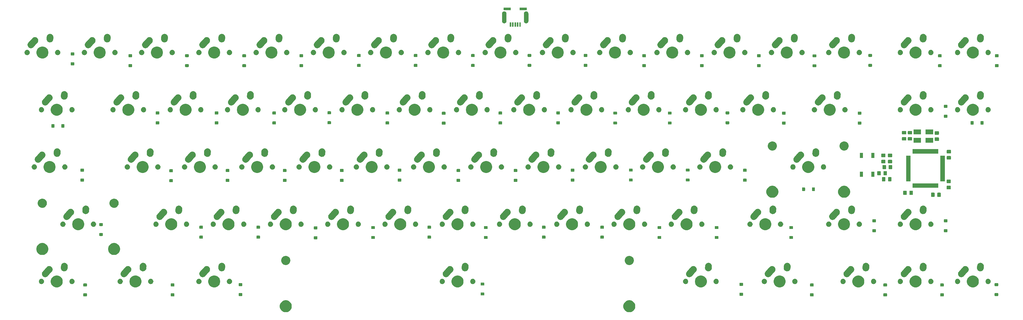
<source format=gbr>
G04 #@! TF.GenerationSoftware,KiCad,Pcbnew,(5.0.2)-1*
G04 #@! TF.CreationDate,2019-10-15T21:32:32+05:30*
G04 #@! TF.ProjectId,keyboard,6b657962-6f61-4726-942e-6b696361645f,rev?*
G04 #@! TF.SameCoordinates,Original*
G04 #@! TF.FileFunction,Soldermask,Bot*
G04 #@! TF.FilePolarity,Negative*
%FSLAX46Y46*%
G04 Gerber Fmt 4.6, Leading zero omitted, Abs format (unit mm)*
G04 Created by KiCad (PCBNEW (5.0.2)-1) date 10/15/2019 9:32:32 PM*
%MOMM*%
%LPD*%
G01*
G04 APERTURE LIST*
%ADD10C,0.100000*%
G04 APERTURE END LIST*
D10*
G36*
X262939099Y-130132724D02*
X263301966Y-130283028D01*
X263628537Y-130501236D01*
X263906264Y-130778963D01*
X264124472Y-131105534D01*
X264274776Y-131468401D01*
X264351400Y-131853618D01*
X264351400Y-132246382D01*
X264274776Y-132631599D01*
X264124472Y-132994466D01*
X263906264Y-133321037D01*
X263628537Y-133598764D01*
X263301966Y-133816972D01*
X262939099Y-133967276D01*
X262553882Y-134043900D01*
X262161118Y-134043900D01*
X261775901Y-133967276D01*
X261413034Y-133816972D01*
X261086463Y-133598764D01*
X260808736Y-133321037D01*
X260590528Y-132994466D01*
X260440224Y-132631599D01*
X260363600Y-132246382D01*
X260363600Y-131853618D01*
X260440224Y-131468401D01*
X260590528Y-131105534D01*
X260808736Y-130778963D01*
X261086463Y-130501236D01*
X261413034Y-130283028D01*
X261775901Y-130132724D01*
X262161118Y-130056100D01*
X262553882Y-130056100D01*
X262939099Y-130132724D01*
X262939099Y-130132724D01*
G37*
G36*
X148639099Y-130132724D02*
X149001966Y-130283028D01*
X149328537Y-130501236D01*
X149606264Y-130778963D01*
X149824472Y-131105534D01*
X149974776Y-131468401D01*
X150051400Y-131853618D01*
X150051400Y-132246382D01*
X149974776Y-132631599D01*
X149824472Y-132994466D01*
X149606264Y-133321037D01*
X149328537Y-133598764D01*
X149001966Y-133816972D01*
X148639099Y-133967276D01*
X148253882Y-134043900D01*
X147861118Y-134043900D01*
X147475901Y-133967276D01*
X147113034Y-133816972D01*
X146786463Y-133598764D01*
X146508736Y-133321037D01*
X146290528Y-132994466D01*
X146140224Y-132631599D01*
X146063600Y-132246382D01*
X146063600Y-131853618D01*
X146140224Y-131468401D01*
X146290528Y-131105534D01*
X146508736Y-130778963D01*
X146786463Y-130501236D01*
X147113034Y-130283028D01*
X147475901Y-130132724D01*
X147861118Y-130056100D01*
X148253882Y-130056100D01*
X148639099Y-130132724D01*
X148639099Y-130132724D01*
G37*
G36*
X347948960Y-127754196D02*
X347984023Y-127764832D01*
X348016332Y-127782102D01*
X348044655Y-127805345D01*
X348067898Y-127833668D01*
X348085168Y-127865977D01*
X348095804Y-127901040D01*
X348100000Y-127943641D01*
X348100000Y-128556359D01*
X348095804Y-128598960D01*
X348085168Y-128634023D01*
X348067898Y-128666332D01*
X348044655Y-128694655D01*
X348016332Y-128717898D01*
X347984023Y-128735168D01*
X347948960Y-128745804D01*
X347906359Y-128750000D01*
X347093641Y-128750000D01*
X347051040Y-128745804D01*
X347015977Y-128735168D01*
X346983668Y-128717898D01*
X346955345Y-128694655D01*
X346932102Y-128666332D01*
X346914832Y-128634023D01*
X346904196Y-128598960D01*
X346900000Y-128556359D01*
X346900000Y-127943641D01*
X346904196Y-127901040D01*
X346914832Y-127865977D01*
X346932102Y-127833668D01*
X346955345Y-127805345D01*
X346983668Y-127782102D01*
X347015977Y-127764832D01*
X347051040Y-127754196D01*
X347093641Y-127750000D01*
X347906359Y-127750000D01*
X347948960Y-127754196D01*
X347948960Y-127754196D01*
G37*
G36*
X110848960Y-127754196D02*
X110884023Y-127764832D01*
X110916332Y-127782102D01*
X110944655Y-127805345D01*
X110967898Y-127833668D01*
X110985168Y-127865977D01*
X110995804Y-127901040D01*
X111000000Y-127943641D01*
X111000000Y-128556359D01*
X110995804Y-128598960D01*
X110985168Y-128634023D01*
X110967898Y-128666332D01*
X110944655Y-128694655D01*
X110916332Y-128717898D01*
X110884023Y-128735168D01*
X110848960Y-128745804D01*
X110806359Y-128750000D01*
X109993641Y-128750000D01*
X109951040Y-128745804D01*
X109915977Y-128735168D01*
X109883668Y-128717898D01*
X109855345Y-128694655D01*
X109832102Y-128666332D01*
X109814832Y-128634023D01*
X109804196Y-128598960D01*
X109800000Y-128556359D01*
X109800000Y-127943641D01*
X109804196Y-127901040D01*
X109814832Y-127865977D01*
X109832102Y-127833668D01*
X109855345Y-127805345D01*
X109883668Y-127782102D01*
X109915977Y-127764832D01*
X109951040Y-127754196D01*
X109993641Y-127750000D01*
X110806359Y-127750000D01*
X110848960Y-127754196D01*
X110848960Y-127754196D01*
G37*
G36*
X323548960Y-127754196D02*
X323584023Y-127764832D01*
X323616332Y-127782102D01*
X323644655Y-127805345D01*
X323667898Y-127833668D01*
X323685168Y-127865977D01*
X323695804Y-127901040D01*
X323700000Y-127943641D01*
X323700000Y-128556359D01*
X323695804Y-128598960D01*
X323685168Y-128634023D01*
X323667898Y-128666332D01*
X323644655Y-128694655D01*
X323616332Y-128717898D01*
X323584023Y-128735168D01*
X323548960Y-128745804D01*
X323506359Y-128750000D01*
X322693641Y-128750000D01*
X322651040Y-128745804D01*
X322615977Y-128735168D01*
X322583668Y-128717898D01*
X322555345Y-128694655D01*
X322532102Y-128666332D01*
X322514832Y-128634023D01*
X322504196Y-128598960D01*
X322500000Y-128556359D01*
X322500000Y-127943641D01*
X322504196Y-127901040D01*
X322514832Y-127865977D01*
X322532102Y-127833668D01*
X322555345Y-127805345D01*
X322583668Y-127782102D01*
X322615977Y-127764832D01*
X322651040Y-127754196D01*
X322693641Y-127750000D01*
X323506359Y-127750000D01*
X323548960Y-127754196D01*
X323548960Y-127754196D01*
G37*
G36*
X366848960Y-127754196D02*
X366884023Y-127764832D01*
X366916332Y-127782102D01*
X366944655Y-127805345D01*
X366967898Y-127833668D01*
X366985168Y-127865977D01*
X366995804Y-127901040D01*
X367000000Y-127943641D01*
X367000000Y-128556359D01*
X366995804Y-128598960D01*
X366985168Y-128634023D01*
X366967898Y-128666332D01*
X366944655Y-128694655D01*
X366916332Y-128717898D01*
X366884023Y-128735168D01*
X366848960Y-128745804D01*
X366806359Y-128750000D01*
X365993641Y-128750000D01*
X365951040Y-128745804D01*
X365915977Y-128735168D01*
X365883668Y-128717898D01*
X365855345Y-128694655D01*
X365832102Y-128666332D01*
X365814832Y-128634023D01*
X365804196Y-128598960D01*
X365800000Y-128556359D01*
X365800000Y-127943641D01*
X365804196Y-127901040D01*
X365814832Y-127865977D01*
X365832102Y-127833668D01*
X365855345Y-127805345D01*
X365883668Y-127782102D01*
X365915977Y-127764832D01*
X365951040Y-127754196D01*
X365993641Y-127750000D01*
X366806359Y-127750000D01*
X366848960Y-127754196D01*
X366848960Y-127754196D01*
G37*
G36*
X81748960Y-127754196D02*
X81784023Y-127764832D01*
X81816332Y-127782102D01*
X81844655Y-127805345D01*
X81867898Y-127833668D01*
X81885168Y-127865977D01*
X81895804Y-127901040D01*
X81900000Y-127943641D01*
X81900000Y-128556359D01*
X81895804Y-128598960D01*
X81885168Y-128634023D01*
X81867898Y-128666332D01*
X81844655Y-128694655D01*
X81816332Y-128717898D01*
X81784023Y-128735168D01*
X81748960Y-128745804D01*
X81706359Y-128750000D01*
X80893641Y-128750000D01*
X80851040Y-128745804D01*
X80815977Y-128735168D01*
X80783668Y-128717898D01*
X80755345Y-128694655D01*
X80732102Y-128666332D01*
X80714832Y-128634023D01*
X80704196Y-128598960D01*
X80700000Y-128556359D01*
X80700000Y-127943641D01*
X80704196Y-127901040D01*
X80714832Y-127865977D01*
X80732102Y-127833668D01*
X80755345Y-127805345D01*
X80783668Y-127782102D01*
X80815977Y-127764832D01*
X80851040Y-127754196D01*
X80893641Y-127750000D01*
X81706359Y-127750000D01*
X81748960Y-127754196D01*
X81748960Y-127754196D01*
G37*
G36*
X384948960Y-127654196D02*
X384984023Y-127664832D01*
X385016332Y-127682102D01*
X385044655Y-127705345D01*
X385067898Y-127733668D01*
X385085168Y-127765977D01*
X385095804Y-127801040D01*
X385100000Y-127843641D01*
X385100000Y-128456359D01*
X385095804Y-128498960D01*
X385085168Y-128534023D01*
X385067898Y-128566332D01*
X385044655Y-128594655D01*
X385016332Y-128617898D01*
X384984023Y-128635168D01*
X384948960Y-128645804D01*
X384906359Y-128650000D01*
X384093641Y-128650000D01*
X384051040Y-128645804D01*
X384015977Y-128635168D01*
X383983668Y-128617898D01*
X383955345Y-128594655D01*
X383932102Y-128566332D01*
X383914832Y-128534023D01*
X383904196Y-128498960D01*
X383900000Y-128456359D01*
X383900000Y-127843641D01*
X383904196Y-127801040D01*
X383914832Y-127765977D01*
X383932102Y-127733668D01*
X383955345Y-127705345D01*
X383983668Y-127682102D01*
X384015977Y-127664832D01*
X384051040Y-127654196D01*
X384093641Y-127650000D01*
X384906359Y-127650000D01*
X384948960Y-127654196D01*
X384948960Y-127654196D01*
G37*
G36*
X133448960Y-127654196D02*
X133484023Y-127664832D01*
X133516332Y-127682102D01*
X133544655Y-127705345D01*
X133567898Y-127733668D01*
X133585168Y-127765977D01*
X133595804Y-127801040D01*
X133600000Y-127843641D01*
X133600000Y-128456359D01*
X133595804Y-128498960D01*
X133585168Y-128534023D01*
X133567898Y-128566332D01*
X133544655Y-128594655D01*
X133516332Y-128617898D01*
X133484023Y-128635168D01*
X133448960Y-128645804D01*
X133406359Y-128650000D01*
X132593641Y-128650000D01*
X132551040Y-128645804D01*
X132515977Y-128635168D01*
X132483668Y-128617898D01*
X132455345Y-128594655D01*
X132432102Y-128566332D01*
X132414832Y-128534023D01*
X132404196Y-128498960D01*
X132400000Y-128456359D01*
X132400000Y-127843641D01*
X132404196Y-127801040D01*
X132414832Y-127765977D01*
X132432102Y-127733668D01*
X132455345Y-127705345D01*
X132483668Y-127682102D01*
X132515977Y-127664832D01*
X132551040Y-127654196D01*
X132593641Y-127650000D01*
X133406359Y-127650000D01*
X133448960Y-127654196D01*
X133448960Y-127654196D01*
G37*
G36*
X300048960Y-127554196D02*
X300084023Y-127564832D01*
X300116332Y-127582102D01*
X300144655Y-127605345D01*
X300167898Y-127633668D01*
X300185168Y-127665977D01*
X300195804Y-127701040D01*
X300200000Y-127743641D01*
X300200000Y-128356359D01*
X300195804Y-128398960D01*
X300185168Y-128434023D01*
X300167898Y-128466332D01*
X300144655Y-128494655D01*
X300116332Y-128517898D01*
X300084023Y-128535168D01*
X300048960Y-128545804D01*
X300006359Y-128550000D01*
X299193641Y-128550000D01*
X299151040Y-128545804D01*
X299115977Y-128535168D01*
X299083668Y-128517898D01*
X299055345Y-128494655D01*
X299032102Y-128466332D01*
X299014832Y-128434023D01*
X299004196Y-128398960D01*
X299000000Y-128356359D01*
X299000000Y-127743641D01*
X299004196Y-127701040D01*
X299014832Y-127665977D01*
X299032102Y-127633668D01*
X299055345Y-127605345D01*
X299083668Y-127582102D01*
X299115977Y-127564832D01*
X299151040Y-127554196D01*
X299193641Y-127550000D01*
X300006359Y-127550000D01*
X300048960Y-127554196D01*
X300048960Y-127554196D01*
G37*
G36*
X213948960Y-127454196D02*
X213984023Y-127464832D01*
X214016332Y-127482102D01*
X214044655Y-127505345D01*
X214067898Y-127533668D01*
X214085168Y-127565977D01*
X214095804Y-127601040D01*
X214100000Y-127643641D01*
X214100000Y-128256359D01*
X214095804Y-128298960D01*
X214085168Y-128334023D01*
X214067898Y-128366332D01*
X214044655Y-128394655D01*
X214016332Y-128417898D01*
X213984023Y-128435168D01*
X213948960Y-128445804D01*
X213906359Y-128450000D01*
X213093641Y-128450000D01*
X213051040Y-128445804D01*
X213015977Y-128435168D01*
X212983668Y-128417898D01*
X212955345Y-128394655D01*
X212932102Y-128366332D01*
X212914832Y-128334023D01*
X212904196Y-128298960D01*
X212900000Y-128256359D01*
X212900000Y-127643641D01*
X212904196Y-127601040D01*
X212914832Y-127565977D01*
X212932102Y-127533668D01*
X212955345Y-127505345D01*
X212983668Y-127482102D01*
X213015977Y-127464832D01*
X213051040Y-127454196D01*
X213093641Y-127450000D01*
X213906359Y-127450000D01*
X213948960Y-127454196D01*
X213948960Y-127454196D01*
G37*
G36*
X312945349Y-121877724D02*
X313308216Y-122028028D01*
X313634787Y-122246236D01*
X313912514Y-122523963D01*
X314130722Y-122850534D01*
X314281026Y-123213401D01*
X314357650Y-123598618D01*
X314357650Y-123991382D01*
X314281026Y-124376599D01*
X314130722Y-124739466D01*
X313912514Y-125066037D01*
X313634787Y-125343764D01*
X313308216Y-125561972D01*
X312945349Y-125712276D01*
X312560132Y-125788900D01*
X312167368Y-125788900D01*
X311782151Y-125712276D01*
X311419284Y-125561972D01*
X311092713Y-125343764D01*
X310814986Y-125066037D01*
X310596778Y-124739466D01*
X310446474Y-124376599D01*
X310369850Y-123991382D01*
X310369850Y-123598618D01*
X310446474Y-123213401D01*
X310596778Y-122850534D01*
X310814986Y-122523963D01*
X311092713Y-122246236D01*
X311419284Y-122028028D01*
X311782151Y-121877724D01*
X312167368Y-121801100D01*
X312560132Y-121801100D01*
X312945349Y-121877724D01*
X312945349Y-121877724D01*
G37*
G36*
X72439099Y-121877724D02*
X72801966Y-122028028D01*
X73128537Y-122246236D01*
X73406264Y-122523963D01*
X73624472Y-122850534D01*
X73774776Y-123213401D01*
X73851400Y-123598618D01*
X73851400Y-123991382D01*
X73774776Y-124376599D01*
X73624472Y-124739466D01*
X73406264Y-125066037D01*
X73128537Y-125343764D01*
X72801966Y-125561972D01*
X72439099Y-125712276D01*
X72053882Y-125788900D01*
X71661118Y-125788900D01*
X71275901Y-125712276D01*
X70913034Y-125561972D01*
X70586463Y-125343764D01*
X70308736Y-125066037D01*
X70090528Y-124739466D01*
X69940224Y-124376599D01*
X69863600Y-123991382D01*
X69863600Y-123598618D01*
X69940224Y-123213401D01*
X70090528Y-122850534D01*
X70308736Y-122523963D01*
X70586463Y-122246236D01*
X70913034Y-122028028D01*
X71275901Y-121877724D01*
X71661118Y-121801100D01*
X72053882Y-121801100D01*
X72439099Y-121877724D01*
X72439099Y-121877724D01*
G37*
G36*
X98632849Y-121877724D02*
X98995716Y-122028028D01*
X99322287Y-122246236D01*
X99600014Y-122523963D01*
X99818222Y-122850534D01*
X99968526Y-123213401D01*
X100045150Y-123598618D01*
X100045150Y-123991382D01*
X99968526Y-124376599D01*
X99818222Y-124739466D01*
X99600014Y-125066037D01*
X99322287Y-125343764D01*
X98995716Y-125561972D01*
X98632849Y-125712276D01*
X98247632Y-125788900D01*
X97854868Y-125788900D01*
X97469651Y-125712276D01*
X97106784Y-125561972D01*
X96780213Y-125343764D01*
X96502486Y-125066037D01*
X96284278Y-124739466D01*
X96133974Y-124376599D01*
X96057350Y-123991382D01*
X96057350Y-123598618D01*
X96133974Y-123213401D01*
X96284278Y-122850534D01*
X96502486Y-122523963D01*
X96780213Y-122246236D01*
X97106784Y-122028028D01*
X97469651Y-121877724D01*
X97854868Y-121801100D01*
X98247632Y-121801100D01*
X98632849Y-121877724D01*
X98632849Y-121877724D01*
G37*
G36*
X124826599Y-121877724D02*
X125189466Y-122028028D01*
X125516037Y-122246236D01*
X125793764Y-122523963D01*
X126011972Y-122850534D01*
X126162276Y-123213401D01*
X126238900Y-123598618D01*
X126238900Y-123991382D01*
X126162276Y-124376599D01*
X126011972Y-124739466D01*
X125793764Y-125066037D01*
X125516037Y-125343764D01*
X125189466Y-125561972D01*
X124826599Y-125712276D01*
X124441382Y-125788900D01*
X124048618Y-125788900D01*
X123663401Y-125712276D01*
X123300534Y-125561972D01*
X122973963Y-125343764D01*
X122696236Y-125066037D01*
X122478028Y-124739466D01*
X122327724Y-124376599D01*
X122251100Y-123991382D01*
X122251100Y-123598618D01*
X122327724Y-123213401D01*
X122478028Y-122850534D01*
X122696236Y-122523963D01*
X122973963Y-122246236D01*
X123300534Y-122028028D01*
X123663401Y-121877724D01*
X124048618Y-121801100D01*
X124441382Y-121801100D01*
X124826599Y-121877724D01*
X124826599Y-121877724D01*
G37*
G36*
X205789099Y-121877724D02*
X206151966Y-122028028D01*
X206478537Y-122246236D01*
X206756264Y-122523963D01*
X206974472Y-122850534D01*
X207124776Y-123213401D01*
X207201400Y-123598618D01*
X207201400Y-123991382D01*
X207124776Y-124376599D01*
X206974472Y-124739466D01*
X206756264Y-125066037D01*
X206478537Y-125343764D01*
X206151966Y-125561972D01*
X205789099Y-125712276D01*
X205403882Y-125788900D01*
X205011118Y-125788900D01*
X204625901Y-125712276D01*
X204263034Y-125561972D01*
X203936463Y-125343764D01*
X203658736Y-125066037D01*
X203440528Y-124739466D01*
X203290224Y-124376599D01*
X203213600Y-123991382D01*
X203213600Y-123598618D01*
X203290224Y-123213401D01*
X203440528Y-122850534D01*
X203658736Y-122523963D01*
X203936463Y-122246236D01*
X204263034Y-122028028D01*
X204625901Y-121877724D01*
X205011118Y-121801100D01*
X205403882Y-121801100D01*
X205789099Y-121877724D01*
X205789099Y-121877724D01*
G37*
G36*
X286751599Y-121877724D02*
X287114466Y-122028028D01*
X287441037Y-122246236D01*
X287718764Y-122523963D01*
X287936972Y-122850534D01*
X288087276Y-123213401D01*
X288163900Y-123598618D01*
X288163900Y-123991382D01*
X288087276Y-124376599D01*
X287936972Y-124739466D01*
X287718764Y-125066037D01*
X287441037Y-125343764D01*
X287114466Y-125561972D01*
X286751599Y-125712276D01*
X286366382Y-125788900D01*
X285973618Y-125788900D01*
X285588401Y-125712276D01*
X285225534Y-125561972D01*
X284898963Y-125343764D01*
X284621236Y-125066037D01*
X284403028Y-124739466D01*
X284252724Y-124376599D01*
X284176100Y-123991382D01*
X284176100Y-123598618D01*
X284252724Y-123213401D01*
X284403028Y-122850534D01*
X284621236Y-122523963D01*
X284898963Y-122246236D01*
X285225534Y-122028028D01*
X285588401Y-121877724D01*
X285973618Y-121801100D01*
X286366382Y-121801100D01*
X286751599Y-121877724D01*
X286751599Y-121877724D01*
G37*
G36*
X358189099Y-121877724D02*
X358551966Y-122028028D01*
X358878537Y-122246236D01*
X359156264Y-122523963D01*
X359374472Y-122850534D01*
X359524776Y-123213401D01*
X359601400Y-123598618D01*
X359601400Y-123991382D01*
X359524776Y-124376599D01*
X359374472Y-124739466D01*
X359156264Y-125066037D01*
X358878537Y-125343764D01*
X358551966Y-125561972D01*
X358189099Y-125712276D01*
X357803882Y-125788900D01*
X357411118Y-125788900D01*
X357025901Y-125712276D01*
X356663034Y-125561972D01*
X356336463Y-125343764D01*
X356058736Y-125066037D01*
X355840528Y-124739466D01*
X355690224Y-124376599D01*
X355613600Y-123991382D01*
X355613600Y-123598618D01*
X355690224Y-123213401D01*
X355840528Y-122850534D01*
X356058736Y-122523963D01*
X356336463Y-122246236D01*
X356663034Y-122028028D01*
X357025901Y-121877724D01*
X357411118Y-121801100D01*
X357803882Y-121801100D01*
X358189099Y-121877724D01*
X358189099Y-121877724D01*
G37*
G36*
X377239099Y-121877724D02*
X377601966Y-122028028D01*
X377928537Y-122246236D01*
X378206264Y-122523963D01*
X378424472Y-122850534D01*
X378574776Y-123213401D01*
X378651400Y-123598618D01*
X378651400Y-123991382D01*
X378574776Y-124376599D01*
X378424472Y-124739466D01*
X378206264Y-125066037D01*
X377928537Y-125343764D01*
X377601966Y-125561972D01*
X377239099Y-125712276D01*
X376853882Y-125788900D01*
X376461118Y-125788900D01*
X376075901Y-125712276D01*
X375713034Y-125561972D01*
X375386463Y-125343764D01*
X375108736Y-125066037D01*
X374890528Y-124739466D01*
X374740224Y-124376599D01*
X374663600Y-123991382D01*
X374663600Y-123598618D01*
X374740224Y-123213401D01*
X374890528Y-122850534D01*
X375108736Y-122523963D01*
X375386463Y-122246236D01*
X375713034Y-122028028D01*
X376075901Y-121877724D01*
X376461118Y-121801100D01*
X376853882Y-121801100D01*
X377239099Y-121877724D01*
X377239099Y-121877724D01*
G37*
G36*
X339139099Y-121877724D02*
X339501966Y-122028028D01*
X339828537Y-122246236D01*
X340106264Y-122523963D01*
X340324472Y-122850534D01*
X340474776Y-123213401D01*
X340551400Y-123598618D01*
X340551400Y-123991382D01*
X340474776Y-124376599D01*
X340324472Y-124739466D01*
X340106264Y-125066037D01*
X339828537Y-125343764D01*
X339501966Y-125561972D01*
X339139099Y-125712276D01*
X338753882Y-125788900D01*
X338361118Y-125788900D01*
X337975901Y-125712276D01*
X337613034Y-125561972D01*
X337286463Y-125343764D01*
X337008736Y-125066037D01*
X336790528Y-124739466D01*
X336640224Y-124376599D01*
X336563600Y-123991382D01*
X336563600Y-123598618D01*
X336640224Y-123213401D01*
X336790528Y-122850534D01*
X337008736Y-122523963D01*
X337286463Y-122246236D01*
X337613034Y-122028028D01*
X337975901Y-121877724D01*
X338361118Y-121801100D01*
X338753882Y-121801100D01*
X339139099Y-121877724D01*
X339139099Y-121877724D01*
G37*
G36*
X366848960Y-124454196D02*
X366884023Y-124464832D01*
X366916332Y-124482102D01*
X366944655Y-124505345D01*
X366967898Y-124533668D01*
X366985168Y-124565977D01*
X366995804Y-124601040D01*
X367000000Y-124643641D01*
X367000000Y-125256359D01*
X366995804Y-125298960D01*
X366985168Y-125334023D01*
X366967898Y-125366332D01*
X366944655Y-125394655D01*
X366916332Y-125417898D01*
X366884023Y-125435168D01*
X366848960Y-125445804D01*
X366806359Y-125450000D01*
X365993641Y-125450000D01*
X365951040Y-125445804D01*
X365915977Y-125435168D01*
X365883668Y-125417898D01*
X365855345Y-125394655D01*
X365832102Y-125366332D01*
X365814832Y-125334023D01*
X365804196Y-125298960D01*
X365800000Y-125256359D01*
X365800000Y-124643641D01*
X365804196Y-124601040D01*
X365814832Y-124565977D01*
X365832102Y-124533668D01*
X365855345Y-124505345D01*
X365883668Y-124482102D01*
X365915977Y-124464832D01*
X365951040Y-124454196D01*
X365993641Y-124450000D01*
X366806359Y-124450000D01*
X366848960Y-124454196D01*
X366848960Y-124454196D01*
G37*
G36*
X81748960Y-124454196D02*
X81784023Y-124464832D01*
X81816332Y-124482102D01*
X81844655Y-124505345D01*
X81867898Y-124533668D01*
X81885168Y-124565977D01*
X81895804Y-124601040D01*
X81900000Y-124643641D01*
X81900000Y-125256359D01*
X81895804Y-125298960D01*
X81885168Y-125334023D01*
X81867898Y-125366332D01*
X81844655Y-125394655D01*
X81816332Y-125417898D01*
X81784023Y-125435168D01*
X81748960Y-125445804D01*
X81706359Y-125450000D01*
X80893641Y-125450000D01*
X80851040Y-125445804D01*
X80815977Y-125435168D01*
X80783668Y-125417898D01*
X80755345Y-125394655D01*
X80732102Y-125366332D01*
X80714832Y-125334023D01*
X80704196Y-125298960D01*
X80700000Y-125256359D01*
X80700000Y-124643641D01*
X80704196Y-124601040D01*
X80714832Y-124565977D01*
X80732102Y-124533668D01*
X80755345Y-124505345D01*
X80783668Y-124482102D01*
X80815977Y-124464832D01*
X80851040Y-124454196D01*
X80893641Y-124450000D01*
X81706359Y-124450000D01*
X81748960Y-124454196D01*
X81748960Y-124454196D01*
G37*
G36*
X110848960Y-124454196D02*
X110884023Y-124464832D01*
X110916332Y-124482102D01*
X110944655Y-124505345D01*
X110967898Y-124533668D01*
X110985168Y-124565977D01*
X110995804Y-124601040D01*
X111000000Y-124643641D01*
X111000000Y-125256359D01*
X110995804Y-125298960D01*
X110985168Y-125334023D01*
X110967898Y-125366332D01*
X110944655Y-125394655D01*
X110916332Y-125417898D01*
X110884023Y-125435168D01*
X110848960Y-125445804D01*
X110806359Y-125450000D01*
X109993641Y-125450000D01*
X109951040Y-125445804D01*
X109915977Y-125435168D01*
X109883668Y-125417898D01*
X109855345Y-125394655D01*
X109832102Y-125366332D01*
X109814832Y-125334023D01*
X109804196Y-125298960D01*
X109800000Y-125256359D01*
X109800000Y-124643641D01*
X109804196Y-124601040D01*
X109814832Y-124565977D01*
X109832102Y-124533668D01*
X109855345Y-124505345D01*
X109883668Y-124482102D01*
X109915977Y-124464832D01*
X109951040Y-124454196D01*
X109993641Y-124450000D01*
X110806359Y-124450000D01*
X110848960Y-124454196D01*
X110848960Y-124454196D01*
G37*
G36*
X347948960Y-124454196D02*
X347984023Y-124464832D01*
X348016332Y-124482102D01*
X348044655Y-124505345D01*
X348067898Y-124533668D01*
X348085168Y-124565977D01*
X348095804Y-124601040D01*
X348100000Y-124643641D01*
X348100000Y-125256359D01*
X348095804Y-125298960D01*
X348085168Y-125334023D01*
X348067898Y-125366332D01*
X348044655Y-125394655D01*
X348016332Y-125417898D01*
X347984023Y-125435168D01*
X347948960Y-125445804D01*
X347906359Y-125450000D01*
X347093641Y-125450000D01*
X347051040Y-125445804D01*
X347015977Y-125435168D01*
X346983668Y-125417898D01*
X346955345Y-125394655D01*
X346932102Y-125366332D01*
X346914832Y-125334023D01*
X346904196Y-125298960D01*
X346900000Y-125256359D01*
X346900000Y-124643641D01*
X346904196Y-124601040D01*
X346914832Y-124565977D01*
X346932102Y-124533668D01*
X346955345Y-124505345D01*
X346983668Y-124482102D01*
X347015977Y-124464832D01*
X347051040Y-124454196D01*
X347093641Y-124450000D01*
X347906359Y-124450000D01*
X347948960Y-124454196D01*
X347948960Y-124454196D01*
G37*
G36*
X323548960Y-124454196D02*
X323584023Y-124464832D01*
X323616332Y-124482102D01*
X323644655Y-124505345D01*
X323667898Y-124533668D01*
X323685168Y-124565977D01*
X323695804Y-124601040D01*
X323700000Y-124643641D01*
X323700000Y-125256359D01*
X323695804Y-125298960D01*
X323685168Y-125334023D01*
X323667898Y-125366332D01*
X323644655Y-125394655D01*
X323616332Y-125417898D01*
X323584023Y-125435168D01*
X323548960Y-125445804D01*
X323506359Y-125450000D01*
X322693641Y-125450000D01*
X322651040Y-125445804D01*
X322615977Y-125435168D01*
X322583668Y-125417898D01*
X322555345Y-125394655D01*
X322532102Y-125366332D01*
X322514832Y-125334023D01*
X322504196Y-125298960D01*
X322500000Y-125256359D01*
X322500000Y-124643641D01*
X322504196Y-124601040D01*
X322514832Y-124565977D01*
X322532102Y-124533668D01*
X322555345Y-124505345D01*
X322583668Y-124482102D01*
X322615977Y-124464832D01*
X322651040Y-124454196D01*
X322693641Y-124450000D01*
X323506359Y-124450000D01*
X323548960Y-124454196D01*
X323548960Y-124454196D01*
G37*
G36*
X384948960Y-124354196D02*
X384984023Y-124364832D01*
X385016332Y-124382102D01*
X385044655Y-124405345D01*
X385067898Y-124433668D01*
X385085168Y-124465977D01*
X385095804Y-124501040D01*
X385100000Y-124543641D01*
X385100000Y-125156359D01*
X385095804Y-125198960D01*
X385085168Y-125234023D01*
X385067898Y-125266332D01*
X385044655Y-125294655D01*
X385016332Y-125317898D01*
X384984023Y-125335168D01*
X384948960Y-125345804D01*
X384906359Y-125350000D01*
X384093641Y-125350000D01*
X384051040Y-125345804D01*
X384015977Y-125335168D01*
X383983668Y-125317898D01*
X383955345Y-125294655D01*
X383932102Y-125266332D01*
X383914832Y-125234023D01*
X383904196Y-125198960D01*
X383900000Y-125156359D01*
X383900000Y-124543641D01*
X383904196Y-124501040D01*
X383914832Y-124465977D01*
X383932102Y-124433668D01*
X383955345Y-124405345D01*
X383983668Y-124382102D01*
X384015977Y-124364832D01*
X384051040Y-124354196D01*
X384093641Y-124350000D01*
X384906359Y-124350000D01*
X384948960Y-124354196D01*
X384948960Y-124354196D01*
G37*
G36*
X133448960Y-124354196D02*
X133484023Y-124364832D01*
X133516332Y-124382102D01*
X133544655Y-124405345D01*
X133567898Y-124433668D01*
X133585168Y-124465977D01*
X133595804Y-124501040D01*
X133600000Y-124543641D01*
X133600000Y-125156359D01*
X133595804Y-125198960D01*
X133585168Y-125234023D01*
X133567898Y-125266332D01*
X133544655Y-125294655D01*
X133516332Y-125317898D01*
X133484023Y-125335168D01*
X133448960Y-125345804D01*
X133406359Y-125350000D01*
X132593641Y-125350000D01*
X132551040Y-125345804D01*
X132515977Y-125335168D01*
X132483668Y-125317898D01*
X132455345Y-125294655D01*
X132432102Y-125266332D01*
X132414832Y-125234023D01*
X132404196Y-125198960D01*
X132400000Y-125156359D01*
X132400000Y-124543641D01*
X132404196Y-124501040D01*
X132414832Y-124465977D01*
X132432102Y-124433668D01*
X132455345Y-124405345D01*
X132483668Y-124382102D01*
X132515977Y-124364832D01*
X132551040Y-124354196D01*
X132593641Y-124350000D01*
X133406359Y-124350000D01*
X133448960Y-124354196D01*
X133448960Y-124354196D01*
G37*
G36*
X300048960Y-124254196D02*
X300084023Y-124264832D01*
X300116332Y-124282102D01*
X300144655Y-124305345D01*
X300167898Y-124333668D01*
X300185168Y-124365977D01*
X300195804Y-124401040D01*
X300200000Y-124443641D01*
X300200000Y-125056359D01*
X300195804Y-125098960D01*
X300185168Y-125134023D01*
X300167898Y-125166332D01*
X300144655Y-125194655D01*
X300116332Y-125217898D01*
X300084023Y-125235168D01*
X300048960Y-125245804D01*
X300006359Y-125250000D01*
X299193641Y-125250000D01*
X299151040Y-125245804D01*
X299115977Y-125235168D01*
X299083668Y-125217898D01*
X299055345Y-125194655D01*
X299032102Y-125166332D01*
X299014832Y-125134023D01*
X299004196Y-125098960D01*
X299000000Y-125056359D01*
X299000000Y-124443641D01*
X299004196Y-124401040D01*
X299014832Y-124365977D01*
X299032102Y-124333668D01*
X299055345Y-124305345D01*
X299083668Y-124282102D01*
X299115977Y-124264832D01*
X299151040Y-124254196D01*
X299193641Y-124250000D01*
X300006359Y-124250000D01*
X300048960Y-124254196D01*
X300048960Y-124254196D01*
G37*
G36*
X213948960Y-124154196D02*
X213984023Y-124164832D01*
X214016332Y-124182102D01*
X214044655Y-124205345D01*
X214067898Y-124233668D01*
X214085168Y-124265977D01*
X214095804Y-124301040D01*
X214100000Y-124343641D01*
X214100000Y-124956359D01*
X214095804Y-124998960D01*
X214085168Y-125034023D01*
X214067898Y-125066332D01*
X214044655Y-125094655D01*
X214016332Y-125117898D01*
X213984023Y-125135168D01*
X213948960Y-125145804D01*
X213906359Y-125150000D01*
X213093641Y-125150000D01*
X213051040Y-125145804D01*
X213015977Y-125135168D01*
X212983668Y-125117898D01*
X212955345Y-125094655D01*
X212932102Y-125066332D01*
X212914832Y-125034023D01*
X212904196Y-124998960D01*
X212900000Y-124956359D01*
X212900000Y-124343641D01*
X212904196Y-124301040D01*
X212914832Y-124265977D01*
X212932102Y-124233668D01*
X212955345Y-124205345D01*
X212983668Y-124182102D01*
X213015977Y-124164832D01*
X213051040Y-124154196D01*
X213093641Y-124150000D01*
X213906359Y-124150000D01*
X213948960Y-124154196D01*
X213948960Y-124154196D01*
G37*
G36*
X381992728Y-122953625D02*
X382151967Y-123019584D01*
X382295283Y-123115345D01*
X382417155Y-123237217D01*
X382512916Y-123380533D01*
X382578875Y-123539772D01*
X382612500Y-123708819D01*
X382612500Y-123881181D01*
X382578875Y-124050228D01*
X382512916Y-124209467D01*
X382417155Y-124352783D01*
X382295283Y-124474655D01*
X382151967Y-124570416D01*
X381992728Y-124636375D01*
X381823681Y-124670000D01*
X381651319Y-124670000D01*
X381482272Y-124636375D01*
X381323033Y-124570416D01*
X381179717Y-124474655D01*
X381057845Y-124352783D01*
X380962084Y-124209467D01*
X380896125Y-124050228D01*
X380862500Y-123881181D01*
X380862500Y-123708819D01*
X380896125Y-123539772D01*
X380962084Y-123380533D01*
X381057845Y-123237217D01*
X381179717Y-123115345D01*
X381323033Y-123019584D01*
X381482272Y-122953625D01*
X381651319Y-122920000D01*
X381823681Y-122920000D01*
X381992728Y-122953625D01*
X381992728Y-122953625D01*
G37*
G36*
X291505228Y-122953625D02*
X291664467Y-123019584D01*
X291807783Y-123115345D01*
X291929655Y-123237217D01*
X292025416Y-123380533D01*
X292091375Y-123539772D01*
X292125000Y-123708819D01*
X292125000Y-123881181D01*
X292091375Y-124050228D01*
X292025416Y-124209467D01*
X291929655Y-124352783D01*
X291807783Y-124474655D01*
X291664467Y-124570416D01*
X291505228Y-124636375D01*
X291336181Y-124670000D01*
X291163819Y-124670000D01*
X290994772Y-124636375D01*
X290835533Y-124570416D01*
X290692217Y-124474655D01*
X290570345Y-124352783D01*
X290474584Y-124209467D01*
X290408625Y-124050228D01*
X290375000Y-123881181D01*
X290375000Y-123708819D01*
X290408625Y-123539772D01*
X290474584Y-123380533D01*
X290570345Y-123237217D01*
X290692217Y-123115345D01*
X290835533Y-123019584D01*
X290994772Y-122953625D01*
X291163819Y-122920000D01*
X291336181Y-122920000D01*
X291505228Y-122953625D01*
X291505228Y-122953625D01*
G37*
G36*
X317698978Y-122953625D02*
X317858217Y-123019584D01*
X318001533Y-123115345D01*
X318123405Y-123237217D01*
X318219166Y-123380533D01*
X318285125Y-123539772D01*
X318318750Y-123708819D01*
X318318750Y-123881181D01*
X318285125Y-124050228D01*
X318219166Y-124209467D01*
X318123405Y-124352783D01*
X318001533Y-124474655D01*
X317858217Y-124570416D01*
X317698978Y-124636375D01*
X317529931Y-124670000D01*
X317357569Y-124670000D01*
X317188522Y-124636375D01*
X317029283Y-124570416D01*
X316885967Y-124474655D01*
X316764095Y-124352783D01*
X316668334Y-124209467D01*
X316602375Y-124050228D01*
X316568750Y-123881181D01*
X316568750Y-123708819D01*
X316602375Y-123539772D01*
X316668334Y-123380533D01*
X316764095Y-123237217D01*
X316885967Y-123115345D01*
X317029283Y-123019584D01*
X317188522Y-122953625D01*
X317357569Y-122920000D01*
X317529931Y-122920000D01*
X317698978Y-122953625D01*
X317698978Y-122953625D01*
G37*
G36*
X333732728Y-122953625D02*
X333891967Y-123019584D01*
X334035283Y-123115345D01*
X334157155Y-123237217D01*
X334252916Y-123380533D01*
X334318875Y-123539772D01*
X334352500Y-123708819D01*
X334352500Y-123881181D01*
X334318875Y-124050228D01*
X334252916Y-124209467D01*
X334157155Y-124352783D01*
X334035283Y-124474655D01*
X333891967Y-124570416D01*
X333732728Y-124636375D01*
X333563681Y-124670000D01*
X333391319Y-124670000D01*
X333222272Y-124636375D01*
X333063033Y-124570416D01*
X332919717Y-124474655D01*
X332797845Y-124352783D01*
X332702084Y-124209467D01*
X332636125Y-124050228D01*
X332602500Y-123881181D01*
X332602500Y-123708819D01*
X332636125Y-123539772D01*
X332702084Y-123380533D01*
X332797845Y-123237217D01*
X332919717Y-123115345D01*
X333063033Y-123019584D01*
X333222272Y-122953625D01*
X333391319Y-122920000D01*
X333563681Y-122920000D01*
X333732728Y-122953625D01*
X333732728Y-122953625D01*
G37*
G36*
X343892728Y-122953625D02*
X344051967Y-123019584D01*
X344195283Y-123115345D01*
X344317155Y-123237217D01*
X344412916Y-123380533D01*
X344478875Y-123539772D01*
X344512500Y-123708819D01*
X344512500Y-123881181D01*
X344478875Y-124050228D01*
X344412916Y-124209467D01*
X344317155Y-124352783D01*
X344195283Y-124474655D01*
X344051967Y-124570416D01*
X343892728Y-124636375D01*
X343723681Y-124670000D01*
X343551319Y-124670000D01*
X343382272Y-124636375D01*
X343223033Y-124570416D01*
X343079717Y-124474655D01*
X342957845Y-124352783D01*
X342862084Y-124209467D01*
X342796125Y-124050228D01*
X342762500Y-123881181D01*
X342762500Y-123708819D01*
X342796125Y-123539772D01*
X342862084Y-123380533D01*
X342957845Y-123237217D01*
X343079717Y-123115345D01*
X343223033Y-123019584D01*
X343382272Y-122953625D01*
X343551319Y-122920000D01*
X343723681Y-122920000D01*
X343892728Y-122953625D01*
X343892728Y-122953625D01*
G37*
G36*
X352782728Y-122953625D02*
X352941967Y-123019584D01*
X353085283Y-123115345D01*
X353207155Y-123237217D01*
X353302916Y-123380533D01*
X353368875Y-123539772D01*
X353402500Y-123708819D01*
X353402500Y-123881181D01*
X353368875Y-124050228D01*
X353302916Y-124209467D01*
X353207155Y-124352783D01*
X353085283Y-124474655D01*
X352941967Y-124570416D01*
X352782728Y-124636375D01*
X352613681Y-124670000D01*
X352441319Y-124670000D01*
X352272272Y-124636375D01*
X352113033Y-124570416D01*
X351969717Y-124474655D01*
X351847845Y-124352783D01*
X351752084Y-124209467D01*
X351686125Y-124050228D01*
X351652500Y-123881181D01*
X351652500Y-123708819D01*
X351686125Y-123539772D01*
X351752084Y-123380533D01*
X351847845Y-123237217D01*
X351969717Y-123115345D01*
X352113033Y-123019584D01*
X352272272Y-122953625D01*
X352441319Y-122920000D01*
X352613681Y-122920000D01*
X352782728Y-122953625D01*
X352782728Y-122953625D01*
G37*
G36*
X362942728Y-122953625D02*
X363101967Y-123019584D01*
X363245283Y-123115345D01*
X363367155Y-123237217D01*
X363462916Y-123380533D01*
X363528875Y-123539772D01*
X363562500Y-123708819D01*
X363562500Y-123881181D01*
X363528875Y-124050228D01*
X363462916Y-124209467D01*
X363367155Y-124352783D01*
X363245283Y-124474655D01*
X363101967Y-124570416D01*
X362942728Y-124636375D01*
X362773681Y-124670000D01*
X362601319Y-124670000D01*
X362432272Y-124636375D01*
X362273033Y-124570416D01*
X362129717Y-124474655D01*
X362007845Y-124352783D01*
X361912084Y-124209467D01*
X361846125Y-124050228D01*
X361812500Y-123881181D01*
X361812500Y-123708819D01*
X361846125Y-123539772D01*
X361912084Y-123380533D01*
X362007845Y-123237217D01*
X362129717Y-123115345D01*
X362273033Y-123019584D01*
X362432272Y-122953625D01*
X362601319Y-122920000D01*
X362773681Y-122920000D01*
X362942728Y-122953625D01*
X362942728Y-122953625D01*
G37*
G36*
X371832728Y-122953625D02*
X371991967Y-123019584D01*
X372135283Y-123115345D01*
X372257155Y-123237217D01*
X372352916Y-123380533D01*
X372418875Y-123539772D01*
X372452500Y-123708819D01*
X372452500Y-123881181D01*
X372418875Y-124050228D01*
X372352916Y-124209467D01*
X372257155Y-124352783D01*
X372135283Y-124474655D01*
X371991967Y-124570416D01*
X371832728Y-124636375D01*
X371663681Y-124670000D01*
X371491319Y-124670000D01*
X371322272Y-124636375D01*
X371163033Y-124570416D01*
X371019717Y-124474655D01*
X370897845Y-124352783D01*
X370802084Y-124209467D01*
X370736125Y-124050228D01*
X370702500Y-123881181D01*
X370702500Y-123708819D01*
X370736125Y-123539772D01*
X370802084Y-123380533D01*
X370897845Y-123237217D01*
X371019717Y-123115345D01*
X371163033Y-123019584D01*
X371322272Y-122953625D01*
X371491319Y-122920000D01*
X371663681Y-122920000D01*
X371832728Y-122953625D01*
X371832728Y-122953625D01*
G37*
G36*
X93226478Y-122953625D02*
X93385717Y-123019584D01*
X93529033Y-123115345D01*
X93650905Y-123237217D01*
X93746666Y-123380533D01*
X93812625Y-123539772D01*
X93846250Y-123708819D01*
X93846250Y-123881181D01*
X93812625Y-124050228D01*
X93746666Y-124209467D01*
X93650905Y-124352783D01*
X93529033Y-124474655D01*
X93385717Y-124570416D01*
X93226478Y-124636375D01*
X93057431Y-124670000D01*
X92885069Y-124670000D01*
X92716022Y-124636375D01*
X92556783Y-124570416D01*
X92413467Y-124474655D01*
X92291595Y-124352783D01*
X92195834Y-124209467D01*
X92129875Y-124050228D01*
X92096250Y-123881181D01*
X92096250Y-123708819D01*
X92129875Y-123539772D01*
X92195834Y-123380533D01*
X92291595Y-123237217D01*
X92413467Y-123115345D01*
X92556783Y-123019584D01*
X92716022Y-122953625D01*
X92885069Y-122920000D01*
X93057431Y-122920000D01*
X93226478Y-122953625D01*
X93226478Y-122953625D01*
G37*
G36*
X103386478Y-122953625D02*
X103545717Y-123019584D01*
X103689033Y-123115345D01*
X103810905Y-123237217D01*
X103906666Y-123380533D01*
X103972625Y-123539772D01*
X104006250Y-123708819D01*
X104006250Y-123881181D01*
X103972625Y-124050228D01*
X103906666Y-124209467D01*
X103810905Y-124352783D01*
X103689033Y-124474655D01*
X103545717Y-124570416D01*
X103386478Y-124636375D01*
X103217431Y-124670000D01*
X103045069Y-124670000D01*
X102876022Y-124636375D01*
X102716783Y-124570416D01*
X102573467Y-124474655D01*
X102451595Y-124352783D01*
X102355834Y-124209467D01*
X102289875Y-124050228D01*
X102256250Y-123881181D01*
X102256250Y-123708819D01*
X102289875Y-123539772D01*
X102355834Y-123380533D01*
X102451595Y-123237217D01*
X102573467Y-123115345D01*
X102716783Y-123019584D01*
X102876022Y-122953625D01*
X103045069Y-122920000D01*
X103217431Y-122920000D01*
X103386478Y-122953625D01*
X103386478Y-122953625D01*
G37*
G36*
X307538978Y-122953625D02*
X307698217Y-123019584D01*
X307841533Y-123115345D01*
X307963405Y-123237217D01*
X308059166Y-123380533D01*
X308125125Y-123539772D01*
X308158750Y-123708819D01*
X308158750Y-123881181D01*
X308125125Y-124050228D01*
X308059166Y-124209467D01*
X307963405Y-124352783D01*
X307841533Y-124474655D01*
X307698217Y-124570416D01*
X307538978Y-124636375D01*
X307369931Y-124670000D01*
X307197569Y-124670000D01*
X307028522Y-124636375D01*
X306869283Y-124570416D01*
X306725967Y-124474655D01*
X306604095Y-124352783D01*
X306508334Y-124209467D01*
X306442375Y-124050228D01*
X306408750Y-123881181D01*
X306408750Y-123708819D01*
X306442375Y-123539772D01*
X306508334Y-123380533D01*
X306604095Y-123237217D01*
X306725967Y-123115345D01*
X306869283Y-123019584D01*
X307028522Y-122953625D01*
X307197569Y-122920000D01*
X307369931Y-122920000D01*
X307538978Y-122953625D01*
X307538978Y-122953625D01*
G37*
G36*
X200382728Y-122953625D02*
X200541967Y-123019584D01*
X200685283Y-123115345D01*
X200807155Y-123237217D01*
X200902916Y-123380533D01*
X200968875Y-123539772D01*
X201002500Y-123708819D01*
X201002500Y-123881181D01*
X200968875Y-124050228D01*
X200902916Y-124209467D01*
X200807155Y-124352783D01*
X200685283Y-124474655D01*
X200541967Y-124570416D01*
X200382728Y-124636375D01*
X200213681Y-124670000D01*
X200041319Y-124670000D01*
X199872272Y-124636375D01*
X199713033Y-124570416D01*
X199569717Y-124474655D01*
X199447845Y-124352783D01*
X199352084Y-124209467D01*
X199286125Y-124050228D01*
X199252500Y-123881181D01*
X199252500Y-123708819D01*
X199286125Y-123539772D01*
X199352084Y-123380533D01*
X199447845Y-123237217D01*
X199569717Y-123115345D01*
X199713033Y-123019584D01*
X199872272Y-122953625D01*
X200041319Y-122920000D01*
X200213681Y-122920000D01*
X200382728Y-122953625D01*
X200382728Y-122953625D01*
G37*
G36*
X67032728Y-122953625D02*
X67191967Y-123019584D01*
X67335283Y-123115345D01*
X67457155Y-123237217D01*
X67552916Y-123380533D01*
X67618875Y-123539772D01*
X67652500Y-123708819D01*
X67652500Y-123881181D01*
X67618875Y-124050228D01*
X67552916Y-124209467D01*
X67457155Y-124352783D01*
X67335283Y-124474655D01*
X67191967Y-124570416D01*
X67032728Y-124636375D01*
X66863681Y-124670000D01*
X66691319Y-124670000D01*
X66522272Y-124636375D01*
X66363033Y-124570416D01*
X66219717Y-124474655D01*
X66097845Y-124352783D01*
X66002084Y-124209467D01*
X65936125Y-124050228D01*
X65902500Y-123881181D01*
X65902500Y-123708819D01*
X65936125Y-123539772D01*
X66002084Y-123380533D01*
X66097845Y-123237217D01*
X66219717Y-123115345D01*
X66363033Y-123019584D01*
X66522272Y-122953625D01*
X66691319Y-122920000D01*
X66863681Y-122920000D01*
X67032728Y-122953625D01*
X67032728Y-122953625D01*
G37*
G36*
X129580228Y-122953625D02*
X129739467Y-123019584D01*
X129882783Y-123115345D01*
X130004655Y-123237217D01*
X130100416Y-123380533D01*
X130166375Y-123539772D01*
X130200000Y-123708819D01*
X130200000Y-123881181D01*
X130166375Y-124050228D01*
X130100416Y-124209467D01*
X130004655Y-124352783D01*
X129882783Y-124474655D01*
X129739467Y-124570416D01*
X129580228Y-124636375D01*
X129411181Y-124670000D01*
X129238819Y-124670000D01*
X129069772Y-124636375D01*
X128910533Y-124570416D01*
X128767217Y-124474655D01*
X128645345Y-124352783D01*
X128549584Y-124209467D01*
X128483625Y-124050228D01*
X128450000Y-123881181D01*
X128450000Y-123708819D01*
X128483625Y-123539772D01*
X128549584Y-123380533D01*
X128645345Y-123237217D01*
X128767217Y-123115345D01*
X128910533Y-123019584D01*
X129069772Y-122953625D01*
X129238819Y-122920000D01*
X129411181Y-122920000D01*
X129580228Y-122953625D01*
X129580228Y-122953625D01*
G37*
G36*
X210542728Y-122953625D02*
X210701967Y-123019584D01*
X210845283Y-123115345D01*
X210967155Y-123237217D01*
X211062916Y-123380533D01*
X211128875Y-123539772D01*
X211162500Y-123708819D01*
X211162500Y-123881181D01*
X211128875Y-124050228D01*
X211062916Y-124209467D01*
X210967155Y-124352783D01*
X210845283Y-124474655D01*
X210701967Y-124570416D01*
X210542728Y-124636375D01*
X210373681Y-124670000D01*
X210201319Y-124670000D01*
X210032272Y-124636375D01*
X209873033Y-124570416D01*
X209729717Y-124474655D01*
X209607845Y-124352783D01*
X209512084Y-124209467D01*
X209446125Y-124050228D01*
X209412500Y-123881181D01*
X209412500Y-123708819D01*
X209446125Y-123539772D01*
X209512084Y-123380533D01*
X209607845Y-123237217D01*
X209729717Y-123115345D01*
X209873033Y-123019584D01*
X210032272Y-122953625D01*
X210201319Y-122920000D01*
X210373681Y-122920000D01*
X210542728Y-122953625D01*
X210542728Y-122953625D01*
G37*
G36*
X119420228Y-122953625D02*
X119579467Y-123019584D01*
X119722783Y-123115345D01*
X119844655Y-123237217D01*
X119940416Y-123380533D01*
X120006375Y-123539772D01*
X120040000Y-123708819D01*
X120040000Y-123881181D01*
X120006375Y-124050228D01*
X119940416Y-124209467D01*
X119844655Y-124352783D01*
X119722783Y-124474655D01*
X119579467Y-124570416D01*
X119420228Y-124636375D01*
X119251181Y-124670000D01*
X119078819Y-124670000D01*
X118909772Y-124636375D01*
X118750533Y-124570416D01*
X118607217Y-124474655D01*
X118485345Y-124352783D01*
X118389584Y-124209467D01*
X118323625Y-124050228D01*
X118290000Y-123881181D01*
X118290000Y-123708819D01*
X118323625Y-123539772D01*
X118389584Y-123380533D01*
X118485345Y-123237217D01*
X118607217Y-123115345D01*
X118750533Y-123019584D01*
X118909772Y-122953625D01*
X119078819Y-122920000D01*
X119251181Y-122920000D01*
X119420228Y-122953625D01*
X119420228Y-122953625D01*
G37*
G36*
X77192728Y-122953625D02*
X77351967Y-123019584D01*
X77495283Y-123115345D01*
X77617155Y-123237217D01*
X77712916Y-123380533D01*
X77778875Y-123539772D01*
X77812500Y-123708819D01*
X77812500Y-123881181D01*
X77778875Y-124050228D01*
X77712916Y-124209467D01*
X77617155Y-124352783D01*
X77495283Y-124474655D01*
X77351967Y-124570416D01*
X77192728Y-124636375D01*
X77023681Y-124670000D01*
X76851319Y-124670000D01*
X76682272Y-124636375D01*
X76523033Y-124570416D01*
X76379717Y-124474655D01*
X76257845Y-124352783D01*
X76162084Y-124209467D01*
X76096125Y-124050228D01*
X76062500Y-123881181D01*
X76062500Y-123708819D01*
X76096125Y-123539772D01*
X76162084Y-123380533D01*
X76257845Y-123237217D01*
X76379717Y-123115345D01*
X76523033Y-123019584D01*
X76682272Y-122953625D01*
X76851319Y-122920000D01*
X77023681Y-122920000D01*
X77192728Y-122953625D01*
X77192728Y-122953625D01*
G37*
G36*
X281345228Y-122953625D02*
X281504467Y-123019584D01*
X281647783Y-123115345D01*
X281769655Y-123237217D01*
X281865416Y-123380533D01*
X281931375Y-123539772D01*
X281965000Y-123708819D01*
X281965000Y-123881181D01*
X281931375Y-124050228D01*
X281865416Y-124209467D01*
X281769655Y-124352783D01*
X281647783Y-124474655D01*
X281504467Y-124570416D01*
X281345228Y-124636375D01*
X281176181Y-124670000D01*
X281003819Y-124670000D01*
X280834772Y-124636375D01*
X280675533Y-124570416D01*
X280532217Y-124474655D01*
X280410345Y-124352783D01*
X280314584Y-124209467D01*
X280248625Y-124050228D01*
X280215000Y-123881181D01*
X280215000Y-123708819D01*
X280248625Y-123539772D01*
X280314584Y-123380533D01*
X280410345Y-123237217D01*
X280532217Y-123115345D01*
X280675533Y-123019584D01*
X280834772Y-122953625D01*
X281003819Y-122920000D01*
X281176181Y-122920000D01*
X281345228Y-122953625D01*
X281345228Y-122953625D01*
G37*
G36*
X355129540Y-118669879D02*
X355135042Y-118670000D01*
X355218303Y-118670000D01*
X355233458Y-118673014D01*
X355252334Y-118675295D01*
X355265705Y-118675885D01*
X355267767Y-118675976D01*
X355299631Y-118683788D01*
X355348627Y-118695800D01*
X355354006Y-118696993D01*
X355435650Y-118713233D01*
X355449920Y-118719144D01*
X355467990Y-118725064D01*
X355482999Y-118728744D01*
X355558448Y-118763967D01*
X355563475Y-118766180D01*
X355640387Y-118798038D01*
X355653237Y-118806624D01*
X355669790Y-118815947D01*
X355683800Y-118822487D01*
X355683802Y-118822488D01*
X355750935Y-118871758D01*
X355755447Y-118874919D01*
X355824647Y-118921157D01*
X355835563Y-118932073D01*
X355849993Y-118944458D01*
X355862454Y-118953603D01*
X355918692Y-119015031D01*
X355922501Y-119019011D01*
X355981342Y-119077852D01*
X355989923Y-119090694D01*
X356001658Y-119105652D01*
X356012094Y-119117051D01*
X356055271Y-119188276D01*
X356058221Y-119192909D01*
X356104462Y-119262113D01*
X356110374Y-119276386D01*
X356118961Y-119293339D01*
X356126978Y-119306563D01*
X356155431Y-119384845D01*
X356157426Y-119389979D01*
X356177621Y-119438733D01*
X356189267Y-119466851D01*
X356192278Y-119481988D01*
X356197396Y-119500304D01*
X356202676Y-119514831D01*
X356215309Y-119597154D01*
X356216261Y-119602556D01*
X356226637Y-119654722D01*
X356232500Y-119684198D01*
X356232500Y-119699637D01*
X356233946Y-119718592D01*
X356236291Y-119733875D01*
X356233444Y-119798433D01*
X356232621Y-119817078D01*
X356232500Y-119822586D01*
X356232500Y-119905801D01*
X356229488Y-119920944D01*
X356227208Y-119939820D01*
X356226526Y-119955269D01*
X356206693Y-120036165D01*
X356205503Y-120041525D01*
X356189267Y-120123150D01*
X356183359Y-120137413D01*
X356177440Y-120155481D01*
X356173759Y-120170497D01*
X356138523Y-120245973D01*
X356136311Y-120250996D01*
X356104462Y-120327887D01*
X356095879Y-120340732D01*
X356086559Y-120357281D01*
X356080015Y-120371299D01*
X356030720Y-120438466D01*
X356027583Y-120442944D01*
X355985995Y-120505185D01*
X355981342Y-120512148D01*
X355926943Y-120566547D01*
X355922293Y-120571455D01*
X355834909Y-120668844D01*
X354597937Y-122047451D01*
X354475445Y-122159594D01*
X354285939Y-122274474D01*
X354077669Y-122350174D01*
X353858625Y-122383789D01*
X353858624Y-122383789D01*
X353637235Y-122374024D01*
X353539955Y-122350174D01*
X353422002Y-122321256D01*
X353221201Y-122227512D01*
X353042548Y-122096397D01*
X352892906Y-121932945D01*
X352778026Y-121743439D01*
X352702326Y-121535169D01*
X352668711Y-121316125D01*
X352678476Y-121094736D01*
X352731244Y-120879502D01*
X352824988Y-120678701D01*
X352923248Y-120544816D01*
X353018687Y-120438449D01*
X354210682Y-119109967D01*
X354221567Y-119095948D01*
X354233656Y-119077855D01*
X354233657Y-119077854D01*
X354233659Y-119077851D01*
X354288105Y-119023405D01*
X354292745Y-119018507D01*
X354307064Y-119002549D01*
X354327499Y-118983840D01*
X354331467Y-118980043D01*
X354390352Y-118921158D01*
X354403205Y-118912570D01*
X354418168Y-118900832D01*
X354429556Y-118890406D01*
X354500734Y-118847257D01*
X354505369Y-118844306D01*
X354574613Y-118798038D01*
X354588892Y-118792123D01*
X354605850Y-118783534D01*
X354619059Y-118775527D01*
X354697295Y-118747091D01*
X354702390Y-118745111D01*
X354779350Y-118713233D01*
X354794509Y-118710218D01*
X354812819Y-118705101D01*
X354827333Y-118699826D01*
X354909605Y-118687200D01*
X354915030Y-118686244D01*
X354996696Y-118670000D01*
X355012151Y-118670000D01*
X355031108Y-118668554D01*
X355040151Y-118667166D01*
X355046376Y-118666211D01*
X355046377Y-118666211D01*
X355129540Y-118669879D01*
X355129540Y-118669879D01*
G37*
G36*
X283692040Y-118669879D02*
X283697542Y-118670000D01*
X283780803Y-118670000D01*
X283795958Y-118673014D01*
X283814834Y-118675295D01*
X283828205Y-118675885D01*
X283830267Y-118675976D01*
X283862131Y-118683788D01*
X283911127Y-118695800D01*
X283916506Y-118696993D01*
X283998150Y-118713233D01*
X284012420Y-118719144D01*
X284030490Y-118725064D01*
X284045499Y-118728744D01*
X284120948Y-118763967D01*
X284125975Y-118766180D01*
X284202887Y-118798038D01*
X284215737Y-118806624D01*
X284232290Y-118815947D01*
X284246300Y-118822487D01*
X284246302Y-118822488D01*
X284313435Y-118871758D01*
X284317947Y-118874919D01*
X284387147Y-118921157D01*
X284398063Y-118932073D01*
X284412493Y-118944458D01*
X284424954Y-118953603D01*
X284481192Y-119015031D01*
X284485001Y-119019011D01*
X284543842Y-119077852D01*
X284552423Y-119090694D01*
X284564158Y-119105652D01*
X284574594Y-119117051D01*
X284617771Y-119188276D01*
X284620721Y-119192909D01*
X284666962Y-119262113D01*
X284672874Y-119276386D01*
X284681461Y-119293339D01*
X284689478Y-119306563D01*
X284717931Y-119384845D01*
X284719926Y-119389979D01*
X284740121Y-119438733D01*
X284751767Y-119466851D01*
X284754778Y-119481988D01*
X284759896Y-119500304D01*
X284765176Y-119514831D01*
X284777809Y-119597154D01*
X284778761Y-119602556D01*
X284789137Y-119654722D01*
X284795000Y-119684198D01*
X284795000Y-119699637D01*
X284796446Y-119718592D01*
X284798791Y-119733875D01*
X284795944Y-119798433D01*
X284795121Y-119817078D01*
X284795000Y-119822586D01*
X284795000Y-119905801D01*
X284791988Y-119920944D01*
X284789708Y-119939820D01*
X284789026Y-119955269D01*
X284769193Y-120036165D01*
X284768003Y-120041525D01*
X284751767Y-120123150D01*
X284745859Y-120137413D01*
X284739940Y-120155481D01*
X284736259Y-120170497D01*
X284701023Y-120245973D01*
X284698811Y-120250996D01*
X284666962Y-120327887D01*
X284658379Y-120340732D01*
X284649059Y-120357281D01*
X284642515Y-120371299D01*
X284593220Y-120438466D01*
X284590083Y-120442944D01*
X284548495Y-120505185D01*
X284543842Y-120512148D01*
X284489443Y-120566547D01*
X284484793Y-120571455D01*
X284397409Y-120668844D01*
X283160437Y-122047451D01*
X283037945Y-122159594D01*
X282848439Y-122274474D01*
X282640169Y-122350174D01*
X282421125Y-122383789D01*
X282421124Y-122383789D01*
X282199735Y-122374024D01*
X282102455Y-122350174D01*
X281984502Y-122321256D01*
X281783701Y-122227512D01*
X281605048Y-122096397D01*
X281455406Y-121932945D01*
X281340526Y-121743439D01*
X281264826Y-121535169D01*
X281231211Y-121316125D01*
X281240976Y-121094736D01*
X281293744Y-120879502D01*
X281387488Y-120678701D01*
X281485748Y-120544816D01*
X281581187Y-120438449D01*
X282773182Y-119109967D01*
X282784067Y-119095948D01*
X282796156Y-119077855D01*
X282796157Y-119077854D01*
X282796159Y-119077851D01*
X282850605Y-119023405D01*
X282855245Y-119018507D01*
X282869564Y-119002549D01*
X282889999Y-118983840D01*
X282893967Y-118980043D01*
X282952852Y-118921158D01*
X282965705Y-118912570D01*
X282980668Y-118900832D01*
X282992056Y-118890406D01*
X283063234Y-118847257D01*
X283067869Y-118844306D01*
X283137113Y-118798038D01*
X283151392Y-118792123D01*
X283168350Y-118783534D01*
X283181559Y-118775527D01*
X283259795Y-118747091D01*
X283264890Y-118745111D01*
X283341850Y-118713233D01*
X283357009Y-118710218D01*
X283375319Y-118705101D01*
X283389833Y-118699826D01*
X283472105Y-118687200D01*
X283477530Y-118686244D01*
X283559196Y-118670000D01*
X283574651Y-118670000D01*
X283593608Y-118668554D01*
X283602651Y-118667166D01*
X283608876Y-118666211D01*
X283608877Y-118666211D01*
X283692040Y-118669879D01*
X283692040Y-118669879D01*
G37*
G36*
X95573290Y-118669879D02*
X95578792Y-118670000D01*
X95662053Y-118670000D01*
X95677208Y-118673014D01*
X95696084Y-118675295D01*
X95709455Y-118675885D01*
X95711517Y-118675976D01*
X95743381Y-118683788D01*
X95792377Y-118695800D01*
X95797756Y-118696993D01*
X95879400Y-118713233D01*
X95893670Y-118719144D01*
X95911740Y-118725064D01*
X95926749Y-118728744D01*
X96002198Y-118763967D01*
X96007225Y-118766180D01*
X96084137Y-118798038D01*
X96096987Y-118806624D01*
X96113540Y-118815947D01*
X96127550Y-118822487D01*
X96127552Y-118822488D01*
X96194685Y-118871758D01*
X96199197Y-118874919D01*
X96268397Y-118921157D01*
X96279313Y-118932073D01*
X96293743Y-118944458D01*
X96306204Y-118953603D01*
X96362442Y-119015031D01*
X96366251Y-119019011D01*
X96425092Y-119077852D01*
X96433673Y-119090694D01*
X96445408Y-119105652D01*
X96455844Y-119117051D01*
X96499021Y-119188276D01*
X96501971Y-119192909D01*
X96548212Y-119262113D01*
X96554124Y-119276386D01*
X96562711Y-119293339D01*
X96570728Y-119306563D01*
X96599181Y-119384845D01*
X96601176Y-119389979D01*
X96621371Y-119438733D01*
X96633017Y-119466851D01*
X96636028Y-119481988D01*
X96641146Y-119500304D01*
X96646426Y-119514831D01*
X96659059Y-119597154D01*
X96660011Y-119602556D01*
X96670387Y-119654722D01*
X96676250Y-119684198D01*
X96676250Y-119699637D01*
X96677696Y-119718592D01*
X96680041Y-119733875D01*
X96677194Y-119798433D01*
X96676371Y-119817078D01*
X96676250Y-119822586D01*
X96676250Y-119905801D01*
X96673238Y-119920944D01*
X96670958Y-119939820D01*
X96670276Y-119955269D01*
X96650443Y-120036165D01*
X96649253Y-120041525D01*
X96633017Y-120123150D01*
X96627109Y-120137413D01*
X96621190Y-120155481D01*
X96617509Y-120170497D01*
X96582273Y-120245973D01*
X96580061Y-120250996D01*
X96548212Y-120327887D01*
X96539629Y-120340732D01*
X96530309Y-120357281D01*
X96523765Y-120371299D01*
X96474470Y-120438466D01*
X96471333Y-120442944D01*
X96429745Y-120505185D01*
X96425092Y-120512148D01*
X96370693Y-120566547D01*
X96366043Y-120571455D01*
X96278659Y-120668844D01*
X95041687Y-122047451D01*
X94919195Y-122159594D01*
X94729689Y-122274474D01*
X94521419Y-122350174D01*
X94302375Y-122383789D01*
X94302374Y-122383789D01*
X94080985Y-122374024D01*
X93983705Y-122350174D01*
X93865752Y-122321256D01*
X93664951Y-122227512D01*
X93486298Y-122096397D01*
X93336656Y-121932945D01*
X93221776Y-121743439D01*
X93146076Y-121535169D01*
X93112461Y-121316125D01*
X93122226Y-121094736D01*
X93174994Y-120879502D01*
X93268738Y-120678701D01*
X93366998Y-120544816D01*
X93462437Y-120438449D01*
X94654432Y-119109967D01*
X94665317Y-119095948D01*
X94677406Y-119077855D01*
X94677407Y-119077854D01*
X94677409Y-119077851D01*
X94731855Y-119023405D01*
X94736495Y-119018507D01*
X94750814Y-119002549D01*
X94771249Y-118983840D01*
X94775217Y-118980043D01*
X94834102Y-118921158D01*
X94846955Y-118912570D01*
X94861918Y-118900832D01*
X94873306Y-118890406D01*
X94944484Y-118847257D01*
X94949119Y-118844306D01*
X95018363Y-118798038D01*
X95032642Y-118792123D01*
X95049600Y-118783534D01*
X95062809Y-118775527D01*
X95141045Y-118747091D01*
X95146140Y-118745111D01*
X95223100Y-118713233D01*
X95238259Y-118710218D01*
X95256569Y-118705101D01*
X95271083Y-118699826D01*
X95353355Y-118687200D01*
X95358780Y-118686244D01*
X95440446Y-118670000D01*
X95455901Y-118670000D01*
X95474858Y-118668554D01*
X95483901Y-118667166D01*
X95490126Y-118666211D01*
X95490127Y-118666211D01*
X95573290Y-118669879D01*
X95573290Y-118669879D01*
G37*
G36*
X309885790Y-118669879D02*
X309891292Y-118670000D01*
X309974553Y-118670000D01*
X309989708Y-118673014D01*
X310008584Y-118675295D01*
X310021955Y-118675885D01*
X310024017Y-118675976D01*
X310055881Y-118683788D01*
X310104877Y-118695800D01*
X310110256Y-118696993D01*
X310191900Y-118713233D01*
X310206170Y-118719144D01*
X310224240Y-118725064D01*
X310239249Y-118728744D01*
X310314698Y-118763967D01*
X310319725Y-118766180D01*
X310396637Y-118798038D01*
X310409487Y-118806624D01*
X310426040Y-118815947D01*
X310440050Y-118822487D01*
X310440052Y-118822488D01*
X310507185Y-118871758D01*
X310511697Y-118874919D01*
X310580897Y-118921157D01*
X310591813Y-118932073D01*
X310606243Y-118944458D01*
X310618704Y-118953603D01*
X310674942Y-119015031D01*
X310678751Y-119019011D01*
X310737592Y-119077852D01*
X310746173Y-119090694D01*
X310757908Y-119105652D01*
X310768344Y-119117051D01*
X310811521Y-119188276D01*
X310814471Y-119192909D01*
X310860712Y-119262113D01*
X310866624Y-119276386D01*
X310875211Y-119293339D01*
X310883228Y-119306563D01*
X310911681Y-119384845D01*
X310913676Y-119389979D01*
X310933871Y-119438733D01*
X310945517Y-119466851D01*
X310948528Y-119481988D01*
X310953646Y-119500304D01*
X310958926Y-119514831D01*
X310971559Y-119597154D01*
X310972511Y-119602556D01*
X310982887Y-119654722D01*
X310988750Y-119684198D01*
X310988750Y-119699637D01*
X310990196Y-119718592D01*
X310992541Y-119733875D01*
X310989694Y-119798433D01*
X310988871Y-119817078D01*
X310988750Y-119822586D01*
X310988750Y-119905801D01*
X310985738Y-119920944D01*
X310983458Y-119939820D01*
X310982776Y-119955269D01*
X310962943Y-120036165D01*
X310961753Y-120041525D01*
X310945517Y-120123150D01*
X310939609Y-120137413D01*
X310933690Y-120155481D01*
X310930009Y-120170497D01*
X310894773Y-120245973D01*
X310892561Y-120250996D01*
X310860712Y-120327887D01*
X310852129Y-120340732D01*
X310842809Y-120357281D01*
X310836265Y-120371299D01*
X310786970Y-120438466D01*
X310783833Y-120442944D01*
X310742245Y-120505185D01*
X310737592Y-120512148D01*
X310683193Y-120566547D01*
X310678543Y-120571455D01*
X310591159Y-120668844D01*
X309354187Y-122047451D01*
X309231695Y-122159594D01*
X309042189Y-122274474D01*
X308833919Y-122350174D01*
X308614875Y-122383789D01*
X308614874Y-122383789D01*
X308393485Y-122374024D01*
X308296205Y-122350174D01*
X308178252Y-122321256D01*
X307977451Y-122227512D01*
X307798798Y-122096397D01*
X307649156Y-121932945D01*
X307534276Y-121743439D01*
X307458576Y-121535169D01*
X307424961Y-121316125D01*
X307434726Y-121094736D01*
X307487494Y-120879502D01*
X307581238Y-120678701D01*
X307679498Y-120544816D01*
X307774937Y-120438449D01*
X308966932Y-119109967D01*
X308977817Y-119095948D01*
X308989906Y-119077855D01*
X308989907Y-119077854D01*
X308989909Y-119077851D01*
X309044355Y-119023405D01*
X309048995Y-119018507D01*
X309063314Y-119002549D01*
X309083749Y-118983840D01*
X309087717Y-118980043D01*
X309146602Y-118921158D01*
X309159455Y-118912570D01*
X309174418Y-118900832D01*
X309185806Y-118890406D01*
X309256984Y-118847257D01*
X309261619Y-118844306D01*
X309330863Y-118798038D01*
X309345142Y-118792123D01*
X309362100Y-118783534D01*
X309375309Y-118775527D01*
X309453545Y-118747091D01*
X309458640Y-118745111D01*
X309535600Y-118713233D01*
X309550759Y-118710218D01*
X309569069Y-118705101D01*
X309583583Y-118699826D01*
X309665855Y-118687200D01*
X309671280Y-118686244D01*
X309752946Y-118670000D01*
X309768401Y-118670000D01*
X309787358Y-118668554D01*
X309796401Y-118667166D01*
X309802626Y-118666211D01*
X309802627Y-118666211D01*
X309885790Y-118669879D01*
X309885790Y-118669879D01*
G37*
G36*
X202729540Y-118669879D02*
X202735042Y-118670000D01*
X202818303Y-118670000D01*
X202833458Y-118673014D01*
X202852334Y-118675295D01*
X202865705Y-118675885D01*
X202867767Y-118675976D01*
X202899631Y-118683788D01*
X202948627Y-118695800D01*
X202954006Y-118696993D01*
X203035650Y-118713233D01*
X203049920Y-118719144D01*
X203067990Y-118725064D01*
X203082999Y-118728744D01*
X203158448Y-118763967D01*
X203163475Y-118766180D01*
X203240387Y-118798038D01*
X203253237Y-118806624D01*
X203269790Y-118815947D01*
X203283800Y-118822487D01*
X203283802Y-118822488D01*
X203350935Y-118871758D01*
X203355447Y-118874919D01*
X203424647Y-118921157D01*
X203435563Y-118932073D01*
X203449993Y-118944458D01*
X203462454Y-118953603D01*
X203518692Y-119015031D01*
X203522501Y-119019011D01*
X203581342Y-119077852D01*
X203589923Y-119090694D01*
X203601658Y-119105652D01*
X203612094Y-119117051D01*
X203655271Y-119188276D01*
X203658221Y-119192909D01*
X203704462Y-119262113D01*
X203710374Y-119276386D01*
X203718961Y-119293339D01*
X203726978Y-119306563D01*
X203755431Y-119384845D01*
X203757426Y-119389979D01*
X203777621Y-119438733D01*
X203789267Y-119466851D01*
X203792278Y-119481988D01*
X203797396Y-119500304D01*
X203802676Y-119514831D01*
X203815309Y-119597154D01*
X203816261Y-119602556D01*
X203826637Y-119654722D01*
X203832500Y-119684198D01*
X203832500Y-119699637D01*
X203833946Y-119718592D01*
X203836291Y-119733875D01*
X203833444Y-119798433D01*
X203832621Y-119817078D01*
X203832500Y-119822586D01*
X203832500Y-119905801D01*
X203829488Y-119920944D01*
X203827208Y-119939820D01*
X203826526Y-119955269D01*
X203806693Y-120036165D01*
X203805503Y-120041525D01*
X203789267Y-120123150D01*
X203783359Y-120137413D01*
X203777440Y-120155481D01*
X203773759Y-120170497D01*
X203738523Y-120245973D01*
X203736311Y-120250996D01*
X203704462Y-120327887D01*
X203695879Y-120340732D01*
X203686559Y-120357281D01*
X203680015Y-120371299D01*
X203630720Y-120438466D01*
X203627583Y-120442944D01*
X203585995Y-120505185D01*
X203581342Y-120512148D01*
X203526943Y-120566547D01*
X203522293Y-120571455D01*
X203434909Y-120668844D01*
X202197937Y-122047451D01*
X202075445Y-122159594D01*
X201885939Y-122274474D01*
X201677669Y-122350174D01*
X201458625Y-122383789D01*
X201458624Y-122383789D01*
X201237235Y-122374024D01*
X201139955Y-122350174D01*
X201022002Y-122321256D01*
X200821201Y-122227512D01*
X200642548Y-122096397D01*
X200492906Y-121932945D01*
X200378026Y-121743439D01*
X200302326Y-121535169D01*
X200268711Y-121316125D01*
X200278476Y-121094736D01*
X200331244Y-120879502D01*
X200424988Y-120678701D01*
X200523248Y-120544816D01*
X200618687Y-120438449D01*
X201810682Y-119109967D01*
X201821567Y-119095948D01*
X201833656Y-119077855D01*
X201833657Y-119077854D01*
X201833659Y-119077851D01*
X201888105Y-119023405D01*
X201892745Y-119018507D01*
X201907064Y-119002549D01*
X201927499Y-118983840D01*
X201931467Y-118980043D01*
X201990352Y-118921158D01*
X202003205Y-118912570D01*
X202018168Y-118900832D01*
X202029556Y-118890406D01*
X202100734Y-118847257D01*
X202105369Y-118844306D01*
X202174613Y-118798038D01*
X202188892Y-118792123D01*
X202205850Y-118783534D01*
X202219059Y-118775527D01*
X202297295Y-118747091D01*
X202302390Y-118745111D01*
X202379350Y-118713233D01*
X202394509Y-118710218D01*
X202412819Y-118705101D01*
X202427333Y-118699826D01*
X202509605Y-118687200D01*
X202515030Y-118686244D01*
X202596696Y-118670000D01*
X202612151Y-118670000D01*
X202631108Y-118668554D01*
X202640151Y-118667166D01*
X202646376Y-118666211D01*
X202646377Y-118666211D01*
X202729540Y-118669879D01*
X202729540Y-118669879D01*
G37*
G36*
X374179540Y-118669879D02*
X374185042Y-118670000D01*
X374268303Y-118670000D01*
X374283458Y-118673014D01*
X374302334Y-118675295D01*
X374315705Y-118675885D01*
X374317767Y-118675976D01*
X374349631Y-118683788D01*
X374398627Y-118695800D01*
X374404006Y-118696993D01*
X374485650Y-118713233D01*
X374499920Y-118719144D01*
X374517990Y-118725064D01*
X374532999Y-118728744D01*
X374608448Y-118763967D01*
X374613475Y-118766180D01*
X374690387Y-118798038D01*
X374703237Y-118806624D01*
X374719790Y-118815947D01*
X374733800Y-118822487D01*
X374733802Y-118822488D01*
X374800935Y-118871758D01*
X374805447Y-118874919D01*
X374874647Y-118921157D01*
X374885563Y-118932073D01*
X374899993Y-118944458D01*
X374912454Y-118953603D01*
X374968692Y-119015031D01*
X374972501Y-119019011D01*
X375031342Y-119077852D01*
X375039923Y-119090694D01*
X375051658Y-119105652D01*
X375062094Y-119117051D01*
X375105271Y-119188276D01*
X375108221Y-119192909D01*
X375154462Y-119262113D01*
X375160374Y-119276386D01*
X375168961Y-119293339D01*
X375176978Y-119306563D01*
X375205431Y-119384845D01*
X375207426Y-119389979D01*
X375227621Y-119438733D01*
X375239267Y-119466851D01*
X375242278Y-119481988D01*
X375247396Y-119500304D01*
X375252676Y-119514831D01*
X375265309Y-119597154D01*
X375266261Y-119602556D01*
X375276637Y-119654722D01*
X375282500Y-119684198D01*
X375282500Y-119699637D01*
X375283946Y-119718592D01*
X375286291Y-119733875D01*
X375283444Y-119798433D01*
X375282621Y-119817078D01*
X375282500Y-119822586D01*
X375282500Y-119905801D01*
X375279488Y-119920944D01*
X375277208Y-119939820D01*
X375276526Y-119955269D01*
X375256693Y-120036165D01*
X375255503Y-120041525D01*
X375239267Y-120123150D01*
X375233359Y-120137413D01*
X375227440Y-120155481D01*
X375223759Y-120170497D01*
X375188523Y-120245973D01*
X375186311Y-120250996D01*
X375154462Y-120327887D01*
X375145879Y-120340732D01*
X375136559Y-120357281D01*
X375130015Y-120371299D01*
X375080720Y-120438466D01*
X375077583Y-120442944D01*
X375035995Y-120505185D01*
X375031342Y-120512148D01*
X374976943Y-120566547D01*
X374972293Y-120571455D01*
X374884909Y-120668844D01*
X373647937Y-122047451D01*
X373525445Y-122159594D01*
X373335939Y-122274474D01*
X373127669Y-122350174D01*
X372908625Y-122383789D01*
X372908624Y-122383789D01*
X372687235Y-122374024D01*
X372589955Y-122350174D01*
X372472002Y-122321256D01*
X372271201Y-122227512D01*
X372092548Y-122096397D01*
X371942906Y-121932945D01*
X371828026Y-121743439D01*
X371752326Y-121535169D01*
X371718711Y-121316125D01*
X371728476Y-121094736D01*
X371781244Y-120879502D01*
X371874988Y-120678701D01*
X371973248Y-120544816D01*
X372068687Y-120438449D01*
X373260682Y-119109967D01*
X373271567Y-119095948D01*
X373283656Y-119077855D01*
X373283657Y-119077854D01*
X373283659Y-119077851D01*
X373338105Y-119023405D01*
X373342745Y-119018507D01*
X373357064Y-119002549D01*
X373377499Y-118983840D01*
X373381467Y-118980043D01*
X373440352Y-118921158D01*
X373453205Y-118912570D01*
X373468168Y-118900832D01*
X373479556Y-118890406D01*
X373550734Y-118847257D01*
X373555369Y-118844306D01*
X373624613Y-118798038D01*
X373638892Y-118792123D01*
X373655850Y-118783534D01*
X373669059Y-118775527D01*
X373747295Y-118747091D01*
X373752390Y-118745111D01*
X373829350Y-118713233D01*
X373844509Y-118710218D01*
X373862819Y-118705101D01*
X373877333Y-118699826D01*
X373959605Y-118687200D01*
X373965030Y-118686244D01*
X374046696Y-118670000D01*
X374062151Y-118670000D01*
X374081108Y-118668554D01*
X374090151Y-118667166D01*
X374096376Y-118666211D01*
X374096377Y-118666211D01*
X374179540Y-118669879D01*
X374179540Y-118669879D01*
G37*
G36*
X336079540Y-118669879D02*
X336085042Y-118670000D01*
X336168303Y-118670000D01*
X336183458Y-118673014D01*
X336202334Y-118675295D01*
X336215705Y-118675885D01*
X336217767Y-118675976D01*
X336249631Y-118683788D01*
X336298627Y-118695800D01*
X336304006Y-118696993D01*
X336385650Y-118713233D01*
X336399920Y-118719144D01*
X336417990Y-118725064D01*
X336432999Y-118728744D01*
X336508448Y-118763967D01*
X336513475Y-118766180D01*
X336590387Y-118798038D01*
X336603237Y-118806624D01*
X336619790Y-118815947D01*
X336633800Y-118822487D01*
X336633802Y-118822488D01*
X336700935Y-118871758D01*
X336705447Y-118874919D01*
X336774647Y-118921157D01*
X336785563Y-118932073D01*
X336799993Y-118944458D01*
X336812454Y-118953603D01*
X336868692Y-119015031D01*
X336872501Y-119019011D01*
X336931342Y-119077852D01*
X336939923Y-119090694D01*
X336951658Y-119105652D01*
X336962094Y-119117051D01*
X337005271Y-119188276D01*
X337008221Y-119192909D01*
X337054462Y-119262113D01*
X337060374Y-119276386D01*
X337068961Y-119293339D01*
X337076978Y-119306563D01*
X337105431Y-119384845D01*
X337107426Y-119389979D01*
X337127621Y-119438733D01*
X337139267Y-119466851D01*
X337142278Y-119481988D01*
X337147396Y-119500304D01*
X337152676Y-119514831D01*
X337165309Y-119597154D01*
X337166261Y-119602556D01*
X337176637Y-119654722D01*
X337182500Y-119684198D01*
X337182500Y-119699637D01*
X337183946Y-119718592D01*
X337186291Y-119733875D01*
X337183444Y-119798433D01*
X337182621Y-119817078D01*
X337182500Y-119822586D01*
X337182500Y-119905801D01*
X337179488Y-119920944D01*
X337177208Y-119939820D01*
X337176526Y-119955269D01*
X337156693Y-120036165D01*
X337155503Y-120041525D01*
X337139267Y-120123150D01*
X337133359Y-120137413D01*
X337127440Y-120155481D01*
X337123759Y-120170497D01*
X337088523Y-120245973D01*
X337086311Y-120250996D01*
X337054462Y-120327887D01*
X337045879Y-120340732D01*
X337036559Y-120357281D01*
X337030015Y-120371299D01*
X336980720Y-120438466D01*
X336977583Y-120442944D01*
X336935995Y-120505185D01*
X336931342Y-120512148D01*
X336876943Y-120566547D01*
X336872293Y-120571455D01*
X336784909Y-120668844D01*
X335547937Y-122047451D01*
X335425445Y-122159594D01*
X335235939Y-122274474D01*
X335027669Y-122350174D01*
X334808625Y-122383789D01*
X334808624Y-122383789D01*
X334587235Y-122374024D01*
X334489955Y-122350174D01*
X334372002Y-122321256D01*
X334171201Y-122227512D01*
X333992548Y-122096397D01*
X333842906Y-121932945D01*
X333728026Y-121743439D01*
X333652326Y-121535169D01*
X333618711Y-121316125D01*
X333628476Y-121094736D01*
X333681244Y-120879502D01*
X333774988Y-120678701D01*
X333873248Y-120544816D01*
X333968687Y-120438449D01*
X335160682Y-119109967D01*
X335171567Y-119095948D01*
X335183656Y-119077855D01*
X335183657Y-119077854D01*
X335183659Y-119077851D01*
X335238105Y-119023405D01*
X335242745Y-119018507D01*
X335257064Y-119002549D01*
X335277499Y-118983840D01*
X335281467Y-118980043D01*
X335340352Y-118921158D01*
X335353205Y-118912570D01*
X335368168Y-118900832D01*
X335379556Y-118890406D01*
X335450734Y-118847257D01*
X335455369Y-118844306D01*
X335524613Y-118798038D01*
X335538892Y-118792123D01*
X335555850Y-118783534D01*
X335569059Y-118775527D01*
X335647295Y-118747091D01*
X335652390Y-118745111D01*
X335729350Y-118713233D01*
X335744509Y-118710218D01*
X335762819Y-118705101D01*
X335777333Y-118699826D01*
X335859605Y-118687200D01*
X335865030Y-118686244D01*
X335946696Y-118670000D01*
X335962151Y-118670000D01*
X335981108Y-118668554D01*
X335990151Y-118667166D01*
X335996376Y-118666211D01*
X335996377Y-118666211D01*
X336079540Y-118669879D01*
X336079540Y-118669879D01*
G37*
G36*
X121767040Y-118669879D02*
X121772542Y-118670000D01*
X121855803Y-118670000D01*
X121870958Y-118673014D01*
X121889834Y-118675295D01*
X121903205Y-118675885D01*
X121905267Y-118675976D01*
X121937131Y-118683788D01*
X121986127Y-118695800D01*
X121991506Y-118696993D01*
X122073150Y-118713233D01*
X122087420Y-118719144D01*
X122105490Y-118725064D01*
X122120499Y-118728744D01*
X122195948Y-118763967D01*
X122200975Y-118766180D01*
X122277887Y-118798038D01*
X122290737Y-118806624D01*
X122307290Y-118815947D01*
X122321300Y-118822487D01*
X122321302Y-118822488D01*
X122388435Y-118871758D01*
X122392947Y-118874919D01*
X122462147Y-118921157D01*
X122473063Y-118932073D01*
X122487493Y-118944458D01*
X122499954Y-118953603D01*
X122556192Y-119015031D01*
X122560001Y-119019011D01*
X122618842Y-119077852D01*
X122627423Y-119090694D01*
X122639158Y-119105652D01*
X122649594Y-119117051D01*
X122692771Y-119188276D01*
X122695721Y-119192909D01*
X122741962Y-119262113D01*
X122747874Y-119276386D01*
X122756461Y-119293339D01*
X122764478Y-119306563D01*
X122792931Y-119384845D01*
X122794926Y-119389979D01*
X122815121Y-119438733D01*
X122826767Y-119466851D01*
X122829778Y-119481988D01*
X122834896Y-119500304D01*
X122840176Y-119514831D01*
X122852809Y-119597154D01*
X122853761Y-119602556D01*
X122864137Y-119654722D01*
X122870000Y-119684198D01*
X122870000Y-119699637D01*
X122871446Y-119718592D01*
X122873791Y-119733875D01*
X122870944Y-119798433D01*
X122870121Y-119817078D01*
X122870000Y-119822586D01*
X122870000Y-119905801D01*
X122866988Y-119920944D01*
X122864708Y-119939820D01*
X122864026Y-119955269D01*
X122844193Y-120036165D01*
X122843003Y-120041525D01*
X122826767Y-120123150D01*
X122820859Y-120137413D01*
X122814940Y-120155481D01*
X122811259Y-120170497D01*
X122776023Y-120245973D01*
X122773811Y-120250996D01*
X122741962Y-120327887D01*
X122733379Y-120340732D01*
X122724059Y-120357281D01*
X122717515Y-120371299D01*
X122668220Y-120438466D01*
X122665083Y-120442944D01*
X122623495Y-120505185D01*
X122618842Y-120512148D01*
X122564443Y-120566547D01*
X122559793Y-120571455D01*
X122472409Y-120668844D01*
X121235437Y-122047451D01*
X121112945Y-122159594D01*
X120923439Y-122274474D01*
X120715169Y-122350174D01*
X120496125Y-122383789D01*
X120496124Y-122383789D01*
X120274735Y-122374024D01*
X120177455Y-122350174D01*
X120059502Y-122321256D01*
X119858701Y-122227512D01*
X119680048Y-122096397D01*
X119530406Y-121932945D01*
X119415526Y-121743439D01*
X119339826Y-121535169D01*
X119306211Y-121316125D01*
X119315976Y-121094736D01*
X119368744Y-120879502D01*
X119462488Y-120678701D01*
X119560748Y-120544816D01*
X119656187Y-120438449D01*
X120848182Y-119109967D01*
X120859067Y-119095948D01*
X120871156Y-119077855D01*
X120871157Y-119077854D01*
X120871159Y-119077851D01*
X120925605Y-119023405D01*
X120930245Y-119018507D01*
X120944564Y-119002549D01*
X120964999Y-118983840D01*
X120968967Y-118980043D01*
X121027852Y-118921158D01*
X121040705Y-118912570D01*
X121055668Y-118900832D01*
X121067056Y-118890406D01*
X121138234Y-118847257D01*
X121142869Y-118844306D01*
X121212113Y-118798038D01*
X121226392Y-118792123D01*
X121243350Y-118783534D01*
X121256559Y-118775527D01*
X121334795Y-118747091D01*
X121339890Y-118745111D01*
X121416850Y-118713233D01*
X121432009Y-118710218D01*
X121450319Y-118705101D01*
X121464833Y-118699826D01*
X121547105Y-118687200D01*
X121552530Y-118686244D01*
X121634196Y-118670000D01*
X121649651Y-118670000D01*
X121668608Y-118668554D01*
X121677651Y-118667166D01*
X121683876Y-118666211D01*
X121683877Y-118666211D01*
X121767040Y-118669879D01*
X121767040Y-118669879D01*
G37*
G36*
X69379540Y-118669879D02*
X69385042Y-118670000D01*
X69468303Y-118670000D01*
X69483458Y-118673014D01*
X69502334Y-118675295D01*
X69515705Y-118675885D01*
X69517767Y-118675976D01*
X69549631Y-118683788D01*
X69598627Y-118695800D01*
X69604006Y-118696993D01*
X69685650Y-118713233D01*
X69699920Y-118719144D01*
X69717990Y-118725064D01*
X69732999Y-118728744D01*
X69808448Y-118763967D01*
X69813475Y-118766180D01*
X69890387Y-118798038D01*
X69903237Y-118806624D01*
X69919790Y-118815947D01*
X69933800Y-118822487D01*
X69933802Y-118822488D01*
X70000935Y-118871758D01*
X70005447Y-118874919D01*
X70074647Y-118921157D01*
X70085563Y-118932073D01*
X70099993Y-118944458D01*
X70112454Y-118953603D01*
X70168692Y-119015031D01*
X70172501Y-119019011D01*
X70231342Y-119077852D01*
X70239923Y-119090694D01*
X70251658Y-119105652D01*
X70262094Y-119117051D01*
X70305271Y-119188276D01*
X70308221Y-119192909D01*
X70354462Y-119262113D01*
X70360374Y-119276386D01*
X70368961Y-119293339D01*
X70376978Y-119306563D01*
X70405431Y-119384845D01*
X70407426Y-119389979D01*
X70427621Y-119438733D01*
X70439267Y-119466851D01*
X70442278Y-119481988D01*
X70447396Y-119500304D01*
X70452676Y-119514831D01*
X70465309Y-119597154D01*
X70466261Y-119602556D01*
X70476637Y-119654722D01*
X70482500Y-119684198D01*
X70482500Y-119699637D01*
X70483946Y-119718592D01*
X70486291Y-119733875D01*
X70483444Y-119798433D01*
X70482621Y-119817078D01*
X70482500Y-119822586D01*
X70482500Y-119905801D01*
X70479488Y-119920944D01*
X70477208Y-119939820D01*
X70476526Y-119955269D01*
X70456693Y-120036165D01*
X70455503Y-120041525D01*
X70439267Y-120123150D01*
X70433359Y-120137413D01*
X70427440Y-120155481D01*
X70423759Y-120170497D01*
X70388523Y-120245973D01*
X70386311Y-120250996D01*
X70354462Y-120327887D01*
X70345879Y-120340732D01*
X70336559Y-120357281D01*
X70330015Y-120371299D01*
X70280720Y-120438466D01*
X70277583Y-120442944D01*
X70235995Y-120505185D01*
X70231342Y-120512148D01*
X70176943Y-120566547D01*
X70172293Y-120571455D01*
X70084909Y-120668844D01*
X68847937Y-122047451D01*
X68725445Y-122159594D01*
X68535939Y-122274474D01*
X68327669Y-122350174D01*
X68108625Y-122383789D01*
X68108624Y-122383789D01*
X67887235Y-122374024D01*
X67789955Y-122350174D01*
X67672002Y-122321256D01*
X67471201Y-122227512D01*
X67292548Y-122096397D01*
X67142906Y-121932945D01*
X67028026Y-121743439D01*
X66952326Y-121535169D01*
X66918711Y-121316125D01*
X66928476Y-121094736D01*
X66981244Y-120879502D01*
X67074988Y-120678701D01*
X67173248Y-120544816D01*
X67268687Y-120438449D01*
X68460682Y-119109967D01*
X68471567Y-119095948D01*
X68483656Y-119077855D01*
X68483657Y-119077854D01*
X68483659Y-119077851D01*
X68538105Y-119023405D01*
X68542745Y-119018507D01*
X68557064Y-119002549D01*
X68577499Y-118983840D01*
X68581467Y-118980043D01*
X68640352Y-118921158D01*
X68653205Y-118912570D01*
X68668168Y-118900832D01*
X68679556Y-118890406D01*
X68750734Y-118847257D01*
X68755369Y-118844306D01*
X68824613Y-118798038D01*
X68838892Y-118792123D01*
X68855850Y-118783534D01*
X68869059Y-118775527D01*
X68947295Y-118747091D01*
X68952390Y-118745111D01*
X69029350Y-118713233D01*
X69044509Y-118710218D01*
X69062819Y-118705101D01*
X69077333Y-118699826D01*
X69159605Y-118687200D01*
X69165030Y-118686244D01*
X69246696Y-118670000D01*
X69262151Y-118670000D01*
X69281108Y-118668554D01*
X69290151Y-118667166D01*
X69296376Y-118666211D01*
X69296377Y-118666211D01*
X69379540Y-118669879D01*
X69379540Y-118669879D01*
G37*
G36*
X360231350Y-117588260D02*
X360252132Y-117590000D01*
X360258303Y-117590000D01*
X360349060Y-117608053D01*
X360352619Y-117608706D01*
X360443797Y-117624079D01*
X360449560Y-117626270D01*
X360469590Y-117632028D01*
X360475650Y-117633233D01*
X360561145Y-117668646D01*
X360564487Y-117669973D01*
X360594007Y-117681199D01*
X360650934Y-117702846D01*
X360656159Y-117706120D01*
X360674687Y-117715677D01*
X360680387Y-117718038D01*
X360757303Y-117769432D01*
X360760350Y-117771404D01*
X360838720Y-117820509D01*
X360838721Y-117820510D01*
X360843205Y-117824738D01*
X360859517Y-117837729D01*
X360864646Y-117841156D01*
X360930042Y-117906552D01*
X360932671Y-117909105D01*
X360957442Y-117932465D01*
X360999946Y-117972547D01*
X361003523Y-117977575D01*
X361016984Y-117993494D01*
X361021342Y-117997852D01*
X361072723Y-118074749D01*
X361074804Y-118077766D01*
X361128411Y-118153114D01*
X361130937Y-118158741D01*
X361141036Y-118176985D01*
X361144460Y-118182109D01*
X361144461Y-118182112D01*
X361144462Y-118182113D01*
X361154500Y-118206346D01*
X361179852Y-118267553D01*
X361181304Y-118270917D01*
X361219181Y-118355277D01*
X361220561Y-118361288D01*
X361226907Y-118381153D01*
X361229267Y-118386850D01*
X361247311Y-118477565D01*
X361248067Y-118481096D01*
X361268768Y-118571267D01*
X361268768Y-118571269D01*
X361268948Y-118577421D01*
X361271297Y-118598150D01*
X361272500Y-118604197D01*
X361272500Y-118696709D01*
X361272554Y-118700373D01*
X361273105Y-118719144D01*
X361273636Y-118737269D01*
X361272959Y-118747091D01*
X361272796Y-118749442D01*
X361272500Y-118758042D01*
X361272500Y-118825803D01*
X361268233Y-118847257D01*
X361266449Y-118856222D01*
X361264344Y-118872001D01*
X361248900Y-119095941D01*
X361226031Y-119427541D01*
X361211313Y-119514831D01*
X361198421Y-119591297D01*
X361119654Y-119798433D01*
X361054576Y-119902296D01*
X361001989Y-119986224D01*
X360849954Y-120147445D01*
X360669383Y-120275912D01*
X360467222Y-120366682D01*
X360383419Y-120385921D01*
X360251233Y-120416268D01*
X360029724Y-120422764D01*
X359811203Y-120385921D01*
X359604067Y-120307154D01*
X359500204Y-120242076D01*
X359416276Y-120189489D01*
X359255055Y-120037454D01*
X359126588Y-119856883D01*
X359035818Y-119654722D01*
X359003703Y-119514834D01*
X358986232Y-119438733D01*
X358981364Y-119272731D01*
X359007731Y-118890406D01*
X359022204Y-118680551D01*
X359022500Y-118671951D01*
X359022500Y-118604196D01*
X359040545Y-118513478D01*
X359041207Y-118509874D01*
X359049833Y-118458714D01*
X359056579Y-118418702D01*
X359058771Y-118412936D01*
X359064528Y-118392910D01*
X359065733Y-118386850D01*
X359101146Y-118301355D01*
X359102479Y-118297999D01*
X359111060Y-118275434D01*
X359135346Y-118211567D01*
X359138621Y-118206340D01*
X359148177Y-118187812D01*
X359150538Y-118182113D01*
X359201947Y-118105175D01*
X359203904Y-118102149D01*
X359253010Y-118023777D01*
X359257239Y-118019292D01*
X359270231Y-118002980D01*
X359273656Y-117997854D01*
X359339045Y-117932465D01*
X359341598Y-117929837D01*
X359405047Y-117862554D01*
X359410071Y-117858980D01*
X359425995Y-117845515D01*
X359430354Y-117841156D01*
X359507246Y-117789778D01*
X359510262Y-117787698D01*
X359585614Y-117734089D01*
X359591239Y-117731564D01*
X359609485Y-117721464D01*
X359614613Y-117718038D01*
X359700079Y-117682637D01*
X359703411Y-117681199D01*
X359787777Y-117643319D01*
X359787779Y-117643319D01*
X359787780Y-117643318D01*
X359793791Y-117641938D01*
X359813651Y-117635594D01*
X359819350Y-117633233D01*
X359910087Y-117615184D01*
X359913604Y-117614432D01*
X360003768Y-117593732D01*
X360009926Y-117593551D01*
X360030648Y-117591203D01*
X360036697Y-117590000D01*
X360129202Y-117590000D01*
X360132866Y-117589946D01*
X360225276Y-117587236D01*
X360231350Y-117588260D01*
X360231350Y-117588260D01*
G37*
G36*
X126868850Y-117588260D02*
X126889632Y-117590000D01*
X126895803Y-117590000D01*
X126986560Y-117608053D01*
X126990119Y-117608706D01*
X127081297Y-117624079D01*
X127087060Y-117626270D01*
X127107090Y-117632028D01*
X127113150Y-117633233D01*
X127198645Y-117668646D01*
X127201987Y-117669973D01*
X127231507Y-117681199D01*
X127288434Y-117702846D01*
X127293659Y-117706120D01*
X127312187Y-117715677D01*
X127317887Y-117718038D01*
X127394803Y-117769432D01*
X127397850Y-117771404D01*
X127476220Y-117820509D01*
X127476221Y-117820510D01*
X127480705Y-117824738D01*
X127497017Y-117837729D01*
X127502146Y-117841156D01*
X127567542Y-117906552D01*
X127570171Y-117909105D01*
X127594942Y-117932465D01*
X127637446Y-117972547D01*
X127641023Y-117977575D01*
X127654484Y-117993494D01*
X127658842Y-117997852D01*
X127710223Y-118074749D01*
X127712304Y-118077766D01*
X127765911Y-118153114D01*
X127768437Y-118158741D01*
X127778536Y-118176985D01*
X127781960Y-118182109D01*
X127781961Y-118182112D01*
X127781962Y-118182113D01*
X127792000Y-118206346D01*
X127817352Y-118267553D01*
X127818804Y-118270917D01*
X127856681Y-118355277D01*
X127858061Y-118361288D01*
X127864407Y-118381153D01*
X127866767Y-118386850D01*
X127884811Y-118477565D01*
X127885567Y-118481096D01*
X127906268Y-118571267D01*
X127906268Y-118571269D01*
X127906448Y-118577421D01*
X127908797Y-118598150D01*
X127910000Y-118604197D01*
X127910000Y-118696709D01*
X127910054Y-118700373D01*
X127910605Y-118719144D01*
X127911136Y-118737269D01*
X127910459Y-118747091D01*
X127910296Y-118749442D01*
X127910000Y-118758042D01*
X127910000Y-118825803D01*
X127905733Y-118847257D01*
X127903949Y-118856222D01*
X127901844Y-118872001D01*
X127886400Y-119095941D01*
X127863531Y-119427541D01*
X127848813Y-119514831D01*
X127835921Y-119591297D01*
X127757154Y-119798433D01*
X127692076Y-119902296D01*
X127639489Y-119986224D01*
X127487454Y-120147445D01*
X127306883Y-120275912D01*
X127104722Y-120366682D01*
X127020919Y-120385921D01*
X126888733Y-120416268D01*
X126667224Y-120422764D01*
X126448703Y-120385921D01*
X126241567Y-120307154D01*
X126137704Y-120242076D01*
X126053776Y-120189489D01*
X125892555Y-120037454D01*
X125764088Y-119856883D01*
X125673318Y-119654722D01*
X125641203Y-119514834D01*
X125623732Y-119438733D01*
X125618864Y-119272731D01*
X125645231Y-118890406D01*
X125659704Y-118680551D01*
X125660000Y-118671951D01*
X125660000Y-118604196D01*
X125678045Y-118513478D01*
X125678707Y-118509874D01*
X125687333Y-118458714D01*
X125694079Y-118418702D01*
X125696271Y-118412936D01*
X125702028Y-118392910D01*
X125703233Y-118386850D01*
X125738646Y-118301355D01*
X125739979Y-118297999D01*
X125748560Y-118275434D01*
X125772846Y-118211567D01*
X125776121Y-118206340D01*
X125785677Y-118187812D01*
X125788038Y-118182113D01*
X125839447Y-118105175D01*
X125841404Y-118102149D01*
X125890510Y-118023777D01*
X125894739Y-118019292D01*
X125907731Y-118002980D01*
X125911156Y-117997854D01*
X125976545Y-117932465D01*
X125979098Y-117929837D01*
X126042547Y-117862554D01*
X126047571Y-117858980D01*
X126063495Y-117845515D01*
X126067854Y-117841156D01*
X126144746Y-117789778D01*
X126147762Y-117787698D01*
X126223114Y-117734089D01*
X126228739Y-117731564D01*
X126246985Y-117721464D01*
X126252113Y-117718038D01*
X126337579Y-117682637D01*
X126340911Y-117681199D01*
X126425277Y-117643319D01*
X126425279Y-117643319D01*
X126425280Y-117643318D01*
X126431291Y-117641938D01*
X126451151Y-117635594D01*
X126456850Y-117633233D01*
X126547587Y-117615184D01*
X126551104Y-117614432D01*
X126641268Y-117593732D01*
X126647426Y-117593551D01*
X126668148Y-117591203D01*
X126674197Y-117590000D01*
X126766702Y-117590000D01*
X126770366Y-117589946D01*
X126862776Y-117587236D01*
X126868850Y-117588260D01*
X126868850Y-117588260D01*
G37*
G36*
X288793850Y-117588260D02*
X288814632Y-117590000D01*
X288820803Y-117590000D01*
X288911560Y-117608053D01*
X288915119Y-117608706D01*
X289006297Y-117624079D01*
X289012060Y-117626270D01*
X289032090Y-117632028D01*
X289038150Y-117633233D01*
X289123645Y-117668646D01*
X289126987Y-117669973D01*
X289156507Y-117681199D01*
X289213434Y-117702846D01*
X289218659Y-117706120D01*
X289237187Y-117715677D01*
X289242887Y-117718038D01*
X289319803Y-117769432D01*
X289322850Y-117771404D01*
X289401220Y-117820509D01*
X289401221Y-117820510D01*
X289405705Y-117824738D01*
X289422017Y-117837729D01*
X289427146Y-117841156D01*
X289492542Y-117906552D01*
X289495171Y-117909105D01*
X289519942Y-117932465D01*
X289562446Y-117972547D01*
X289566023Y-117977575D01*
X289579484Y-117993494D01*
X289583842Y-117997852D01*
X289635223Y-118074749D01*
X289637304Y-118077766D01*
X289690911Y-118153114D01*
X289693437Y-118158741D01*
X289703536Y-118176985D01*
X289706960Y-118182109D01*
X289706961Y-118182112D01*
X289706962Y-118182113D01*
X289717000Y-118206346D01*
X289742352Y-118267553D01*
X289743804Y-118270917D01*
X289781681Y-118355277D01*
X289783061Y-118361288D01*
X289789407Y-118381153D01*
X289791767Y-118386850D01*
X289809811Y-118477565D01*
X289810567Y-118481096D01*
X289831268Y-118571267D01*
X289831268Y-118571269D01*
X289831448Y-118577421D01*
X289833797Y-118598150D01*
X289835000Y-118604197D01*
X289835000Y-118696709D01*
X289835054Y-118700373D01*
X289835605Y-118719144D01*
X289836136Y-118737269D01*
X289835459Y-118747091D01*
X289835296Y-118749442D01*
X289835000Y-118758042D01*
X289835000Y-118825803D01*
X289830733Y-118847257D01*
X289828949Y-118856222D01*
X289826844Y-118872001D01*
X289811400Y-119095941D01*
X289788531Y-119427541D01*
X289773813Y-119514831D01*
X289760921Y-119591297D01*
X289682154Y-119798433D01*
X289617076Y-119902296D01*
X289564489Y-119986224D01*
X289412454Y-120147445D01*
X289231883Y-120275912D01*
X289029722Y-120366682D01*
X288945919Y-120385921D01*
X288813733Y-120416268D01*
X288592224Y-120422764D01*
X288373703Y-120385921D01*
X288166567Y-120307154D01*
X288062704Y-120242076D01*
X287978776Y-120189489D01*
X287817555Y-120037454D01*
X287689088Y-119856883D01*
X287598318Y-119654722D01*
X287566203Y-119514834D01*
X287548732Y-119438733D01*
X287543864Y-119272731D01*
X287570231Y-118890406D01*
X287584704Y-118680551D01*
X287585000Y-118671951D01*
X287585000Y-118604196D01*
X287603045Y-118513478D01*
X287603707Y-118509874D01*
X287612333Y-118458714D01*
X287619079Y-118418702D01*
X287621271Y-118412936D01*
X287627028Y-118392910D01*
X287628233Y-118386850D01*
X287663646Y-118301355D01*
X287664979Y-118297999D01*
X287673560Y-118275434D01*
X287697846Y-118211567D01*
X287701121Y-118206340D01*
X287710677Y-118187812D01*
X287713038Y-118182113D01*
X287764447Y-118105175D01*
X287766404Y-118102149D01*
X287815510Y-118023777D01*
X287819739Y-118019292D01*
X287832731Y-118002980D01*
X287836156Y-117997854D01*
X287901545Y-117932465D01*
X287904098Y-117929837D01*
X287967547Y-117862554D01*
X287972571Y-117858980D01*
X287988495Y-117845515D01*
X287992854Y-117841156D01*
X288069746Y-117789778D01*
X288072762Y-117787698D01*
X288148114Y-117734089D01*
X288153739Y-117731564D01*
X288171985Y-117721464D01*
X288177113Y-117718038D01*
X288262579Y-117682637D01*
X288265911Y-117681199D01*
X288350277Y-117643319D01*
X288350279Y-117643319D01*
X288350280Y-117643318D01*
X288356291Y-117641938D01*
X288376151Y-117635594D01*
X288381850Y-117633233D01*
X288472587Y-117615184D01*
X288476104Y-117614432D01*
X288566268Y-117593732D01*
X288572426Y-117593551D01*
X288593148Y-117591203D01*
X288599197Y-117590000D01*
X288691702Y-117590000D01*
X288695366Y-117589946D01*
X288787776Y-117587236D01*
X288793850Y-117588260D01*
X288793850Y-117588260D01*
G37*
G36*
X314987600Y-117588260D02*
X315008382Y-117590000D01*
X315014553Y-117590000D01*
X315105310Y-117608053D01*
X315108869Y-117608706D01*
X315200047Y-117624079D01*
X315205810Y-117626270D01*
X315225840Y-117632028D01*
X315231900Y-117633233D01*
X315317395Y-117668646D01*
X315320737Y-117669973D01*
X315350257Y-117681199D01*
X315407184Y-117702846D01*
X315412409Y-117706120D01*
X315430937Y-117715677D01*
X315436637Y-117718038D01*
X315513553Y-117769432D01*
X315516600Y-117771404D01*
X315594970Y-117820509D01*
X315594971Y-117820510D01*
X315599455Y-117824738D01*
X315615767Y-117837729D01*
X315620896Y-117841156D01*
X315686292Y-117906552D01*
X315688921Y-117909105D01*
X315713692Y-117932465D01*
X315756196Y-117972547D01*
X315759773Y-117977575D01*
X315773234Y-117993494D01*
X315777592Y-117997852D01*
X315828973Y-118074749D01*
X315831054Y-118077766D01*
X315884661Y-118153114D01*
X315887187Y-118158741D01*
X315897286Y-118176985D01*
X315900710Y-118182109D01*
X315900711Y-118182112D01*
X315900712Y-118182113D01*
X315910750Y-118206346D01*
X315936102Y-118267553D01*
X315937554Y-118270917D01*
X315975431Y-118355277D01*
X315976811Y-118361288D01*
X315983157Y-118381153D01*
X315985517Y-118386850D01*
X316003561Y-118477565D01*
X316004317Y-118481096D01*
X316025018Y-118571267D01*
X316025018Y-118571269D01*
X316025198Y-118577421D01*
X316027547Y-118598150D01*
X316028750Y-118604197D01*
X316028750Y-118696709D01*
X316028804Y-118700373D01*
X316029355Y-118719144D01*
X316029886Y-118737269D01*
X316029209Y-118747091D01*
X316029046Y-118749442D01*
X316028750Y-118758042D01*
X316028750Y-118825803D01*
X316024483Y-118847257D01*
X316022699Y-118856222D01*
X316020594Y-118872001D01*
X316005150Y-119095941D01*
X315982281Y-119427541D01*
X315967563Y-119514831D01*
X315954671Y-119591297D01*
X315875904Y-119798433D01*
X315810826Y-119902296D01*
X315758239Y-119986224D01*
X315606204Y-120147445D01*
X315425633Y-120275912D01*
X315223472Y-120366682D01*
X315139669Y-120385921D01*
X315007483Y-120416268D01*
X314785974Y-120422764D01*
X314567453Y-120385921D01*
X314360317Y-120307154D01*
X314256454Y-120242076D01*
X314172526Y-120189489D01*
X314011305Y-120037454D01*
X313882838Y-119856883D01*
X313792068Y-119654722D01*
X313759953Y-119514834D01*
X313742482Y-119438733D01*
X313737614Y-119272731D01*
X313763981Y-118890406D01*
X313778454Y-118680551D01*
X313778750Y-118671951D01*
X313778750Y-118604196D01*
X313796795Y-118513478D01*
X313797457Y-118509874D01*
X313806083Y-118458714D01*
X313812829Y-118418702D01*
X313815021Y-118412936D01*
X313820778Y-118392910D01*
X313821983Y-118386850D01*
X313857396Y-118301355D01*
X313858729Y-118297999D01*
X313867310Y-118275434D01*
X313891596Y-118211567D01*
X313894871Y-118206340D01*
X313904427Y-118187812D01*
X313906788Y-118182113D01*
X313958197Y-118105175D01*
X313960154Y-118102149D01*
X314009260Y-118023777D01*
X314013489Y-118019292D01*
X314026481Y-118002980D01*
X314029906Y-117997854D01*
X314095295Y-117932465D01*
X314097848Y-117929837D01*
X314161297Y-117862554D01*
X314166321Y-117858980D01*
X314182245Y-117845515D01*
X314186604Y-117841156D01*
X314263496Y-117789778D01*
X314266512Y-117787698D01*
X314341864Y-117734089D01*
X314347489Y-117731564D01*
X314365735Y-117721464D01*
X314370863Y-117718038D01*
X314456329Y-117682637D01*
X314459661Y-117681199D01*
X314544027Y-117643319D01*
X314544029Y-117643319D01*
X314544030Y-117643318D01*
X314550041Y-117641938D01*
X314569901Y-117635594D01*
X314575600Y-117633233D01*
X314666337Y-117615184D01*
X314669854Y-117614432D01*
X314760018Y-117593732D01*
X314766176Y-117593551D01*
X314786898Y-117591203D01*
X314792947Y-117590000D01*
X314885452Y-117590000D01*
X314889116Y-117589946D01*
X314981526Y-117587236D01*
X314987600Y-117588260D01*
X314987600Y-117588260D01*
G37*
G36*
X100675100Y-117588260D02*
X100695882Y-117590000D01*
X100702053Y-117590000D01*
X100792810Y-117608053D01*
X100796369Y-117608706D01*
X100887547Y-117624079D01*
X100893310Y-117626270D01*
X100913340Y-117632028D01*
X100919400Y-117633233D01*
X101004895Y-117668646D01*
X101008237Y-117669973D01*
X101037757Y-117681199D01*
X101094684Y-117702846D01*
X101099909Y-117706120D01*
X101118437Y-117715677D01*
X101124137Y-117718038D01*
X101201053Y-117769432D01*
X101204100Y-117771404D01*
X101282470Y-117820509D01*
X101282471Y-117820510D01*
X101286955Y-117824738D01*
X101303267Y-117837729D01*
X101308396Y-117841156D01*
X101373792Y-117906552D01*
X101376421Y-117909105D01*
X101401192Y-117932465D01*
X101443696Y-117972547D01*
X101447273Y-117977575D01*
X101460734Y-117993494D01*
X101465092Y-117997852D01*
X101516473Y-118074749D01*
X101518554Y-118077766D01*
X101572161Y-118153114D01*
X101574687Y-118158741D01*
X101584786Y-118176985D01*
X101588210Y-118182109D01*
X101588211Y-118182112D01*
X101588212Y-118182113D01*
X101598250Y-118206346D01*
X101623602Y-118267553D01*
X101625054Y-118270917D01*
X101662931Y-118355277D01*
X101664311Y-118361288D01*
X101670657Y-118381153D01*
X101673017Y-118386850D01*
X101691061Y-118477565D01*
X101691817Y-118481096D01*
X101712518Y-118571267D01*
X101712518Y-118571269D01*
X101712698Y-118577421D01*
X101715047Y-118598150D01*
X101716250Y-118604197D01*
X101716250Y-118696709D01*
X101716304Y-118700373D01*
X101716855Y-118719144D01*
X101717386Y-118737269D01*
X101716709Y-118747091D01*
X101716546Y-118749442D01*
X101716250Y-118758042D01*
X101716250Y-118825803D01*
X101711983Y-118847257D01*
X101710199Y-118856222D01*
X101708094Y-118872001D01*
X101692650Y-119095941D01*
X101669781Y-119427541D01*
X101655063Y-119514831D01*
X101642171Y-119591297D01*
X101563404Y-119798433D01*
X101498326Y-119902296D01*
X101445739Y-119986224D01*
X101293704Y-120147445D01*
X101113133Y-120275912D01*
X100910972Y-120366682D01*
X100827169Y-120385921D01*
X100694983Y-120416268D01*
X100473474Y-120422764D01*
X100254953Y-120385921D01*
X100047817Y-120307154D01*
X99943954Y-120242076D01*
X99860026Y-120189489D01*
X99698805Y-120037454D01*
X99570338Y-119856883D01*
X99479568Y-119654722D01*
X99447453Y-119514834D01*
X99429982Y-119438733D01*
X99425114Y-119272731D01*
X99451481Y-118890406D01*
X99465954Y-118680551D01*
X99466250Y-118671951D01*
X99466250Y-118604196D01*
X99484295Y-118513478D01*
X99484957Y-118509874D01*
X99493583Y-118458714D01*
X99500329Y-118418702D01*
X99502521Y-118412936D01*
X99508278Y-118392910D01*
X99509483Y-118386850D01*
X99544896Y-118301355D01*
X99546229Y-118297999D01*
X99554810Y-118275434D01*
X99579096Y-118211567D01*
X99582371Y-118206340D01*
X99591927Y-118187812D01*
X99594288Y-118182113D01*
X99645697Y-118105175D01*
X99647654Y-118102149D01*
X99696760Y-118023777D01*
X99700989Y-118019292D01*
X99713981Y-118002980D01*
X99717406Y-117997854D01*
X99782795Y-117932465D01*
X99785348Y-117929837D01*
X99848797Y-117862554D01*
X99853821Y-117858980D01*
X99869745Y-117845515D01*
X99874104Y-117841156D01*
X99950996Y-117789778D01*
X99954012Y-117787698D01*
X100029364Y-117734089D01*
X100034989Y-117731564D01*
X100053235Y-117721464D01*
X100058363Y-117718038D01*
X100143829Y-117682637D01*
X100147161Y-117681199D01*
X100231527Y-117643319D01*
X100231529Y-117643319D01*
X100231530Y-117643318D01*
X100237541Y-117641938D01*
X100257401Y-117635594D01*
X100263100Y-117633233D01*
X100353837Y-117615184D01*
X100357354Y-117614432D01*
X100447518Y-117593732D01*
X100453676Y-117593551D01*
X100474398Y-117591203D01*
X100480447Y-117590000D01*
X100572952Y-117590000D01*
X100576616Y-117589946D01*
X100669026Y-117587236D01*
X100675100Y-117588260D01*
X100675100Y-117588260D01*
G37*
G36*
X74481350Y-117588260D02*
X74502132Y-117590000D01*
X74508303Y-117590000D01*
X74599060Y-117608053D01*
X74602619Y-117608706D01*
X74693797Y-117624079D01*
X74699560Y-117626270D01*
X74719590Y-117632028D01*
X74725650Y-117633233D01*
X74811145Y-117668646D01*
X74814487Y-117669973D01*
X74844007Y-117681199D01*
X74900934Y-117702846D01*
X74906159Y-117706120D01*
X74924687Y-117715677D01*
X74930387Y-117718038D01*
X75007303Y-117769432D01*
X75010350Y-117771404D01*
X75088720Y-117820509D01*
X75088721Y-117820510D01*
X75093205Y-117824738D01*
X75109517Y-117837729D01*
X75114646Y-117841156D01*
X75180042Y-117906552D01*
X75182671Y-117909105D01*
X75207442Y-117932465D01*
X75249946Y-117972547D01*
X75253523Y-117977575D01*
X75266984Y-117993494D01*
X75271342Y-117997852D01*
X75322723Y-118074749D01*
X75324804Y-118077766D01*
X75378411Y-118153114D01*
X75380937Y-118158741D01*
X75391036Y-118176985D01*
X75394460Y-118182109D01*
X75394461Y-118182112D01*
X75394462Y-118182113D01*
X75404500Y-118206346D01*
X75429852Y-118267553D01*
X75431304Y-118270917D01*
X75469181Y-118355277D01*
X75470561Y-118361288D01*
X75476907Y-118381153D01*
X75479267Y-118386850D01*
X75497311Y-118477565D01*
X75498067Y-118481096D01*
X75518768Y-118571267D01*
X75518768Y-118571269D01*
X75518948Y-118577421D01*
X75521297Y-118598150D01*
X75522500Y-118604197D01*
X75522500Y-118696709D01*
X75522554Y-118700373D01*
X75523105Y-118719144D01*
X75523636Y-118737269D01*
X75522959Y-118747091D01*
X75522796Y-118749442D01*
X75522500Y-118758042D01*
X75522500Y-118825803D01*
X75518233Y-118847257D01*
X75516449Y-118856222D01*
X75514344Y-118872001D01*
X75498900Y-119095941D01*
X75476031Y-119427541D01*
X75461313Y-119514831D01*
X75448421Y-119591297D01*
X75369654Y-119798433D01*
X75304576Y-119902296D01*
X75251989Y-119986224D01*
X75099954Y-120147445D01*
X74919383Y-120275912D01*
X74717222Y-120366682D01*
X74633419Y-120385921D01*
X74501233Y-120416268D01*
X74279724Y-120422764D01*
X74061203Y-120385921D01*
X73854067Y-120307154D01*
X73750204Y-120242076D01*
X73666276Y-120189489D01*
X73505055Y-120037454D01*
X73376588Y-119856883D01*
X73285818Y-119654722D01*
X73253703Y-119514834D01*
X73236232Y-119438733D01*
X73231364Y-119272731D01*
X73257731Y-118890406D01*
X73272204Y-118680551D01*
X73272500Y-118671951D01*
X73272500Y-118604196D01*
X73290545Y-118513478D01*
X73291207Y-118509874D01*
X73299833Y-118458714D01*
X73306579Y-118418702D01*
X73308771Y-118412936D01*
X73314528Y-118392910D01*
X73315733Y-118386850D01*
X73351146Y-118301355D01*
X73352479Y-118297999D01*
X73361060Y-118275434D01*
X73385346Y-118211567D01*
X73388621Y-118206340D01*
X73398177Y-118187812D01*
X73400538Y-118182113D01*
X73451947Y-118105175D01*
X73453904Y-118102149D01*
X73503010Y-118023777D01*
X73507239Y-118019292D01*
X73520231Y-118002980D01*
X73523656Y-117997854D01*
X73589045Y-117932465D01*
X73591598Y-117929837D01*
X73655047Y-117862554D01*
X73660071Y-117858980D01*
X73675995Y-117845515D01*
X73680354Y-117841156D01*
X73757246Y-117789778D01*
X73760262Y-117787698D01*
X73835614Y-117734089D01*
X73841239Y-117731564D01*
X73859485Y-117721464D01*
X73864613Y-117718038D01*
X73950079Y-117682637D01*
X73953411Y-117681199D01*
X74037777Y-117643319D01*
X74037779Y-117643319D01*
X74037780Y-117643318D01*
X74043791Y-117641938D01*
X74063651Y-117635594D01*
X74069350Y-117633233D01*
X74160087Y-117615184D01*
X74163604Y-117614432D01*
X74253768Y-117593732D01*
X74259926Y-117593551D01*
X74280648Y-117591203D01*
X74286697Y-117590000D01*
X74379202Y-117590000D01*
X74382866Y-117589946D01*
X74475276Y-117587236D01*
X74481350Y-117588260D01*
X74481350Y-117588260D01*
G37*
G36*
X341181350Y-117588260D02*
X341202132Y-117590000D01*
X341208303Y-117590000D01*
X341299060Y-117608053D01*
X341302619Y-117608706D01*
X341393797Y-117624079D01*
X341399560Y-117626270D01*
X341419590Y-117632028D01*
X341425650Y-117633233D01*
X341511145Y-117668646D01*
X341514487Y-117669973D01*
X341544007Y-117681199D01*
X341600934Y-117702846D01*
X341606159Y-117706120D01*
X341624687Y-117715677D01*
X341630387Y-117718038D01*
X341707303Y-117769432D01*
X341710350Y-117771404D01*
X341788720Y-117820509D01*
X341788721Y-117820510D01*
X341793205Y-117824738D01*
X341809517Y-117837729D01*
X341814646Y-117841156D01*
X341880042Y-117906552D01*
X341882671Y-117909105D01*
X341907442Y-117932465D01*
X341949946Y-117972547D01*
X341953523Y-117977575D01*
X341966984Y-117993494D01*
X341971342Y-117997852D01*
X342022723Y-118074749D01*
X342024804Y-118077766D01*
X342078411Y-118153114D01*
X342080937Y-118158741D01*
X342091036Y-118176985D01*
X342094460Y-118182109D01*
X342094461Y-118182112D01*
X342094462Y-118182113D01*
X342104500Y-118206346D01*
X342129852Y-118267553D01*
X342131304Y-118270917D01*
X342169181Y-118355277D01*
X342170561Y-118361288D01*
X342176907Y-118381153D01*
X342179267Y-118386850D01*
X342197311Y-118477565D01*
X342198067Y-118481096D01*
X342218768Y-118571267D01*
X342218768Y-118571269D01*
X342218948Y-118577421D01*
X342221297Y-118598150D01*
X342222500Y-118604197D01*
X342222500Y-118696709D01*
X342222554Y-118700373D01*
X342223105Y-118719144D01*
X342223636Y-118737269D01*
X342222959Y-118747091D01*
X342222796Y-118749442D01*
X342222500Y-118758042D01*
X342222500Y-118825803D01*
X342218233Y-118847257D01*
X342216449Y-118856222D01*
X342214344Y-118872001D01*
X342198900Y-119095941D01*
X342176031Y-119427541D01*
X342161313Y-119514831D01*
X342148421Y-119591297D01*
X342069654Y-119798433D01*
X342004576Y-119902296D01*
X341951989Y-119986224D01*
X341799954Y-120147445D01*
X341619383Y-120275912D01*
X341417222Y-120366682D01*
X341333419Y-120385921D01*
X341201233Y-120416268D01*
X340979724Y-120422764D01*
X340761203Y-120385921D01*
X340554067Y-120307154D01*
X340450204Y-120242076D01*
X340366276Y-120189489D01*
X340205055Y-120037454D01*
X340076588Y-119856883D01*
X339985818Y-119654722D01*
X339953703Y-119514834D01*
X339936232Y-119438733D01*
X339931364Y-119272731D01*
X339957731Y-118890406D01*
X339972204Y-118680551D01*
X339972500Y-118671951D01*
X339972500Y-118604196D01*
X339990545Y-118513478D01*
X339991207Y-118509874D01*
X339999833Y-118458714D01*
X340006579Y-118418702D01*
X340008771Y-118412936D01*
X340014528Y-118392910D01*
X340015733Y-118386850D01*
X340051146Y-118301355D01*
X340052479Y-118297999D01*
X340061060Y-118275434D01*
X340085346Y-118211567D01*
X340088621Y-118206340D01*
X340098177Y-118187812D01*
X340100538Y-118182113D01*
X340151947Y-118105175D01*
X340153904Y-118102149D01*
X340203010Y-118023777D01*
X340207239Y-118019292D01*
X340220231Y-118002980D01*
X340223656Y-117997854D01*
X340289045Y-117932465D01*
X340291598Y-117929837D01*
X340355047Y-117862554D01*
X340360071Y-117858980D01*
X340375995Y-117845515D01*
X340380354Y-117841156D01*
X340457246Y-117789778D01*
X340460262Y-117787698D01*
X340535614Y-117734089D01*
X340541239Y-117731564D01*
X340559485Y-117721464D01*
X340564613Y-117718038D01*
X340650079Y-117682637D01*
X340653411Y-117681199D01*
X340737777Y-117643319D01*
X340737779Y-117643319D01*
X340737780Y-117643318D01*
X340743791Y-117641938D01*
X340763651Y-117635594D01*
X340769350Y-117633233D01*
X340860087Y-117615184D01*
X340863604Y-117614432D01*
X340953768Y-117593732D01*
X340959926Y-117593551D01*
X340980648Y-117591203D01*
X340986697Y-117590000D01*
X341079202Y-117590000D01*
X341082866Y-117589946D01*
X341175276Y-117587236D01*
X341181350Y-117588260D01*
X341181350Y-117588260D01*
G37*
G36*
X207831350Y-117588260D02*
X207852132Y-117590000D01*
X207858303Y-117590000D01*
X207949060Y-117608053D01*
X207952619Y-117608706D01*
X208043797Y-117624079D01*
X208049560Y-117626270D01*
X208069590Y-117632028D01*
X208075650Y-117633233D01*
X208161145Y-117668646D01*
X208164487Y-117669973D01*
X208194007Y-117681199D01*
X208250934Y-117702846D01*
X208256159Y-117706120D01*
X208274687Y-117715677D01*
X208280387Y-117718038D01*
X208357303Y-117769432D01*
X208360350Y-117771404D01*
X208438720Y-117820509D01*
X208438721Y-117820510D01*
X208443205Y-117824738D01*
X208459517Y-117837729D01*
X208464646Y-117841156D01*
X208530042Y-117906552D01*
X208532671Y-117909105D01*
X208557442Y-117932465D01*
X208599946Y-117972547D01*
X208603523Y-117977575D01*
X208616984Y-117993494D01*
X208621342Y-117997852D01*
X208672723Y-118074749D01*
X208674804Y-118077766D01*
X208728411Y-118153114D01*
X208730937Y-118158741D01*
X208741036Y-118176985D01*
X208744460Y-118182109D01*
X208744461Y-118182112D01*
X208744462Y-118182113D01*
X208754500Y-118206346D01*
X208779852Y-118267553D01*
X208781304Y-118270917D01*
X208819181Y-118355277D01*
X208820561Y-118361288D01*
X208826907Y-118381153D01*
X208829267Y-118386850D01*
X208847311Y-118477565D01*
X208848067Y-118481096D01*
X208868768Y-118571267D01*
X208868768Y-118571269D01*
X208868948Y-118577421D01*
X208871297Y-118598150D01*
X208872500Y-118604197D01*
X208872500Y-118696709D01*
X208872554Y-118700373D01*
X208873105Y-118719144D01*
X208873636Y-118737269D01*
X208872959Y-118747091D01*
X208872796Y-118749442D01*
X208872500Y-118758042D01*
X208872500Y-118825803D01*
X208868233Y-118847257D01*
X208866449Y-118856222D01*
X208864344Y-118872001D01*
X208848900Y-119095941D01*
X208826031Y-119427541D01*
X208811313Y-119514831D01*
X208798421Y-119591297D01*
X208719654Y-119798433D01*
X208654576Y-119902296D01*
X208601989Y-119986224D01*
X208449954Y-120147445D01*
X208269383Y-120275912D01*
X208067222Y-120366682D01*
X207983419Y-120385921D01*
X207851233Y-120416268D01*
X207629724Y-120422764D01*
X207411203Y-120385921D01*
X207204067Y-120307154D01*
X207100204Y-120242076D01*
X207016276Y-120189489D01*
X206855055Y-120037454D01*
X206726588Y-119856883D01*
X206635818Y-119654722D01*
X206603703Y-119514834D01*
X206586232Y-119438733D01*
X206581364Y-119272731D01*
X206607731Y-118890406D01*
X206622204Y-118680551D01*
X206622500Y-118671951D01*
X206622500Y-118604196D01*
X206640545Y-118513478D01*
X206641207Y-118509874D01*
X206649833Y-118458714D01*
X206656579Y-118418702D01*
X206658771Y-118412936D01*
X206664528Y-118392910D01*
X206665733Y-118386850D01*
X206701146Y-118301355D01*
X206702479Y-118297999D01*
X206711060Y-118275434D01*
X206735346Y-118211567D01*
X206738621Y-118206340D01*
X206748177Y-118187812D01*
X206750538Y-118182113D01*
X206801947Y-118105175D01*
X206803904Y-118102149D01*
X206853010Y-118023777D01*
X206857239Y-118019292D01*
X206870231Y-118002980D01*
X206873656Y-117997854D01*
X206939045Y-117932465D01*
X206941598Y-117929837D01*
X207005047Y-117862554D01*
X207010071Y-117858980D01*
X207025995Y-117845515D01*
X207030354Y-117841156D01*
X207107246Y-117789778D01*
X207110262Y-117787698D01*
X207185614Y-117734089D01*
X207191239Y-117731564D01*
X207209485Y-117721464D01*
X207214613Y-117718038D01*
X207300079Y-117682637D01*
X207303411Y-117681199D01*
X207387777Y-117643319D01*
X207387779Y-117643319D01*
X207387780Y-117643318D01*
X207393791Y-117641938D01*
X207413651Y-117635594D01*
X207419350Y-117633233D01*
X207510087Y-117615184D01*
X207513604Y-117614432D01*
X207603768Y-117593732D01*
X207609926Y-117593551D01*
X207630648Y-117591203D01*
X207636697Y-117590000D01*
X207729202Y-117590000D01*
X207732866Y-117589946D01*
X207825276Y-117587236D01*
X207831350Y-117588260D01*
X207831350Y-117588260D01*
G37*
G36*
X379281350Y-117588260D02*
X379302132Y-117590000D01*
X379308303Y-117590000D01*
X379399060Y-117608053D01*
X379402619Y-117608706D01*
X379493797Y-117624079D01*
X379499560Y-117626270D01*
X379519590Y-117632028D01*
X379525650Y-117633233D01*
X379611145Y-117668646D01*
X379614487Y-117669973D01*
X379644007Y-117681199D01*
X379700934Y-117702846D01*
X379706159Y-117706120D01*
X379724687Y-117715677D01*
X379730387Y-117718038D01*
X379807303Y-117769432D01*
X379810350Y-117771404D01*
X379888720Y-117820509D01*
X379888721Y-117820510D01*
X379893205Y-117824738D01*
X379909517Y-117837729D01*
X379914646Y-117841156D01*
X379980042Y-117906552D01*
X379982671Y-117909105D01*
X380007442Y-117932465D01*
X380049946Y-117972547D01*
X380053523Y-117977575D01*
X380066984Y-117993494D01*
X380071342Y-117997852D01*
X380122723Y-118074749D01*
X380124804Y-118077766D01*
X380178411Y-118153114D01*
X380180937Y-118158741D01*
X380191036Y-118176985D01*
X380194460Y-118182109D01*
X380194461Y-118182112D01*
X380194462Y-118182113D01*
X380204500Y-118206346D01*
X380229852Y-118267553D01*
X380231304Y-118270917D01*
X380269181Y-118355277D01*
X380270561Y-118361288D01*
X380276907Y-118381153D01*
X380279267Y-118386850D01*
X380297311Y-118477565D01*
X380298067Y-118481096D01*
X380318768Y-118571267D01*
X380318768Y-118571269D01*
X380318948Y-118577421D01*
X380321297Y-118598150D01*
X380322500Y-118604197D01*
X380322500Y-118696709D01*
X380322554Y-118700373D01*
X380323105Y-118719144D01*
X380323636Y-118737269D01*
X380322959Y-118747091D01*
X380322796Y-118749442D01*
X380322500Y-118758042D01*
X380322500Y-118825803D01*
X380318233Y-118847257D01*
X380316449Y-118856222D01*
X380314344Y-118872001D01*
X380298900Y-119095941D01*
X380276031Y-119427541D01*
X380261313Y-119514831D01*
X380248421Y-119591297D01*
X380169654Y-119798433D01*
X380104576Y-119902296D01*
X380051989Y-119986224D01*
X379899954Y-120147445D01*
X379719383Y-120275912D01*
X379517222Y-120366682D01*
X379433419Y-120385921D01*
X379301233Y-120416268D01*
X379079724Y-120422764D01*
X378861203Y-120385921D01*
X378654067Y-120307154D01*
X378550204Y-120242076D01*
X378466276Y-120189489D01*
X378305055Y-120037454D01*
X378176588Y-119856883D01*
X378085818Y-119654722D01*
X378053703Y-119514834D01*
X378036232Y-119438733D01*
X378031364Y-119272731D01*
X378057731Y-118890406D01*
X378072204Y-118680551D01*
X378072500Y-118671951D01*
X378072500Y-118604196D01*
X378090545Y-118513478D01*
X378091207Y-118509874D01*
X378099833Y-118458714D01*
X378106579Y-118418702D01*
X378108771Y-118412936D01*
X378114528Y-118392910D01*
X378115733Y-118386850D01*
X378151146Y-118301355D01*
X378152479Y-118297999D01*
X378161060Y-118275434D01*
X378185346Y-118211567D01*
X378188621Y-118206340D01*
X378198177Y-118187812D01*
X378200538Y-118182113D01*
X378251947Y-118105175D01*
X378253904Y-118102149D01*
X378303010Y-118023777D01*
X378307239Y-118019292D01*
X378320231Y-118002980D01*
X378323656Y-117997854D01*
X378389045Y-117932465D01*
X378391598Y-117929837D01*
X378455047Y-117862554D01*
X378460071Y-117858980D01*
X378475995Y-117845515D01*
X378480354Y-117841156D01*
X378557246Y-117789778D01*
X378560262Y-117787698D01*
X378635614Y-117734089D01*
X378641239Y-117731564D01*
X378659485Y-117721464D01*
X378664613Y-117718038D01*
X378750079Y-117682637D01*
X378753411Y-117681199D01*
X378837777Y-117643319D01*
X378837779Y-117643319D01*
X378837780Y-117643318D01*
X378843791Y-117641938D01*
X378863651Y-117635594D01*
X378869350Y-117633233D01*
X378960087Y-117615184D01*
X378963604Y-117614432D01*
X379053768Y-117593732D01*
X379059926Y-117593551D01*
X379080648Y-117591203D01*
X379086697Y-117590000D01*
X379179202Y-117590000D01*
X379182866Y-117589946D01*
X379275276Y-117587236D01*
X379281350Y-117588260D01*
X379281350Y-117588260D01*
G37*
G36*
X148305745Y-115305522D02*
X148502034Y-115344566D01*
X148779385Y-115459449D01*
X149028996Y-115626234D01*
X149241266Y-115838504D01*
X149241268Y-115838507D01*
X149408051Y-116088115D01*
X149522934Y-116365466D01*
X149581500Y-116659899D01*
X149581500Y-116960101D01*
X149522934Y-117254534D01*
X149408051Y-117531885D01*
X149241266Y-117781496D01*
X149028996Y-117993766D01*
X149028993Y-117993768D01*
X148779385Y-118160551D01*
X148502034Y-118275434D01*
X148305745Y-118314478D01*
X148207602Y-118334000D01*
X147907398Y-118334000D01*
X147809255Y-118314478D01*
X147612966Y-118275434D01*
X147335615Y-118160551D01*
X147086007Y-117993768D01*
X147086004Y-117993766D01*
X146873734Y-117781496D01*
X146706949Y-117531885D01*
X146592066Y-117254534D01*
X146533500Y-116960101D01*
X146533500Y-116659899D01*
X146592066Y-116365466D01*
X146706949Y-116088115D01*
X146873732Y-115838507D01*
X146873734Y-115838504D01*
X147086004Y-115626234D01*
X147335615Y-115459449D01*
X147612966Y-115344566D01*
X147809255Y-115305522D01*
X147907398Y-115286000D01*
X148207602Y-115286000D01*
X148305745Y-115305522D01*
X148305745Y-115305522D01*
G37*
G36*
X262605745Y-115305522D02*
X262802034Y-115344566D01*
X263079385Y-115459449D01*
X263328996Y-115626234D01*
X263541266Y-115838504D01*
X263541268Y-115838507D01*
X263708051Y-116088115D01*
X263822934Y-116365466D01*
X263881500Y-116659899D01*
X263881500Y-116960101D01*
X263822934Y-117254534D01*
X263708051Y-117531885D01*
X263541266Y-117781496D01*
X263328996Y-117993766D01*
X263328993Y-117993768D01*
X263079385Y-118160551D01*
X262802034Y-118275434D01*
X262605745Y-118314478D01*
X262507602Y-118334000D01*
X262207398Y-118334000D01*
X262109255Y-118314478D01*
X261912966Y-118275434D01*
X261635615Y-118160551D01*
X261386007Y-117993768D01*
X261386004Y-117993766D01*
X261173734Y-117781496D01*
X261006949Y-117531885D01*
X260892066Y-117254534D01*
X260833500Y-116960101D01*
X260833500Y-116659899D01*
X260892066Y-116365466D01*
X261006949Y-116088115D01*
X261173732Y-115838507D01*
X261173734Y-115838504D01*
X261386004Y-115626234D01*
X261635615Y-115459449D01*
X261912966Y-115344566D01*
X262109255Y-115305522D01*
X262207398Y-115286000D01*
X262507602Y-115286000D01*
X262605745Y-115305522D01*
X262605745Y-115305522D01*
G37*
G36*
X67644849Y-111082724D02*
X68007716Y-111233028D01*
X68334287Y-111451236D01*
X68612014Y-111728963D01*
X68830222Y-112055534D01*
X68980526Y-112418401D01*
X69057150Y-112803618D01*
X69057150Y-113196382D01*
X68980526Y-113581599D01*
X68830222Y-113944466D01*
X68612014Y-114271037D01*
X68334287Y-114548764D01*
X68007716Y-114766972D01*
X67644849Y-114917276D01*
X67259632Y-114993900D01*
X66866868Y-114993900D01*
X66481651Y-114917276D01*
X66118784Y-114766972D01*
X65792213Y-114548764D01*
X65514486Y-114271037D01*
X65296278Y-113944466D01*
X65145974Y-113581599D01*
X65069350Y-113196382D01*
X65069350Y-112803618D01*
X65145974Y-112418401D01*
X65296278Y-112055534D01*
X65514486Y-111728963D01*
X65792213Y-111451236D01*
X66118784Y-111233028D01*
X66481651Y-111082724D01*
X66866868Y-111006100D01*
X67259632Y-111006100D01*
X67644849Y-111082724D01*
X67644849Y-111082724D01*
G37*
G36*
X91520849Y-111082724D02*
X91883716Y-111233028D01*
X92210287Y-111451236D01*
X92488014Y-111728963D01*
X92706222Y-112055534D01*
X92856526Y-112418401D01*
X92933150Y-112803618D01*
X92933150Y-113196382D01*
X92856526Y-113581599D01*
X92706222Y-113944466D01*
X92488014Y-114271037D01*
X92210287Y-114548764D01*
X91883716Y-114766972D01*
X91520849Y-114917276D01*
X91135632Y-114993900D01*
X90742868Y-114993900D01*
X90357651Y-114917276D01*
X89994784Y-114766972D01*
X89668213Y-114548764D01*
X89390486Y-114271037D01*
X89172278Y-113944466D01*
X89021974Y-113581599D01*
X88945350Y-113196382D01*
X88945350Y-112803618D01*
X89021974Y-112418401D01*
X89172278Y-112055534D01*
X89390486Y-111728963D01*
X89668213Y-111451236D01*
X89994784Y-111233028D01*
X90357651Y-111082724D01*
X90742868Y-111006100D01*
X91135632Y-111006100D01*
X91520849Y-111082724D01*
X91520849Y-111082724D01*
G37*
G36*
X158448960Y-108754196D02*
X158484023Y-108764832D01*
X158516332Y-108782102D01*
X158544655Y-108805345D01*
X158567898Y-108833668D01*
X158585168Y-108865977D01*
X158595804Y-108901040D01*
X158600000Y-108943641D01*
X158600000Y-109556359D01*
X158595804Y-109598960D01*
X158585168Y-109634023D01*
X158567898Y-109666332D01*
X158544655Y-109694655D01*
X158516332Y-109717898D01*
X158484023Y-109735168D01*
X158448960Y-109745804D01*
X158406359Y-109750000D01*
X157593641Y-109750000D01*
X157551040Y-109745804D01*
X157515977Y-109735168D01*
X157483668Y-109717898D01*
X157455345Y-109694655D01*
X157432102Y-109666332D01*
X157414832Y-109634023D01*
X157404196Y-109598960D01*
X157400000Y-109556359D01*
X157400000Y-108943641D01*
X157404196Y-108901040D01*
X157414832Y-108865977D01*
X157432102Y-108833668D01*
X157455345Y-108805345D01*
X157483668Y-108782102D01*
X157515977Y-108764832D01*
X157551040Y-108754196D01*
X157593641Y-108750000D01*
X158406359Y-108750000D01*
X158448960Y-108754196D01*
X158448960Y-108754196D01*
G37*
G36*
X272831460Y-108654196D02*
X272866523Y-108664832D01*
X272898832Y-108682102D01*
X272927155Y-108705345D01*
X272950398Y-108733668D01*
X272967668Y-108765977D01*
X272978304Y-108801040D01*
X272982500Y-108843641D01*
X272982500Y-109456359D01*
X272978304Y-109498960D01*
X272967668Y-109534023D01*
X272950398Y-109566332D01*
X272927155Y-109594655D01*
X272898832Y-109617898D01*
X272866523Y-109635168D01*
X272831460Y-109645804D01*
X272788859Y-109650000D01*
X271976141Y-109650000D01*
X271933540Y-109645804D01*
X271898477Y-109635168D01*
X271866168Y-109617898D01*
X271837845Y-109594655D01*
X271814602Y-109566332D01*
X271797332Y-109534023D01*
X271786696Y-109498960D01*
X271782500Y-109456359D01*
X271782500Y-108843641D01*
X271786696Y-108801040D01*
X271797332Y-108765977D01*
X271814602Y-108733668D01*
X271837845Y-108705345D01*
X271866168Y-108682102D01*
X271898477Y-108664832D01*
X271933540Y-108654196D01*
X271976141Y-108650000D01*
X272788859Y-108650000D01*
X272831460Y-108654196D01*
X272831460Y-108654196D01*
G37*
G36*
X215048960Y-108654196D02*
X215084023Y-108664832D01*
X215116332Y-108682102D01*
X215144655Y-108705345D01*
X215167898Y-108733668D01*
X215185168Y-108765977D01*
X215195804Y-108801040D01*
X215200000Y-108843641D01*
X215200000Y-109456359D01*
X215195804Y-109498960D01*
X215185168Y-109534023D01*
X215167898Y-109566332D01*
X215144655Y-109594655D01*
X215116332Y-109617898D01*
X215084023Y-109635168D01*
X215048960Y-109645804D01*
X215006359Y-109650000D01*
X214193641Y-109650000D01*
X214151040Y-109645804D01*
X214115977Y-109635168D01*
X214083668Y-109617898D01*
X214055345Y-109594655D01*
X214032102Y-109566332D01*
X214014832Y-109534023D01*
X214004196Y-109498960D01*
X214000000Y-109456359D01*
X214000000Y-108843641D01*
X214004196Y-108801040D01*
X214014832Y-108765977D01*
X214032102Y-108733668D01*
X214055345Y-108705345D01*
X214083668Y-108682102D01*
X214115977Y-108664832D01*
X214151040Y-108654196D01*
X214193641Y-108650000D01*
X215006359Y-108650000D01*
X215048960Y-108654196D01*
X215048960Y-108654196D01*
G37*
G36*
X291848960Y-108654196D02*
X291884023Y-108664832D01*
X291916332Y-108682102D01*
X291944655Y-108705345D01*
X291967898Y-108733668D01*
X291985168Y-108765977D01*
X291995804Y-108801040D01*
X292000000Y-108843641D01*
X292000000Y-109456359D01*
X291995804Y-109498960D01*
X291985168Y-109534023D01*
X291967898Y-109566332D01*
X291944655Y-109594655D01*
X291916332Y-109617898D01*
X291884023Y-109635168D01*
X291848960Y-109645804D01*
X291806359Y-109650000D01*
X290993641Y-109650000D01*
X290951040Y-109645804D01*
X290915977Y-109635168D01*
X290883668Y-109617898D01*
X290855345Y-109594655D01*
X290832102Y-109566332D01*
X290814832Y-109534023D01*
X290804196Y-109498960D01*
X290800000Y-109456359D01*
X290800000Y-108843641D01*
X290804196Y-108801040D01*
X290814832Y-108765977D01*
X290832102Y-108733668D01*
X290855345Y-108705345D01*
X290883668Y-108682102D01*
X290915977Y-108664832D01*
X290951040Y-108654196D01*
X290993641Y-108650000D01*
X291806359Y-108650000D01*
X291848960Y-108654196D01*
X291848960Y-108654196D01*
G37*
G36*
X316648960Y-108654196D02*
X316684023Y-108664832D01*
X316716332Y-108682102D01*
X316744655Y-108705345D01*
X316767898Y-108733668D01*
X316785168Y-108765977D01*
X316795804Y-108801040D01*
X316800000Y-108843641D01*
X316800000Y-109456359D01*
X316795804Y-109498960D01*
X316785168Y-109534023D01*
X316767898Y-109566332D01*
X316744655Y-109594655D01*
X316716332Y-109617898D01*
X316684023Y-109635168D01*
X316648960Y-109645804D01*
X316606359Y-109650000D01*
X315793641Y-109650000D01*
X315751040Y-109645804D01*
X315715977Y-109635168D01*
X315683668Y-109617898D01*
X315655345Y-109594655D01*
X315632102Y-109566332D01*
X315614832Y-109534023D01*
X315604196Y-109498960D01*
X315600000Y-109456359D01*
X315600000Y-108843641D01*
X315604196Y-108801040D01*
X315614832Y-108765977D01*
X315632102Y-108733668D01*
X315655345Y-108705345D01*
X315683668Y-108682102D01*
X315715977Y-108664832D01*
X315751040Y-108654196D01*
X315793641Y-108650000D01*
X316606359Y-108650000D01*
X316648960Y-108654196D01*
X316648960Y-108654196D01*
G37*
G36*
X177548960Y-108654196D02*
X177584023Y-108664832D01*
X177616332Y-108682102D01*
X177644655Y-108705345D01*
X177667898Y-108733668D01*
X177685168Y-108765977D01*
X177695804Y-108801040D01*
X177700000Y-108843641D01*
X177700000Y-109456359D01*
X177695804Y-109498960D01*
X177685168Y-109534023D01*
X177667898Y-109566332D01*
X177644655Y-109594655D01*
X177616332Y-109617898D01*
X177584023Y-109635168D01*
X177548960Y-109645804D01*
X177506359Y-109650000D01*
X176693641Y-109650000D01*
X176651040Y-109645804D01*
X176615977Y-109635168D01*
X176583668Y-109617898D01*
X176555345Y-109594655D01*
X176532102Y-109566332D01*
X176514832Y-109534023D01*
X176504196Y-109498960D01*
X176500000Y-109456359D01*
X176500000Y-108843641D01*
X176504196Y-108801040D01*
X176514832Y-108765977D01*
X176532102Y-108733668D01*
X176555345Y-108705345D01*
X176583668Y-108682102D01*
X176615977Y-108664832D01*
X176651040Y-108654196D01*
X176693641Y-108650000D01*
X177506359Y-108650000D01*
X177548960Y-108654196D01*
X177548960Y-108654196D01*
G37*
G36*
X139348960Y-108554196D02*
X139384023Y-108564832D01*
X139416332Y-108582102D01*
X139444655Y-108605345D01*
X139467898Y-108633668D01*
X139485168Y-108665977D01*
X139495804Y-108701040D01*
X139500000Y-108743641D01*
X139500000Y-109356359D01*
X139495804Y-109398960D01*
X139485168Y-109434023D01*
X139467898Y-109466332D01*
X139444655Y-109494655D01*
X139416332Y-109517898D01*
X139384023Y-109535168D01*
X139348960Y-109545804D01*
X139306359Y-109550000D01*
X138493641Y-109550000D01*
X138451040Y-109545804D01*
X138415977Y-109535168D01*
X138383668Y-109517898D01*
X138355345Y-109494655D01*
X138332102Y-109466332D01*
X138314832Y-109434023D01*
X138304196Y-109398960D01*
X138300000Y-109356359D01*
X138300000Y-108743641D01*
X138304196Y-108701040D01*
X138314832Y-108665977D01*
X138332102Y-108633668D01*
X138355345Y-108605345D01*
X138383668Y-108582102D01*
X138415977Y-108564832D01*
X138451040Y-108554196D01*
X138493641Y-108550000D01*
X139306359Y-108550000D01*
X139348960Y-108554196D01*
X139348960Y-108554196D01*
G37*
G36*
X234348960Y-108554196D02*
X234384023Y-108564832D01*
X234416332Y-108582102D01*
X234444655Y-108605345D01*
X234467898Y-108633668D01*
X234485168Y-108665977D01*
X234495804Y-108701040D01*
X234500000Y-108743641D01*
X234500000Y-109356359D01*
X234495804Y-109398960D01*
X234485168Y-109434023D01*
X234467898Y-109466332D01*
X234444655Y-109494655D01*
X234416332Y-109517898D01*
X234384023Y-109535168D01*
X234348960Y-109545804D01*
X234306359Y-109550000D01*
X233493641Y-109550000D01*
X233451040Y-109545804D01*
X233415977Y-109535168D01*
X233383668Y-109517898D01*
X233355345Y-109494655D01*
X233332102Y-109466332D01*
X233314832Y-109434023D01*
X233304196Y-109398960D01*
X233300000Y-109356359D01*
X233300000Y-108743641D01*
X233304196Y-108701040D01*
X233314832Y-108665977D01*
X233332102Y-108633668D01*
X233355345Y-108605345D01*
X233383668Y-108582102D01*
X233415977Y-108564832D01*
X233451040Y-108554196D01*
X233493641Y-108550000D01*
X234306359Y-108550000D01*
X234348960Y-108554196D01*
X234348960Y-108554196D01*
G37*
G36*
X196248960Y-108554196D02*
X196284023Y-108564832D01*
X196316332Y-108582102D01*
X196344655Y-108605345D01*
X196367898Y-108633668D01*
X196385168Y-108665977D01*
X196395804Y-108701040D01*
X196400000Y-108743641D01*
X196400000Y-109356359D01*
X196395804Y-109398960D01*
X196385168Y-109434023D01*
X196367898Y-109466332D01*
X196344655Y-109494655D01*
X196316332Y-109517898D01*
X196284023Y-109535168D01*
X196248960Y-109545804D01*
X196206359Y-109550000D01*
X195393641Y-109550000D01*
X195351040Y-109545804D01*
X195315977Y-109535168D01*
X195283668Y-109517898D01*
X195255345Y-109494655D01*
X195232102Y-109466332D01*
X195214832Y-109434023D01*
X195204196Y-109398960D01*
X195200000Y-109356359D01*
X195200000Y-108743641D01*
X195204196Y-108701040D01*
X195214832Y-108665977D01*
X195232102Y-108633668D01*
X195255345Y-108605345D01*
X195283668Y-108582102D01*
X195315977Y-108564832D01*
X195351040Y-108554196D01*
X195393641Y-108550000D01*
X196206359Y-108550000D01*
X196248960Y-108554196D01*
X196248960Y-108554196D01*
G37*
G36*
X120348960Y-108554196D02*
X120384023Y-108564832D01*
X120416332Y-108582102D01*
X120444655Y-108605345D01*
X120467898Y-108633668D01*
X120485168Y-108665977D01*
X120495804Y-108701040D01*
X120500000Y-108743641D01*
X120500000Y-109356359D01*
X120495804Y-109398960D01*
X120485168Y-109434023D01*
X120467898Y-109466332D01*
X120444655Y-109494655D01*
X120416332Y-109517898D01*
X120384023Y-109535168D01*
X120348960Y-109545804D01*
X120306359Y-109550000D01*
X119493641Y-109550000D01*
X119451040Y-109545804D01*
X119415977Y-109535168D01*
X119383668Y-109517898D01*
X119355345Y-109494655D01*
X119332102Y-109466332D01*
X119314832Y-109434023D01*
X119304196Y-109398960D01*
X119300000Y-109356359D01*
X119300000Y-108743641D01*
X119304196Y-108701040D01*
X119314832Y-108665977D01*
X119332102Y-108633668D01*
X119355345Y-108605345D01*
X119383668Y-108582102D01*
X119415977Y-108564832D01*
X119451040Y-108554196D01*
X119493641Y-108550000D01*
X120306359Y-108550000D01*
X120348960Y-108554196D01*
X120348960Y-108554196D01*
G37*
G36*
X253748960Y-108554196D02*
X253784023Y-108564832D01*
X253816332Y-108582102D01*
X253844655Y-108605345D01*
X253867898Y-108633668D01*
X253885168Y-108665977D01*
X253895804Y-108701040D01*
X253900000Y-108743641D01*
X253900000Y-109356359D01*
X253895804Y-109398960D01*
X253885168Y-109434023D01*
X253867898Y-109466332D01*
X253844655Y-109494655D01*
X253816332Y-109517898D01*
X253784023Y-109535168D01*
X253748960Y-109545804D01*
X253706359Y-109550000D01*
X252893641Y-109550000D01*
X252851040Y-109545804D01*
X252815977Y-109535168D01*
X252783668Y-109517898D01*
X252755345Y-109494655D01*
X252732102Y-109466332D01*
X252714832Y-109434023D01*
X252704196Y-109398960D01*
X252700000Y-109356359D01*
X252700000Y-108743641D01*
X252704196Y-108701040D01*
X252714832Y-108665977D01*
X252732102Y-108633668D01*
X252755345Y-108605345D01*
X252783668Y-108582102D01*
X252815977Y-108564832D01*
X252851040Y-108554196D01*
X252893641Y-108550000D01*
X253706359Y-108550000D01*
X253748960Y-108554196D01*
X253748960Y-108554196D01*
G37*
G36*
X87048960Y-107654196D02*
X87084023Y-107664832D01*
X87116332Y-107682102D01*
X87144655Y-107705345D01*
X87167898Y-107733668D01*
X87185168Y-107765977D01*
X87195804Y-107801040D01*
X87200000Y-107843641D01*
X87200000Y-108456359D01*
X87195804Y-108498960D01*
X87185168Y-108534023D01*
X87167898Y-108566332D01*
X87144655Y-108594655D01*
X87116332Y-108617898D01*
X87084023Y-108635168D01*
X87048960Y-108645804D01*
X87006359Y-108650000D01*
X86193641Y-108650000D01*
X86151040Y-108645804D01*
X86115977Y-108635168D01*
X86083668Y-108617898D01*
X86055345Y-108594655D01*
X86032102Y-108566332D01*
X86014832Y-108534023D01*
X86004196Y-108498960D01*
X86000000Y-108456359D01*
X86000000Y-107843641D01*
X86004196Y-107801040D01*
X86014832Y-107765977D01*
X86032102Y-107733668D01*
X86055345Y-107705345D01*
X86083668Y-107682102D01*
X86115977Y-107664832D01*
X86151040Y-107654196D01*
X86193641Y-107650000D01*
X87006359Y-107650000D01*
X87048960Y-107654196D01*
X87048960Y-107654196D01*
G37*
G36*
X344268960Y-106399196D02*
X344304023Y-106409832D01*
X344336332Y-106427102D01*
X344364655Y-106450345D01*
X344387898Y-106478668D01*
X344405168Y-106510977D01*
X344415804Y-106546040D01*
X344420000Y-106588641D01*
X344420000Y-107201359D01*
X344415804Y-107243960D01*
X344405168Y-107279023D01*
X344387898Y-107311332D01*
X344364655Y-107339655D01*
X344336332Y-107362898D01*
X344304023Y-107380168D01*
X344268960Y-107390804D01*
X344226359Y-107395000D01*
X343413641Y-107395000D01*
X343371040Y-107390804D01*
X343335977Y-107380168D01*
X343303668Y-107362898D01*
X343275345Y-107339655D01*
X343252102Y-107311332D01*
X343234832Y-107279023D01*
X343224196Y-107243960D01*
X343220000Y-107201359D01*
X343220000Y-106588641D01*
X343224196Y-106546040D01*
X343234832Y-106510977D01*
X343252102Y-106478668D01*
X343275345Y-106450345D01*
X343303668Y-106427102D01*
X343335977Y-106409832D01*
X343371040Y-106399196D01*
X343413641Y-106395000D01*
X344226359Y-106395000D01*
X344268960Y-106399196D01*
X344268960Y-106399196D01*
G37*
G36*
X368081460Y-106399196D02*
X368116523Y-106409832D01*
X368148832Y-106427102D01*
X368177155Y-106450345D01*
X368200398Y-106478668D01*
X368217668Y-106510977D01*
X368228304Y-106546040D01*
X368232500Y-106588641D01*
X368232500Y-107201359D01*
X368228304Y-107243960D01*
X368217668Y-107279023D01*
X368200398Y-107311332D01*
X368177155Y-107339655D01*
X368148832Y-107362898D01*
X368116523Y-107380168D01*
X368081460Y-107390804D01*
X368038859Y-107395000D01*
X367226141Y-107395000D01*
X367183540Y-107390804D01*
X367148477Y-107380168D01*
X367116168Y-107362898D01*
X367087845Y-107339655D01*
X367064602Y-107311332D01*
X367047332Y-107279023D01*
X367036696Y-107243960D01*
X367032500Y-107201359D01*
X367032500Y-106588641D01*
X367036696Y-106546040D01*
X367047332Y-106510977D01*
X367064602Y-106478668D01*
X367087845Y-106450345D01*
X367116168Y-106427102D01*
X367148477Y-106409832D01*
X367183540Y-106399196D01*
X367226141Y-106395000D01*
X368038859Y-106395000D01*
X368081460Y-106399196D01*
X368081460Y-106399196D01*
G37*
G36*
X167689099Y-102827724D02*
X168051966Y-102978028D01*
X168378537Y-103196236D01*
X168656264Y-103473963D01*
X168874472Y-103800534D01*
X169024776Y-104163401D01*
X169101400Y-104548618D01*
X169101400Y-104941382D01*
X169024776Y-105326599D01*
X168874472Y-105689466D01*
X168656264Y-106016037D01*
X168378537Y-106293764D01*
X168051966Y-106511972D01*
X167689099Y-106662276D01*
X167303882Y-106738900D01*
X166911118Y-106738900D01*
X166525901Y-106662276D01*
X166163034Y-106511972D01*
X165836463Y-106293764D01*
X165558736Y-106016037D01*
X165340528Y-105689466D01*
X165190224Y-105326599D01*
X165113600Y-104941382D01*
X165113600Y-104548618D01*
X165190224Y-104163401D01*
X165340528Y-103800534D01*
X165558736Y-103473963D01*
X165836463Y-103196236D01*
X166163034Y-102978028D01*
X166525901Y-102827724D01*
X166911118Y-102751100D01*
X167303882Y-102751100D01*
X167689099Y-102827724D01*
X167689099Y-102827724D01*
G37*
G36*
X110539099Y-102827724D02*
X110901966Y-102978028D01*
X111228537Y-103196236D01*
X111506264Y-103473963D01*
X111724472Y-103800534D01*
X111874776Y-104163401D01*
X111951400Y-104548618D01*
X111951400Y-104941382D01*
X111874776Y-105326599D01*
X111724472Y-105689466D01*
X111506264Y-106016037D01*
X111228537Y-106293764D01*
X110901966Y-106511972D01*
X110539099Y-106662276D01*
X110153882Y-106738900D01*
X109761118Y-106738900D01*
X109375901Y-106662276D01*
X109013034Y-106511972D01*
X108686463Y-106293764D01*
X108408736Y-106016037D01*
X108190528Y-105689466D01*
X108040224Y-105326599D01*
X107963600Y-104941382D01*
X107963600Y-104548618D01*
X108040224Y-104163401D01*
X108190528Y-103800534D01*
X108408736Y-103473963D01*
X108686463Y-103196236D01*
X109013034Y-102978028D01*
X109375901Y-102827724D01*
X109761118Y-102751100D01*
X110153882Y-102751100D01*
X110539099Y-102827724D01*
X110539099Y-102827724D01*
G37*
G36*
X79582849Y-102827724D02*
X79945716Y-102978028D01*
X80272287Y-103196236D01*
X80550014Y-103473963D01*
X80768222Y-103800534D01*
X80918526Y-104163401D01*
X80995150Y-104548618D01*
X80995150Y-104941382D01*
X80918526Y-105326599D01*
X80768222Y-105689466D01*
X80550014Y-106016037D01*
X80272287Y-106293764D01*
X79945716Y-106511972D01*
X79582849Y-106662276D01*
X79197632Y-106738900D01*
X78804868Y-106738900D01*
X78419651Y-106662276D01*
X78056784Y-106511972D01*
X77730213Y-106293764D01*
X77452486Y-106016037D01*
X77234278Y-105689466D01*
X77083974Y-105326599D01*
X77007350Y-104941382D01*
X77007350Y-104548618D01*
X77083974Y-104163401D01*
X77234278Y-103800534D01*
X77452486Y-103473963D01*
X77730213Y-103196236D01*
X78056784Y-102978028D01*
X78419651Y-102827724D01*
X78804868Y-102751100D01*
X79197632Y-102751100D01*
X79582849Y-102827724D01*
X79582849Y-102827724D01*
G37*
G36*
X129589099Y-102827724D02*
X129951966Y-102978028D01*
X130278537Y-103196236D01*
X130556264Y-103473963D01*
X130774472Y-103800534D01*
X130924776Y-104163401D01*
X131001400Y-104548618D01*
X131001400Y-104941382D01*
X130924776Y-105326599D01*
X130774472Y-105689466D01*
X130556264Y-106016037D01*
X130278537Y-106293764D01*
X129951966Y-106511972D01*
X129589099Y-106662276D01*
X129203882Y-106738900D01*
X128811118Y-106738900D01*
X128425901Y-106662276D01*
X128063034Y-106511972D01*
X127736463Y-106293764D01*
X127458736Y-106016037D01*
X127240528Y-105689466D01*
X127090224Y-105326599D01*
X127013600Y-104941382D01*
X127013600Y-104548618D01*
X127090224Y-104163401D01*
X127240528Y-103800534D01*
X127458736Y-103473963D01*
X127736463Y-103196236D01*
X128063034Y-102978028D01*
X128425901Y-102827724D01*
X128811118Y-102751100D01*
X129203882Y-102751100D01*
X129589099Y-102827724D01*
X129589099Y-102827724D01*
G37*
G36*
X308182849Y-102827724D02*
X308545716Y-102978028D01*
X308872287Y-103196236D01*
X309150014Y-103473963D01*
X309368222Y-103800534D01*
X309518526Y-104163401D01*
X309595150Y-104548618D01*
X309595150Y-104941382D01*
X309518526Y-105326599D01*
X309368222Y-105689466D01*
X309150014Y-106016037D01*
X308872287Y-106293764D01*
X308545716Y-106511972D01*
X308182849Y-106662276D01*
X307797632Y-106738900D01*
X307404868Y-106738900D01*
X307019651Y-106662276D01*
X306656784Y-106511972D01*
X306330213Y-106293764D01*
X306052486Y-106016037D01*
X305834278Y-105689466D01*
X305683974Y-105326599D01*
X305607350Y-104941382D01*
X305607350Y-104548618D01*
X305683974Y-104163401D01*
X305834278Y-103800534D01*
X306052486Y-103473963D01*
X306330213Y-103196236D01*
X306656784Y-102978028D01*
X307019651Y-102827724D01*
X307404868Y-102751100D01*
X307797632Y-102751100D01*
X308182849Y-102827724D01*
X308182849Y-102827724D01*
G37*
G36*
X358189099Y-102827724D02*
X358551966Y-102978028D01*
X358878537Y-103196236D01*
X359156264Y-103473963D01*
X359374472Y-103800534D01*
X359524776Y-104163401D01*
X359601400Y-104548618D01*
X359601400Y-104941382D01*
X359524776Y-105326599D01*
X359374472Y-105689466D01*
X359156264Y-106016037D01*
X358878537Y-106293764D01*
X358551966Y-106511972D01*
X358189099Y-106662276D01*
X357803882Y-106738900D01*
X357411118Y-106738900D01*
X357025901Y-106662276D01*
X356663034Y-106511972D01*
X356336463Y-106293764D01*
X356058736Y-106016037D01*
X355840528Y-105689466D01*
X355690224Y-105326599D01*
X355613600Y-104941382D01*
X355613600Y-104548618D01*
X355690224Y-104163401D01*
X355840528Y-103800534D01*
X356058736Y-103473963D01*
X356336463Y-103196236D01*
X356663034Y-102978028D01*
X357025901Y-102827724D01*
X357411118Y-102751100D01*
X357803882Y-102751100D01*
X358189099Y-102827724D01*
X358189099Y-102827724D01*
G37*
G36*
X148639099Y-102827724D02*
X149001966Y-102978028D01*
X149328537Y-103196236D01*
X149606264Y-103473963D01*
X149824472Y-103800534D01*
X149974776Y-104163401D01*
X150051400Y-104548618D01*
X150051400Y-104941382D01*
X149974776Y-105326599D01*
X149824472Y-105689466D01*
X149606264Y-106016037D01*
X149328537Y-106293764D01*
X149001966Y-106511972D01*
X148639099Y-106662276D01*
X148253882Y-106738900D01*
X147861118Y-106738900D01*
X147475901Y-106662276D01*
X147113034Y-106511972D01*
X146786463Y-106293764D01*
X146508736Y-106016037D01*
X146290528Y-105689466D01*
X146140224Y-105326599D01*
X146063600Y-104941382D01*
X146063600Y-104548618D01*
X146140224Y-104163401D01*
X146290528Y-103800534D01*
X146508736Y-103473963D01*
X146786463Y-103196236D01*
X147113034Y-102978028D01*
X147475901Y-102827724D01*
X147861118Y-102751100D01*
X148253882Y-102751100D01*
X148639099Y-102827724D01*
X148639099Y-102827724D01*
G37*
G36*
X334376599Y-102827724D02*
X334739466Y-102978028D01*
X335066037Y-103196236D01*
X335343764Y-103473963D01*
X335561972Y-103800534D01*
X335712276Y-104163401D01*
X335788900Y-104548618D01*
X335788900Y-104941382D01*
X335712276Y-105326599D01*
X335561972Y-105689466D01*
X335343764Y-106016037D01*
X335066037Y-106293764D01*
X334739466Y-106511972D01*
X334376599Y-106662276D01*
X333991382Y-106738900D01*
X333598618Y-106738900D01*
X333213401Y-106662276D01*
X332850534Y-106511972D01*
X332523963Y-106293764D01*
X332246236Y-106016037D01*
X332028028Y-105689466D01*
X331877724Y-105326599D01*
X331801100Y-104941382D01*
X331801100Y-104548618D01*
X331877724Y-104163401D01*
X332028028Y-103800534D01*
X332246236Y-103473963D01*
X332523963Y-103196236D01*
X332850534Y-102978028D01*
X333213401Y-102827724D01*
X333598618Y-102751100D01*
X333991382Y-102751100D01*
X334376599Y-102827724D01*
X334376599Y-102827724D01*
G37*
G36*
X281989099Y-102827724D02*
X282351966Y-102978028D01*
X282678537Y-103196236D01*
X282956264Y-103473963D01*
X283174472Y-103800534D01*
X283324776Y-104163401D01*
X283401400Y-104548618D01*
X283401400Y-104941382D01*
X283324776Y-105326599D01*
X283174472Y-105689466D01*
X282956264Y-106016037D01*
X282678537Y-106293764D01*
X282351966Y-106511972D01*
X281989099Y-106662276D01*
X281603882Y-106738900D01*
X281211118Y-106738900D01*
X280825901Y-106662276D01*
X280463034Y-106511972D01*
X280136463Y-106293764D01*
X279858736Y-106016037D01*
X279640528Y-105689466D01*
X279490224Y-105326599D01*
X279413600Y-104941382D01*
X279413600Y-104548618D01*
X279490224Y-104163401D01*
X279640528Y-103800534D01*
X279858736Y-103473963D01*
X280136463Y-103196236D01*
X280463034Y-102978028D01*
X280825901Y-102827724D01*
X281211118Y-102751100D01*
X281603882Y-102751100D01*
X281989099Y-102827724D01*
X281989099Y-102827724D01*
G37*
G36*
X186739099Y-102827724D02*
X187101966Y-102978028D01*
X187428537Y-103196236D01*
X187706264Y-103473963D01*
X187924472Y-103800534D01*
X188074776Y-104163401D01*
X188151400Y-104548618D01*
X188151400Y-104941382D01*
X188074776Y-105326599D01*
X187924472Y-105689466D01*
X187706264Y-106016037D01*
X187428537Y-106293764D01*
X187101966Y-106511972D01*
X186739099Y-106662276D01*
X186353882Y-106738900D01*
X185961118Y-106738900D01*
X185575901Y-106662276D01*
X185213034Y-106511972D01*
X184886463Y-106293764D01*
X184608736Y-106016037D01*
X184390528Y-105689466D01*
X184240224Y-105326599D01*
X184163600Y-104941382D01*
X184163600Y-104548618D01*
X184240224Y-104163401D01*
X184390528Y-103800534D01*
X184608736Y-103473963D01*
X184886463Y-103196236D01*
X185213034Y-102978028D01*
X185575901Y-102827724D01*
X185961118Y-102751100D01*
X186353882Y-102751100D01*
X186739099Y-102827724D01*
X186739099Y-102827724D01*
G37*
G36*
X205789099Y-102827724D02*
X206151966Y-102978028D01*
X206478537Y-103196236D01*
X206756264Y-103473963D01*
X206974472Y-103800534D01*
X207124776Y-104163401D01*
X207201400Y-104548618D01*
X207201400Y-104941382D01*
X207124776Y-105326599D01*
X206974472Y-105689466D01*
X206756264Y-106016037D01*
X206478537Y-106293764D01*
X206151966Y-106511972D01*
X205789099Y-106662276D01*
X205403882Y-106738900D01*
X205011118Y-106738900D01*
X204625901Y-106662276D01*
X204263034Y-106511972D01*
X203936463Y-106293764D01*
X203658736Y-106016037D01*
X203440528Y-105689466D01*
X203290224Y-105326599D01*
X203213600Y-104941382D01*
X203213600Y-104548618D01*
X203290224Y-104163401D01*
X203440528Y-103800534D01*
X203658736Y-103473963D01*
X203936463Y-103196236D01*
X204263034Y-102978028D01*
X204625901Y-102827724D01*
X205011118Y-102751100D01*
X205403882Y-102751100D01*
X205789099Y-102827724D01*
X205789099Y-102827724D01*
G37*
G36*
X224839099Y-102827724D02*
X225201966Y-102978028D01*
X225528537Y-103196236D01*
X225806264Y-103473963D01*
X226024472Y-103800534D01*
X226174776Y-104163401D01*
X226251400Y-104548618D01*
X226251400Y-104941382D01*
X226174776Y-105326599D01*
X226024472Y-105689466D01*
X225806264Y-106016037D01*
X225528537Y-106293764D01*
X225201966Y-106511972D01*
X224839099Y-106662276D01*
X224453882Y-106738900D01*
X224061118Y-106738900D01*
X223675901Y-106662276D01*
X223313034Y-106511972D01*
X222986463Y-106293764D01*
X222708736Y-106016037D01*
X222490528Y-105689466D01*
X222340224Y-105326599D01*
X222263600Y-104941382D01*
X222263600Y-104548618D01*
X222340224Y-104163401D01*
X222490528Y-103800534D01*
X222708736Y-103473963D01*
X222986463Y-103196236D01*
X223313034Y-102978028D01*
X223675901Y-102827724D01*
X224061118Y-102751100D01*
X224453882Y-102751100D01*
X224839099Y-102827724D01*
X224839099Y-102827724D01*
G37*
G36*
X243889099Y-102827724D02*
X244251966Y-102978028D01*
X244578537Y-103196236D01*
X244856264Y-103473963D01*
X245074472Y-103800534D01*
X245224776Y-104163401D01*
X245301400Y-104548618D01*
X245301400Y-104941382D01*
X245224776Y-105326599D01*
X245074472Y-105689466D01*
X244856264Y-106016037D01*
X244578537Y-106293764D01*
X244251966Y-106511972D01*
X243889099Y-106662276D01*
X243503882Y-106738900D01*
X243111118Y-106738900D01*
X242725901Y-106662276D01*
X242363034Y-106511972D01*
X242036463Y-106293764D01*
X241758736Y-106016037D01*
X241540528Y-105689466D01*
X241390224Y-105326599D01*
X241313600Y-104941382D01*
X241313600Y-104548618D01*
X241390224Y-104163401D01*
X241540528Y-103800534D01*
X241758736Y-103473963D01*
X242036463Y-103196236D01*
X242363034Y-102978028D01*
X242725901Y-102827724D01*
X243111118Y-102751100D01*
X243503882Y-102751100D01*
X243889099Y-102827724D01*
X243889099Y-102827724D01*
G37*
G36*
X262939099Y-102827724D02*
X263301966Y-102978028D01*
X263628537Y-103196236D01*
X263906264Y-103473963D01*
X264124472Y-103800534D01*
X264274776Y-104163401D01*
X264351400Y-104548618D01*
X264351400Y-104941382D01*
X264274776Y-105326599D01*
X264124472Y-105689466D01*
X263906264Y-106016037D01*
X263628537Y-106293764D01*
X263301966Y-106511972D01*
X262939099Y-106662276D01*
X262553882Y-106738900D01*
X262161118Y-106738900D01*
X261775901Y-106662276D01*
X261413034Y-106511972D01*
X261086463Y-106293764D01*
X260808736Y-106016037D01*
X260590528Y-105689466D01*
X260440224Y-105326599D01*
X260363600Y-104941382D01*
X260363600Y-104548618D01*
X260440224Y-104163401D01*
X260590528Y-103800534D01*
X260808736Y-103473963D01*
X261086463Y-103196236D01*
X261413034Y-102978028D01*
X261775901Y-102827724D01*
X262161118Y-102751100D01*
X262553882Y-102751100D01*
X262939099Y-102827724D01*
X262939099Y-102827724D01*
G37*
G36*
X158448960Y-105454196D02*
X158484023Y-105464832D01*
X158516332Y-105482102D01*
X158544655Y-105505345D01*
X158567898Y-105533668D01*
X158585168Y-105565977D01*
X158595804Y-105601040D01*
X158600000Y-105643641D01*
X158600000Y-106256359D01*
X158595804Y-106298960D01*
X158585168Y-106334023D01*
X158567898Y-106366332D01*
X158544655Y-106394655D01*
X158516332Y-106417898D01*
X158484023Y-106435168D01*
X158448960Y-106445804D01*
X158406359Y-106450000D01*
X157593641Y-106450000D01*
X157551040Y-106445804D01*
X157515977Y-106435168D01*
X157483668Y-106417898D01*
X157455345Y-106394655D01*
X157432102Y-106366332D01*
X157414832Y-106334023D01*
X157404196Y-106298960D01*
X157400000Y-106256359D01*
X157400000Y-105643641D01*
X157404196Y-105601040D01*
X157414832Y-105565977D01*
X157432102Y-105533668D01*
X157455345Y-105505345D01*
X157483668Y-105482102D01*
X157515977Y-105464832D01*
X157551040Y-105454196D01*
X157593641Y-105450000D01*
X158406359Y-105450000D01*
X158448960Y-105454196D01*
X158448960Y-105454196D01*
G37*
G36*
X272831460Y-105354196D02*
X272866523Y-105364832D01*
X272898832Y-105382102D01*
X272927155Y-105405345D01*
X272950398Y-105433668D01*
X272967668Y-105465977D01*
X272978304Y-105501040D01*
X272982500Y-105543641D01*
X272982500Y-106156359D01*
X272978304Y-106198960D01*
X272967668Y-106234023D01*
X272950398Y-106266332D01*
X272927155Y-106294655D01*
X272898832Y-106317898D01*
X272866523Y-106335168D01*
X272831460Y-106345804D01*
X272788859Y-106350000D01*
X271976141Y-106350000D01*
X271933540Y-106345804D01*
X271898477Y-106335168D01*
X271866168Y-106317898D01*
X271837845Y-106294655D01*
X271814602Y-106266332D01*
X271797332Y-106234023D01*
X271786696Y-106198960D01*
X271782500Y-106156359D01*
X271782500Y-105543641D01*
X271786696Y-105501040D01*
X271797332Y-105465977D01*
X271814602Y-105433668D01*
X271837845Y-105405345D01*
X271866168Y-105382102D01*
X271898477Y-105364832D01*
X271933540Y-105354196D01*
X271976141Y-105350000D01*
X272788859Y-105350000D01*
X272831460Y-105354196D01*
X272831460Y-105354196D01*
G37*
G36*
X215048960Y-105354196D02*
X215084023Y-105364832D01*
X215116332Y-105382102D01*
X215144655Y-105405345D01*
X215167898Y-105433668D01*
X215185168Y-105465977D01*
X215195804Y-105501040D01*
X215200000Y-105543641D01*
X215200000Y-106156359D01*
X215195804Y-106198960D01*
X215185168Y-106234023D01*
X215167898Y-106266332D01*
X215144655Y-106294655D01*
X215116332Y-106317898D01*
X215084023Y-106335168D01*
X215048960Y-106345804D01*
X215006359Y-106350000D01*
X214193641Y-106350000D01*
X214151040Y-106345804D01*
X214115977Y-106335168D01*
X214083668Y-106317898D01*
X214055345Y-106294655D01*
X214032102Y-106266332D01*
X214014832Y-106234023D01*
X214004196Y-106198960D01*
X214000000Y-106156359D01*
X214000000Y-105543641D01*
X214004196Y-105501040D01*
X214014832Y-105465977D01*
X214032102Y-105433668D01*
X214055345Y-105405345D01*
X214083668Y-105382102D01*
X214115977Y-105364832D01*
X214151040Y-105354196D01*
X214193641Y-105350000D01*
X215006359Y-105350000D01*
X215048960Y-105354196D01*
X215048960Y-105354196D01*
G37*
G36*
X177548960Y-105354196D02*
X177584023Y-105364832D01*
X177616332Y-105382102D01*
X177644655Y-105405345D01*
X177667898Y-105433668D01*
X177685168Y-105465977D01*
X177695804Y-105501040D01*
X177700000Y-105543641D01*
X177700000Y-106156359D01*
X177695804Y-106198960D01*
X177685168Y-106234023D01*
X177667898Y-106266332D01*
X177644655Y-106294655D01*
X177616332Y-106317898D01*
X177584023Y-106335168D01*
X177548960Y-106345804D01*
X177506359Y-106350000D01*
X176693641Y-106350000D01*
X176651040Y-106345804D01*
X176615977Y-106335168D01*
X176583668Y-106317898D01*
X176555345Y-106294655D01*
X176532102Y-106266332D01*
X176514832Y-106234023D01*
X176504196Y-106198960D01*
X176500000Y-106156359D01*
X176500000Y-105543641D01*
X176504196Y-105501040D01*
X176514832Y-105465977D01*
X176532102Y-105433668D01*
X176555345Y-105405345D01*
X176583668Y-105382102D01*
X176615977Y-105364832D01*
X176651040Y-105354196D01*
X176693641Y-105350000D01*
X177506359Y-105350000D01*
X177548960Y-105354196D01*
X177548960Y-105354196D01*
G37*
G36*
X291848960Y-105354196D02*
X291884023Y-105364832D01*
X291916332Y-105382102D01*
X291944655Y-105405345D01*
X291967898Y-105433668D01*
X291985168Y-105465977D01*
X291995804Y-105501040D01*
X292000000Y-105543641D01*
X292000000Y-106156359D01*
X291995804Y-106198960D01*
X291985168Y-106234023D01*
X291967898Y-106266332D01*
X291944655Y-106294655D01*
X291916332Y-106317898D01*
X291884023Y-106335168D01*
X291848960Y-106345804D01*
X291806359Y-106350000D01*
X290993641Y-106350000D01*
X290951040Y-106345804D01*
X290915977Y-106335168D01*
X290883668Y-106317898D01*
X290855345Y-106294655D01*
X290832102Y-106266332D01*
X290814832Y-106234023D01*
X290804196Y-106198960D01*
X290800000Y-106156359D01*
X290800000Y-105543641D01*
X290804196Y-105501040D01*
X290814832Y-105465977D01*
X290832102Y-105433668D01*
X290855345Y-105405345D01*
X290883668Y-105382102D01*
X290915977Y-105364832D01*
X290951040Y-105354196D01*
X290993641Y-105350000D01*
X291806359Y-105350000D01*
X291848960Y-105354196D01*
X291848960Y-105354196D01*
G37*
G36*
X316648960Y-105354196D02*
X316684023Y-105364832D01*
X316716332Y-105382102D01*
X316744655Y-105405345D01*
X316767898Y-105433668D01*
X316785168Y-105465977D01*
X316795804Y-105501040D01*
X316800000Y-105543641D01*
X316800000Y-106156359D01*
X316795804Y-106198960D01*
X316785168Y-106234023D01*
X316767898Y-106266332D01*
X316744655Y-106294655D01*
X316716332Y-106317898D01*
X316684023Y-106335168D01*
X316648960Y-106345804D01*
X316606359Y-106350000D01*
X315793641Y-106350000D01*
X315751040Y-106345804D01*
X315715977Y-106335168D01*
X315683668Y-106317898D01*
X315655345Y-106294655D01*
X315632102Y-106266332D01*
X315614832Y-106234023D01*
X315604196Y-106198960D01*
X315600000Y-106156359D01*
X315600000Y-105543641D01*
X315604196Y-105501040D01*
X315614832Y-105465977D01*
X315632102Y-105433668D01*
X315655345Y-105405345D01*
X315683668Y-105382102D01*
X315715977Y-105364832D01*
X315751040Y-105354196D01*
X315793641Y-105350000D01*
X316606359Y-105350000D01*
X316648960Y-105354196D01*
X316648960Y-105354196D01*
G37*
G36*
X253748960Y-105254196D02*
X253784023Y-105264832D01*
X253816332Y-105282102D01*
X253844655Y-105305345D01*
X253867898Y-105333668D01*
X253885168Y-105365977D01*
X253895804Y-105401040D01*
X253900000Y-105443641D01*
X253900000Y-106056359D01*
X253895804Y-106098960D01*
X253885168Y-106134023D01*
X253867898Y-106166332D01*
X253844655Y-106194655D01*
X253816332Y-106217898D01*
X253784023Y-106235168D01*
X253748960Y-106245804D01*
X253706359Y-106250000D01*
X252893641Y-106250000D01*
X252851040Y-106245804D01*
X252815977Y-106235168D01*
X252783668Y-106217898D01*
X252755345Y-106194655D01*
X252732102Y-106166332D01*
X252714832Y-106134023D01*
X252704196Y-106098960D01*
X252700000Y-106056359D01*
X252700000Y-105443641D01*
X252704196Y-105401040D01*
X252714832Y-105365977D01*
X252732102Y-105333668D01*
X252755345Y-105305345D01*
X252783668Y-105282102D01*
X252815977Y-105264832D01*
X252851040Y-105254196D01*
X252893641Y-105250000D01*
X253706359Y-105250000D01*
X253748960Y-105254196D01*
X253748960Y-105254196D01*
G37*
G36*
X120348960Y-105254196D02*
X120384023Y-105264832D01*
X120416332Y-105282102D01*
X120444655Y-105305345D01*
X120467898Y-105333668D01*
X120485168Y-105365977D01*
X120495804Y-105401040D01*
X120500000Y-105443641D01*
X120500000Y-106056359D01*
X120495804Y-106098960D01*
X120485168Y-106134023D01*
X120467898Y-106166332D01*
X120444655Y-106194655D01*
X120416332Y-106217898D01*
X120384023Y-106235168D01*
X120348960Y-106245804D01*
X120306359Y-106250000D01*
X119493641Y-106250000D01*
X119451040Y-106245804D01*
X119415977Y-106235168D01*
X119383668Y-106217898D01*
X119355345Y-106194655D01*
X119332102Y-106166332D01*
X119314832Y-106134023D01*
X119304196Y-106098960D01*
X119300000Y-106056359D01*
X119300000Y-105443641D01*
X119304196Y-105401040D01*
X119314832Y-105365977D01*
X119332102Y-105333668D01*
X119355345Y-105305345D01*
X119383668Y-105282102D01*
X119415977Y-105264832D01*
X119451040Y-105254196D01*
X119493641Y-105250000D01*
X120306359Y-105250000D01*
X120348960Y-105254196D01*
X120348960Y-105254196D01*
G37*
G36*
X196248960Y-105254196D02*
X196284023Y-105264832D01*
X196316332Y-105282102D01*
X196344655Y-105305345D01*
X196367898Y-105333668D01*
X196385168Y-105365977D01*
X196395804Y-105401040D01*
X196400000Y-105443641D01*
X196400000Y-106056359D01*
X196395804Y-106098960D01*
X196385168Y-106134023D01*
X196367898Y-106166332D01*
X196344655Y-106194655D01*
X196316332Y-106217898D01*
X196284023Y-106235168D01*
X196248960Y-106245804D01*
X196206359Y-106250000D01*
X195393641Y-106250000D01*
X195351040Y-106245804D01*
X195315977Y-106235168D01*
X195283668Y-106217898D01*
X195255345Y-106194655D01*
X195232102Y-106166332D01*
X195214832Y-106134023D01*
X195204196Y-106098960D01*
X195200000Y-106056359D01*
X195200000Y-105443641D01*
X195204196Y-105401040D01*
X195214832Y-105365977D01*
X195232102Y-105333668D01*
X195255345Y-105305345D01*
X195283668Y-105282102D01*
X195315977Y-105264832D01*
X195351040Y-105254196D01*
X195393641Y-105250000D01*
X196206359Y-105250000D01*
X196248960Y-105254196D01*
X196248960Y-105254196D01*
G37*
G36*
X139348960Y-105254196D02*
X139384023Y-105264832D01*
X139416332Y-105282102D01*
X139444655Y-105305345D01*
X139467898Y-105333668D01*
X139485168Y-105365977D01*
X139495804Y-105401040D01*
X139500000Y-105443641D01*
X139500000Y-106056359D01*
X139495804Y-106098960D01*
X139485168Y-106134023D01*
X139467898Y-106166332D01*
X139444655Y-106194655D01*
X139416332Y-106217898D01*
X139384023Y-106235168D01*
X139348960Y-106245804D01*
X139306359Y-106250000D01*
X138493641Y-106250000D01*
X138451040Y-106245804D01*
X138415977Y-106235168D01*
X138383668Y-106217898D01*
X138355345Y-106194655D01*
X138332102Y-106166332D01*
X138314832Y-106134023D01*
X138304196Y-106098960D01*
X138300000Y-106056359D01*
X138300000Y-105443641D01*
X138304196Y-105401040D01*
X138314832Y-105365977D01*
X138332102Y-105333668D01*
X138355345Y-105305345D01*
X138383668Y-105282102D01*
X138415977Y-105264832D01*
X138451040Y-105254196D01*
X138493641Y-105250000D01*
X139306359Y-105250000D01*
X139348960Y-105254196D01*
X139348960Y-105254196D01*
G37*
G36*
X234348960Y-105254196D02*
X234384023Y-105264832D01*
X234416332Y-105282102D01*
X234444655Y-105305345D01*
X234467898Y-105333668D01*
X234485168Y-105365977D01*
X234495804Y-105401040D01*
X234500000Y-105443641D01*
X234500000Y-106056359D01*
X234495804Y-106098960D01*
X234485168Y-106134023D01*
X234467898Y-106166332D01*
X234444655Y-106194655D01*
X234416332Y-106217898D01*
X234384023Y-106235168D01*
X234348960Y-106245804D01*
X234306359Y-106250000D01*
X233493641Y-106250000D01*
X233451040Y-106245804D01*
X233415977Y-106235168D01*
X233383668Y-106217898D01*
X233355345Y-106194655D01*
X233332102Y-106166332D01*
X233314832Y-106134023D01*
X233304196Y-106098960D01*
X233300000Y-106056359D01*
X233300000Y-105443641D01*
X233304196Y-105401040D01*
X233314832Y-105365977D01*
X233332102Y-105333668D01*
X233355345Y-105305345D01*
X233383668Y-105282102D01*
X233415977Y-105264832D01*
X233451040Y-105254196D01*
X233493641Y-105250000D01*
X234306359Y-105250000D01*
X234348960Y-105254196D01*
X234348960Y-105254196D01*
G37*
G36*
X172442728Y-103903625D02*
X172601967Y-103969584D01*
X172745283Y-104065345D01*
X172867155Y-104187217D01*
X172962916Y-104330533D01*
X173028875Y-104489772D01*
X173062500Y-104658819D01*
X173062500Y-104831181D01*
X173028875Y-105000228D01*
X172962916Y-105159467D01*
X172867155Y-105302783D01*
X172745283Y-105424655D01*
X172601967Y-105520416D01*
X172442728Y-105586375D01*
X172273681Y-105620000D01*
X172101319Y-105620000D01*
X171932272Y-105586375D01*
X171773033Y-105520416D01*
X171629717Y-105424655D01*
X171507845Y-105302783D01*
X171412084Y-105159467D01*
X171346125Y-105000228D01*
X171312500Y-104831181D01*
X171312500Y-104658819D01*
X171346125Y-104489772D01*
X171412084Y-104330533D01*
X171507845Y-104187217D01*
X171629717Y-104065345D01*
X171773033Y-103969584D01*
X171932272Y-103903625D01*
X172101319Y-103870000D01*
X172273681Y-103870000D01*
X172442728Y-103903625D01*
X172442728Y-103903625D01*
G37*
G36*
X162282728Y-103903625D02*
X162441967Y-103969584D01*
X162585283Y-104065345D01*
X162707155Y-104187217D01*
X162802916Y-104330533D01*
X162868875Y-104489772D01*
X162902500Y-104658819D01*
X162902500Y-104831181D01*
X162868875Y-105000228D01*
X162802916Y-105159467D01*
X162707155Y-105302783D01*
X162585283Y-105424655D01*
X162441967Y-105520416D01*
X162282728Y-105586375D01*
X162113681Y-105620000D01*
X161941319Y-105620000D01*
X161772272Y-105586375D01*
X161613033Y-105520416D01*
X161469717Y-105424655D01*
X161347845Y-105302783D01*
X161252084Y-105159467D01*
X161186125Y-105000228D01*
X161152500Y-104831181D01*
X161152500Y-104658819D01*
X161186125Y-104489772D01*
X161252084Y-104330533D01*
X161347845Y-104187217D01*
X161469717Y-104065345D01*
X161613033Y-103969584D01*
X161772272Y-103903625D01*
X161941319Y-103870000D01*
X162113681Y-103870000D01*
X162282728Y-103903625D01*
X162282728Y-103903625D01*
G37*
G36*
X134342728Y-103903625D02*
X134501967Y-103969584D01*
X134645283Y-104065345D01*
X134767155Y-104187217D01*
X134862916Y-104330533D01*
X134928875Y-104489772D01*
X134962500Y-104658819D01*
X134962500Y-104831181D01*
X134928875Y-105000228D01*
X134862916Y-105159467D01*
X134767155Y-105302783D01*
X134645283Y-105424655D01*
X134501967Y-105520416D01*
X134342728Y-105586375D01*
X134173681Y-105620000D01*
X134001319Y-105620000D01*
X133832272Y-105586375D01*
X133673033Y-105520416D01*
X133529717Y-105424655D01*
X133407845Y-105302783D01*
X133312084Y-105159467D01*
X133246125Y-105000228D01*
X133212500Y-104831181D01*
X133212500Y-104658819D01*
X133246125Y-104489772D01*
X133312084Y-104330533D01*
X133407845Y-104187217D01*
X133529717Y-104065345D01*
X133673033Y-103969584D01*
X133832272Y-103903625D01*
X134001319Y-103870000D01*
X134173681Y-103870000D01*
X134342728Y-103903625D01*
X134342728Y-103903625D01*
G37*
G36*
X124182728Y-103903625D02*
X124341967Y-103969584D01*
X124485283Y-104065345D01*
X124607155Y-104187217D01*
X124702916Y-104330533D01*
X124768875Y-104489772D01*
X124802500Y-104658819D01*
X124802500Y-104831181D01*
X124768875Y-105000228D01*
X124702916Y-105159467D01*
X124607155Y-105302783D01*
X124485283Y-105424655D01*
X124341967Y-105520416D01*
X124182728Y-105586375D01*
X124013681Y-105620000D01*
X123841319Y-105620000D01*
X123672272Y-105586375D01*
X123513033Y-105520416D01*
X123369717Y-105424655D01*
X123247845Y-105302783D01*
X123152084Y-105159467D01*
X123086125Y-105000228D01*
X123052500Y-104831181D01*
X123052500Y-104658819D01*
X123086125Y-104489772D01*
X123152084Y-104330533D01*
X123247845Y-104187217D01*
X123369717Y-104065345D01*
X123513033Y-103969584D01*
X123672272Y-103903625D01*
X123841319Y-103870000D01*
X124013681Y-103870000D01*
X124182728Y-103903625D01*
X124182728Y-103903625D01*
G37*
G36*
X181332728Y-103903625D02*
X181491967Y-103969584D01*
X181635283Y-104065345D01*
X181757155Y-104187217D01*
X181852916Y-104330533D01*
X181918875Y-104489772D01*
X181952500Y-104658819D01*
X181952500Y-104831181D01*
X181918875Y-105000228D01*
X181852916Y-105159467D01*
X181757155Y-105302783D01*
X181635283Y-105424655D01*
X181491967Y-105520416D01*
X181332728Y-105586375D01*
X181163681Y-105620000D01*
X180991319Y-105620000D01*
X180822272Y-105586375D01*
X180663033Y-105520416D01*
X180519717Y-105424655D01*
X180397845Y-105302783D01*
X180302084Y-105159467D01*
X180236125Y-105000228D01*
X180202500Y-104831181D01*
X180202500Y-104658819D01*
X180236125Y-104489772D01*
X180302084Y-104330533D01*
X180397845Y-104187217D01*
X180519717Y-104065345D01*
X180663033Y-103969584D01*
X180822272Y-103903625D01*
X180991319Y-103870000D01*
X181163681Y-103870000D01*
X181332728Y-103903625D01*
X181332728Y-103903625D01*
G37*
G36*
X115292728Y-103903625D02*
X115451967Y-103969584D01*
X115595283Y-104065345D01*
X115717155Y-104187217D01*
X115812916Y-104330533D01*
X115878875Y-104489772D01*
X115912500Y-104658819D01*
X115912500Y-104831181D01*
X115878875Y-105000228D01*
X115812916Y-105159467D01*
X115717155Y-105302783D01*
X115595283Y-105424655D01*
X115451967Y-105520416D01*
X115292728Y-105586375D01*
X115123681Y-105620000D01*
X114951319Y-105620000D01*
X114782272Y-105586375D01*
X114623033Y-105520416D01*
X114479717Y-105424655D01*
X114357845Y-105302783D01*
X114262084Y-105159467D01*
X114196125Y-105000228D01*
X114162500Y-104831181D01*
X114162500Y-104658819D01*
X114196125Y-104489772D01*
X114262084Y-104330533D01*
X114357845Y-104187217D01*
X114479717Y-104065345D01*
X114623033Y-103969584D01*
X114782272Y-103903625D01*
X114951319Y-103870000D01*
X115123681Y-103870000D01*
X115292728Y-103903625D01*
X115292728Y-103903625D01*
G37*
G36*
X210542728Y-103903625D02*
X210701967Y-103969584D01*
X210845283Y-104065345D01*
X210967155Y-104187217D01*
X211062916Y-104330533D01*
X211128875Y-104489772D01*
X211162500Y-104658819D01*
X211162500Y-104831181D01*
X211128875Y-105000228D01*
X211062916Y-105159467D01*
X210967155Y-105302783D01*
X210845283Y-105424655D01*
X210701967Y-105520416D01*
X210542728Y-105586375D01*
X210373681Y-105620000D01*
X210201319Y-105620000D01*
X210032272Y-105586375D01*
X209873033Y-105520416D01*
X209729717Y-105424655D01*
X209607845Y-105302783D01*
X209512084Y-105159467D01*
X209446125Y-105000228D01*
X209412500Y-104831181D01*
X209412500Y-104658819D01*
X209446125Y-104489772D01*
X209512084Y-104330533D01*
X209607845Y-104187217D01*
X209729717Y-104065345D01*
X209873033Y-103969584D01*
X210032272Y-103903625D01*
X210201319Y-103870000D01*
X210373681Y-103870000D01*
X210542728Y-103903625D01*
X210542728Y-103903625D01*
G37*
G36*
X200382728Y-103903625D02*
X200541967Y-103969584D01*
X200685283Y-104065345D01*
X200807155Y-104187217D01*
X200902916Y-104330533D01*
X200968875Y-104489772D01*
X201002500Y-104658819D01*
X201002500Y-104831181D01*
X200968875Y-105000228D01*
X200902916Y-105159467D01*
X200807155Y-105302783D01*
X200685283Y-105424655D01*
X200541967Y-105520416D01*
X200382728Y-105586375D01*
X200213681Y-105620000D01*
X200041319Y-105620000D01*
X199872272Y-105586375D01*
X199713033Y-105520416D01*
X199569717Y-105424655D01*
X199447845Y-105302783D01*
X199352084Y-105159467D01*
X199286125Y-105000228D01*
X199252500Y-104831181D01*
X199252500Y-104658819D01*
X199286125Y-104489772D01*
X199352084Y-104330533D01*
X199447845Y-104187217D01*
X199569717Y-104065345D01*
X199713033Y-103969584D01*
X199872272Y-103903625D01*
X200041319Y-103870000D01*
X200213681Y-103870000D01*
X200382728Y-103903625D01*
X200382728Y-103903625D01*
G37*
G36*
X84336478Y-103903625D02*
X84495717Y-103969584D01*
X84639033Y-104065345D01*
X84760905Y-104187217D01*
X84856666Y-104330533D01*
X84922625Y-104489772D01*
X84956250Y-104658819D01*
X84956250Y-104831181D01*
X84922625Y-105000228D01*
X84856666Y-105159467D01*
X84760905Y-105302783D01*
X84639033Y-105424655D01*
X84495717Y-105520416D01*
X84336478Y-105586375D01*
X84167431Y-105620000D01*
X83995069Y-105620000D01*
X83826022Y-105586375D01*
X83666783Y-105520416D01*
X83523467Y-105424655D01*
X83401595Y-105302783D01*
X83305834Y-105159467D01*
X83239875Y-105000228D01*
X83206250Y-104831181D01*
X83206250Y-104658819D01*
X83239875Y-104489772D01*
X83305834Y-104330533D01*
X83401595Y-104187217D01*
X83523467Y-104065345D01*
X83666783Y-103969584D01*
X83826022Y-103903625D01*
X83995069Y-103870000D01*
X84167431Y-103870000D01*
X84336478Y-103903625D01*
X84336478Y-103903625D01*
G37*
G36*
X153392728Y-103903625D02*
X153551967Y-103969584D01*
X153695283Y-104065345D01*
X153817155Y-104187217D01*
X153912916Y-104330533D01*
X153978875Y-104489772D01*
X154012500Y-104658819D01*
X154012500Y-104831181D01*
X153978875Y-105000228D01*
X153912916Y-105159467D01*
X153817155Y-105302783D01*
X153695283Y-105424655D01*
X153551967Y-105520416D01*
X153392728Y-105586375D01*
X153223681Y-105620000D01*
X153051319Y-105620000D01*
X152882272Y-105586375D01*
X152723033Y-105520416D01*
X152579717Y-105424655D01*
X152457845Y-105302783D01*
X152362084Y-105159467D01*
X152296125Y-105000228D01*
X152262500Y-104831181D01*
X152262500Y-104658819D01*
X152296125Y-104489772D01*
X152362084Y-104330533D01*
X152457845Y-104187217D01*
X152579717Y-104065345D01*
X152723033Y-103969584D01*
X152882272Y-103903625D01*
X153051319Y-103870000D01*
X153223681Y-103870000D01*
X153392728Y-103903625D01*
X153392728Y-103903625D01*
G37*
G36*
X143232728Y-103903625D02*
X143391967Y-103969584D01*
X143535283Y-104065345D01*
X143657155Y-104187217D01*
X143752916Y-104330533D01*
X143818875Y-104489772D01*
X143852500Y-104658819D01*
X143852500Y-104831181D01*
X143818875Y-105000228D01*
X143752916Y-105159467D01*
X143657155Y-105302783D01*
X143535283Y-105424655D01*
X143391967Y-105520416D01*
X143232728Y-105586375D01*
X143063681Y-105620000D01*
X142891319Y-105620000D01*
X142722272Y-105586375D01*
X142563033Y-105520416D01*
X142419717Y-105424655D01*
X142297845Y-105302783D01*
X142202084Y-105159467D01*
X142136125Y-105000228D01*
X142102500Y-104831181D01*
X142102500Y-104658819D01*
X142136125Y-104489772D01*
X142202084Y-104330533D01*
X142297845Y-104187217D01*
X142419717Y-104065345D01*
X142563033Y-103969584D01*
X142722272Y-103903625D01*
X142891319Y-103870000D01*
X143063681Y-103870000D01*
X143232728Y-103903625D01*
X143232728Y-103903625D01*
G37*
G36*
X191492728Y-103903625D02*
X191651967Y-103969584D01*
X191795283Y-104065345D01*
X191917155Y-104187217D01*
X192012916Y-104330533D01*
X192078875Y-104489772D01*
X192112500Y-104658819D01*
X192112500Y-104831181D01*
X192078875Y-105000228D01*
X192012916Y-105159467D01*
X191917155Y-105302783D01*
X191795283Y-105424655D01*
X191651967Y-105520416D01*
X191492728Y-105586375D01*
X191323681Y-105620000D01*
X191151319Y-105620000D01*
X190982272Y-105586375D01*
X190823033Y-105520416D01*
X190679717Y-105424655D01*
X190557845Y-105302783D01*
X190462084Y-105159467D01*
X190396125Y-105000228D01*
X190362500Y-104831181D01*
X190362500Y-104658819D01*
X190396125Y-104489772D01*
X190462084Y-104330533D01*
X190557845Y-104187217D01*
X190679717Y-104065345D01*
X190823033Y-103969584D01*
X190982272Y-103903625D01*
X191151319Y-103870000D01*
X191323681Y-103870000D01*
X191492728Y-103903625D01*
X191492728Y-103903625D01*
G37*
G36*
X74176478Y-103903625D02*
X74335717Y-103969584D01*
X74479033Y-104065345D01*
X74600905Y-104187217D01*
X74696666Y-104330533D01*
X74762625Y-104489772D01*
X74796250Y-104658819D01*
X74796250Y-104831181D01*
X74762625Y-105000228D01*
X74696666Y-105159467D01*
X74600905Y-105302783D01*
X74479033Y-105424655D01*
X74335717Y-105520416D01*
X74176478Y-105586375D01*
X74007431Y-105620000D01*
X73835069Y-105620000D01*
X73666022Y-105586375D01*
X73506783Y-105520416D01*
X73363467Y-105424655D01*
X73241595Y-105302783D01*
X73145834Y-105159467D01*
X73079875Y-105000228D01*
X73046250Y-104831181D01*
X73046250Y-104658819D01*
X73079875Y-104489772D01*
X73145834Y-104330533D01*
X73241595Y-104187217D01*
X73363467Y-104065345D01*
X73506783Y-103969584D01*
X73666022Y-103903625D01*
X73835069Y-103870000D01*
X74007431Y-103870000D01*
X74176478Y-103903625D01*
X74176478Y-103903625D01*
G37*
G36*
X105132728Y-103903625D02*
X105291967Y-103969584D01*
X105435283Y-104065345D01*
X105557155Y-104187217D01*
X105652916Y-104330533D01*
X105718875Y-104489772D01*
X105752500Y-104658819D01*
X105752500Y-104831181D01*
X105718875Y-105000228D01*
X105652916Y-105159467D01*
X105557155Y-105302783D01*
X105435283Y-105424655D01*
X105291967Y-105520416D01*
X105132728Y-105586375D01*
X104963681Y-105620000D01*
X104791319Y-105620000D01*
X104622272Y-105586375D01*
X104463033Y-105520416D01*
X104319717Y-105424655D01*
X104197845Y-105302783D01*
X104102084Y-105159467D01*
X104036125Y-105000228D01*
X104002500Y-104831181D01*
X104002500Y-104658819D01*
X104036125Y-104489772D01*
X104102084Y-104330533D01*
X104197845Y-104187217D01*
X104319717Y-104065345D01*
X104463033Y-103969584D01*
X104622272Y-103903625D01*
X104791319Y-103870000D01*
X104963681Y-103870000D01*
X105132728Y-103903625D01*
X105132728Y-103903625D01*
G37*
G36*
X286742728Y-103903625D02*
X286901967Y-103969584D01*
X287045283Y-104065345D01*
X287167155Y-104187217D01*
X287262916Y-104330533D01*
X287328875Y-104489772D01*
X287362500Y-104658819D01*
X287362500Y-104831181D01*
X287328875Y-105000228D01*
X287262916Y-105159467D01*
X287167155Y-105302783D01*
X287045283Y-105424655D01*
X286901967Y-105520416D01*
X286742728Y-105586375D01*
X286573681Y-105620000D01*
X286401319Y-105620000D01*
X286232272Y-105586375D01*
X286073033Y-105520416D01*
X285929717Y-105424655D01*
X285807845Y-105302783D01*
X285712084Y-105159467D01*
X285646125Y-105000228D01*
X285612500Y-104831181D01*
X285612500Y-104658819D01*
X285646125Y-104489772D01*
X285712084Y-104330533D01*
X285807845Y-104187217D01*
X285929717Y-104065345D01*
X286073033Y-103969584D01*
X286232272Y-103903625D01*
X286401319Y-103870000D01*
X286573681Y-103870000D01*
X286742728Y-103903625D01*
X286742728Y-103903625D01*
G37*
G36*
X352782728Y-103903625D02*
X352941967Y-103969584D01*
X353085283Y-104065345D01*
X353207155Y-104187217D01*
X353302916Y-104330533D01*
X353368875Y-104489772D01*
X353402500Y-104658819D01*
X353402500Y-104831181D01*
X353368875Y-105000228D01*
X353302916Y-105159467D01*
X353207155Y-105302783D01*
X353085283Y-105424655D01*
X352941967Y-105520416D01*
X352782728Y-105586375D01*
X352613681Y-105620000D01*
X352441319Y-105620000D01*
X352272272Y-105586375D01*
X352113033Y-105520416D01*
X351969717Y-105424655D01*
X351847845Y-105302783D01*
X351752084Y-105159467D01*
X351686125Y-105000228D01*
X351652500Y-104831181D01*
X351652500Y-104658819D01*
X351686125Y-104489772D01*
X351752084Y-104330533D01*
X351847845Y-104187217D01*
X351969717Y-104065345D01*
X352113033Y-103969584D01*
X352272272Y-103903625D01*
X352441319Y-103870000D01*
X352613681Y-103870000D01*
X352782728Y-103903625D01*
X352782728Y-103903625D01*
G37*
G36*
X328970228Y-103903625D02*
X329129467Y-103969584D01*
X329272783Y-104065345D01*
X329394655Y-104187217D01*
X329490416Y-104330533D01*
X329556375Y-104489772D01*
X329590000Y-104658819D01*
X329590000Y-104831181D01*
X329556375Y-105000228D01*
X329490416Y-105159467D01*
X329394655Y-105302783D01*
X329272783Y-105424655D01*
X329129467Y-105520416D01*
X328970228Y-105586375D01*
X328801181Y-105620000D01*
X328628819Y-105620000D01*
X328459772Y-105586375D01*
X328300533Y-105520416D01*
X328157217Y-105424655D01*
X328035345Y-105302783D01*
X327939584Y-105159467D01*
X327873625Y-105000228D01*
X327840000Y-104831181D01*
X327840000Y-104658819D01*
X327873625Y-104489772D01*
X327939584Y-104330533D01*
X328035345Y-104187217D01*
X328157217Y-104065345D01*
X328300533Y-103969584D01*
X328459772Y-103903625D01*
X328628819Y-103870000D01*
X328801181Y-103870000D01*
X328970228Y-103903625D01*
X328970228Y-103903625D01*
G37*
G36*
X267692728Y-103903625D02*
X267851967Y-103969584D01*
X267995283Y-104065345D01*
X268117155Y-104187217D01*
X268212916Y-104330533D01*
X268278875Y-104489772D01*
X268312500Y-104658819D01*
X268312500Y-104831181D01*
X268278875Y-105000228D01*
X268212916Y-105159467D01*
X268117155Y-105302783D01*
X267995283Y-105424655D01*
X267851967Y-105520416D01*
X267692728Y-105586375D01*
X267523681Y-105620000D01*
X267351319Y-105620000D01*
X267182272Y-105586375D01*
X267023033Y-105520416D01*
X266879717Y-105424655D01*
X266757845Y-105302783D01*
X266662084Y-105159467D01*
X266596125Y-105000228D01*
X266562500Y-104831181D01*
X266562500Y-104658819D01*
X266596125Y-104489772D01*
X266662084Y-104330533D01*
X266757845Y-104187217D01*
X266879717Y-104065345D01*
X267023033Y-103969584D01*
X267182272Y-103903625D01*
X267351319Y-103870000D01*
X267523681Y-103870000D01*
X267692728Y-103903625D01*
X267692728Y-103903625D01*
G37*
G36*
X257532728Y-103903625D02*
X257691967Y-103969584D01*
X257835283Y-104065345D01*
X257957155Y-104187217D01*
X258052916Y-104330533D01*
X258118875Y-104489772D01*
X258152500Y-104658819D01*
X258152500Y-104831181D01*
X258118875Y-105000228D01*
X258052916Y-105159467D01*
X257957155Y-105302783D01*
X257835283Y-105424655D01*
X257691967Y-105520416D01*
X257532728Y-105586375D01*
X257363681Y-105620000D01*
X257191319Y-105620000D01*
X257022272Y-105586375D01*
X256863033Y-105520416D01*
X256719717Y-105424655D01*
X256597845Y-105302783D01*
X256502084Y-105159467D01*
X256436125Y-105000228D01*
X256402500Y-104831181D01*
X256402500Y-104658819D01*
X256436125Y-104489772D01*
X256502084Y-104330533D01*
X256597845Y-104187217D01*
X256719717Y-104065345D01*
X256863033Y-103969584D01*
X257022272Y-103903625D01*
X257191319Y-103870000D01*
X257363681Y-103870000D01*
X257532728Y-103903625D01*
X257532728Y-103903625D01*
G37*
G36*
X248642728Y-103903625D02*
X248801967Y-103969584D01*
X248945283Y-104065345D01*
X249067155Y-104187217D01*
X249162916Y-104330533D01*
X249228875Y-104489772D01*
X249262500Y-104658819D01*
X249262500Y-104831181D01*
X249228875Y-105000228D01*
X249162916Y-105159467D01*
X249067155Y-105302783D01*
X248945283Y-105424655D01*
X248801967Y-105520416D01*
X248642728Y-105586375D01*
X248473681Y-105620000D01*
X248301319Y-105620000D01*
X248132272Y-105586375D01*
X247973033Y-105520416D01*
X247829717Y-105424655D01*
X247707845Y-105302783D01*
X247612084Y-105159467D01*
X247546125Y-105000228D01*
X247512500Y-104831181D01*
X247512500Y-104658819D01*
X247546125Y-104489772D01*
X247612084Y-104330533D01*
X247707845Y-104187217D01*
X247829717Y-104065345D01*
X247973033Y-103969584D01*
X248132272Y-103903625D01*
X248301319Y-103870000D01*
X248473681Y-103870000D01*
X248642728Y-103903625D01*
X248642728Y-103903625D01*
G37*
G36*
X238482728Y-103903625D02*
X238641967Y-103969584D01*
X238785283Y-104065345D01*
X238907155Y-104187217D01*
X239002916Y-104330533D01*
X239068875Y-104489772D01*
X239102500Y-104658819D01*
X239102500Y-104831181D01*
X239068875Y-105000228D01*
X239002916Y-105159467D01*
X238907155Y-105302783D01*
X238785283Y-105424655D01*
X238641967Y-105520416D01*
X238482728Y-105586375D01*
X238313681Y-105620000D01*
X238141319Y-105620000D01*
X237972272Y-105586375D01*
X237813033Y-105520416D01*
X237669717Y-105424655D01*
X237547845Y-105302783D01*
X237452084Y-105159467D01*
X237386125Y-105000228D01*
X237352500Y-104831181D01*
X237352500Y-104658819D01*
X237386125Y-104489772D01*
X237452084Y-104330533D01*
X237547845Y-104187217D01*
X237669717Y-104065345D01*
X237813033Y-103969584D01*
X237972272Y-103903625D01*
X238141319Y-103870000D01*
X238313681Y-103870000D01*
X238482728Y-103903625D01*
X238482728Y-103903625D01*
G37*
G36*
X312936478Y-103903625D02*
X313095717Y-103969584D01*
X313239033Y-104065345D01*
X313360905Y-104187217D01*
X313456666Y-104330533D01*
X313522625Y-104489772D01*
X313556250Y-104658819D01*
X313556250Y-104831181D01*
X313522625Y-105000228D01*
X313456666Y-105159467D01*
X313360905Y-105302783D01*
X313239033Y-105424655D01*
X313095717Y-105520416D01*
X312936478Y-105586375D01*
X312767431Y-105620000D01*
X312595069Y-105620000D01*
X312426022Y-105586375D01*
X312266783Y-105520416D01*
X312123467Y-105424655D01*
X312001595Y-105302783D01*
X311905834Y-105159467D01*
X311839875Y-105000228D01*
X311806250Y-104831181D01*
X311806250Y-104658819D01*
X311839875Y-104489772D01*
X311905834Y-104330533D01*
X312001595Y-104187217D01*
X312123467Y-104065345D01*
X312266783Y-103969584D01*
X312426022Y-103903625D01*
X312595069Y-103870000D01*
X312767431Y-103870000D01*
X312936478Y-103903625D01*
X312936478Y-103903625D01*
G37*
G36*
X302776478Y-103903625D02*
X302935717Y-103969584D01*
X303079033Y-104065345D01*
X303200905Y-104187217D01*
X303296666Y-104330533D01*
X303362625Y-104489772D01*
X303396250Y-104658819D01*
X303396250Y-104831181D01*
X303362625Y-105000228D01*
X303296666Y-105159467D01*
X303200905Y-105302783D01*
X303079033Y-105424655D01*
X302935717Y-105520416D01*
X302776478Y-105586375D01*
X302607431Y-105620000D01*
X302435069Y-105620000D01*
X302266022Y-105586375D01*
X302106783Y-105520416D01*
X301963467Y-105424655D01*
X301841595Y-105302783D01*
X301745834Y-105159467D01*
X301679875Y-105000228D01*
X301646250Y-104831181D01*
X301646250Y-104658819D01*
X301679875Y-104489772D01*
X301745834Y-104330533D01*
X301841595Y-104187217D01*
X301963467Y-104065345D01*
X302106783Y-103969584D01*
X302266022Y-103903625D01*
X302435069Y-103870000D01*
X302607431Y-103870000D01*
X302776478Y-103903625D01*
X302776478Y-103903625D01*
G37*
G36*
X229592728Y-103903625D02*
X229751967Y-103969584D01*
X229895283Y-104065345D01*
X230017155Y-104187217D01*
X230112916Y-104330533D01*
X230178875Y-104489772D01*
X230212500Y-104658819D01*
X230212500Y-104831181D01*
X230178875Y-105000228D01*
X230112916Y-105159467D01*
X230017155Y-105302783D01*
X229895283Y-105424655D01*
X229751967Y-105520416D01*
X229592728Y-105586375D01*
X229423681Y-105620000D01*
X229251319Y-105620000D01*
X229082272Y-105586375D01*
X228923033Y-105520416D01*
X228779717Y-105424655D01*
X228657845Y-105302783D01*
X228562084Y-105159467D01*
X228496125Y-105000228D01*
X228462500Y-104831181D01*
X228462500Y-104658819D01*
X228496125Y-104489772D01*
X228562084Y-104330533D01*
X228657845Y-104187217D01*
X228779717Y-104065345D01*
X228923033Y-103969584D01*
X229082272Y-103903625D01*
X229251319Y-103870000D01*
X229423681Y-103870000D01*
X229592728Y-103903625D01*
X229592728Y-103903625D01*
G37*
G36*
X362942728Y-103903625D02*
X363101967Y-103969584D01*
X363245283Y-104065345D01*
X363367155Y-104187217D01*
X363462916Y-104330533D01*
X363528875Y-104489772D01*
X363562500Y-104658819D01*
X363562500Y-104831181D01*
X363528875Y-105000228D01*
X363462916Y-105159467D01*
X363367155Y-105302783D01*
X363245283Y-105424655D01*
X363101967Y-105520416D01*
X362942728Y-105586375D01*
X362773681Y-105620000D01*
X362601319Y-105620000D01*
X362432272Y-105586375D01*
X362273033Y-105520416D01*
X362129717Y-105424655D01*
X362007845Y-105302783D01*
X361912084Y-105159467D01*
X361846125Y-105000228D01*
X361812500Y-104831181D01*
X361812500Y-104658819D01*
X361846125Y-104489772D01*
X361912084Y-104330533D01*
X362007845Y-104187217D01*
X362129717Y-104065345D01*
X362273033Y-103969584D01*
X362432272Y-103903625D01*
X362601319Y-103870000D01*
X362773681Y-103870000D01*
X362942728Y-103903625D01*
X362942728Y-103903625D01*
G37*
G36*
X219432728Y-103903625D02*
X219591967Y-103969584D01*
X219735283Y-104065345D01*
X219857155Y-104187217D01*
X219952916Y-104330533D01*
X220018875Y-104489772D01*
X220052500Y-104658819D01*
X220052500Y-104831181D01*
X220018875Y-105000228D01*
X219952916Y-105159467D01*
X219857155Y-105302783D01*
X219735283Y-105424655D01*
X219591967Y-105520416D01*
X219432728Y-105586375D01*
X219263681Y-105620000D01*
X219091319Y-105620000D01*
X218922272Y-105586375D01*
X218763033Y-105520416D01*
X218619717Y-105424655D01*
X218497845Y-105302783D01*
X218402084Y-105159467D01*
X218336125Y-105000228D01*
X218302500Y-104831181D01*
X218302500Y-104658819D01*
X218336125Y-104489772D01*
X218402084Y-104330533D01*
X218497845Y-104187217D01*
X218619717Y-104065345D01*
X218763033Y-103969584D01*
X218922272Y-103903625D01*
X219091319Y-103870000D01*
X219263681Y-103870000D01*
X219432728Y-103903625D01*
X219432728Y-103903625D01*
G37*
G36*
X339130228Y-103903625D02*
X339289467Y-103969584D01*
X339432783Y-104065345D01*
X339554655Y-104187217D01*
X339650416Y-104330533D01*
X339716375Y-104489772D01*
X339750000Y-104658819D01*
X339750000Y-104831181D01*
X339716375Y-105000228D01*
X339650416Y-105159467D01*
X339554655Y-105302783D01*
X339432783Y-105424655D01*
X339289467Y-105520416D01*
X339130228Y-105586375D01*
X338961181Y-105620000D01*
X338788819Y-105620000D01*
X338619772Y-105586375D01*
X338460533Y-105520416D01*
X338317217Y-105424655D01*
X338195345Y-105302783D01*
X338099584Y-105159467D01*
X338033625Y-105000228D01*
X338000000Y-104831181D01*
X338000000Y-104658819D01*
X338033625Y-104489772D01*
X338099584Y-104330533D01*
X338195345Y-104187217D01*
X338317217Y-104065345D01*
X338460533Y-103969584D01*
X338619772Y-103903625D01*
X338788819Y-103870000D01*
X338961181Y-103870000D01*
X339130228Y-103903625D01*
X339130228Y-103903625D01*
G37*
G36*
X276582728Y-103903625D02*
X276741967Y-103969584D01*
X276885283Y-104065345D01*
X277007155Y-104187217D01*
X277102916Y-104330533D01*
X277168875Y-104489772D01*
X277202500Y-104658819D01*
X277202500Y-104831181D01*
X277168875Y-105000228D01*
X277102916Y-105159467D01*
X277007155Y-105302783D01*
X276885283Y-105424655D01*
X276741967Y-105520416D01*
X276582728Y-105586375D01*
X276413681Y-105620000D01*
X276241319Y-105620000D01*
X276072272Y-105586375D01*
X275913033Y-105520416D01*
X275769717Y-105424655D01*
X275647845Y-105302783D01*
X275552084Y-105159467D01*
X275486125Y-105000228D01*
X275452500Y-104831181D01*
X275452500Y-104658819D01*
X275486125Y-104489772D01*
X275552084Y-104330533D01*
X275647845Y-104187217D01*
X275769717Y-104065345D01*
X275913033Y-103969584D01*
X276072272Y-103903625D01*
X276241319Y-103870000D01*
X276413681Y-103870000D01*
X276582728Y-103903625D01*
X276582728Y-103903625D01*
G37*
G36*
X87048960Y-104354196D02*
X87084023Y-104364832D01*
X87116332Y-104382102D01*
X87144655Y-104405345D01*
X87167898Y-104433668D01*
X87185168Y-104465977D01*
X87195804Y-104501040D01*
X87200000Y-104543641D01*
X87200000Y-105156359D01*
X87195804Y-105198960D01*
X87185168Y-105234023D01*
X87167898Y-105266332D01*
X87144655Y-105294655D01*
X87116332Y-105317898D01*
X87084023Y-105335168D01*
X87048960Y-105345804D01*
X87006359Y-105350000D01*
X86193641Y-105350000D01*
X86151040Y-105345804D01*
X86115977Y-105335168D01*
X86083668Y-105317898D01*
X86055345Y-105294655D01*
X86032102Y-105266332D01*
X86014832Y-105234023D01*
X86004196Y-105198960D01*
X86000000Y-105156359D01*
X86000000Y-104543641D01*
X86004196Y-104501040D01*
X86014832Y-104465977D01*
X86032102Y-104433668D01*
X86055345Y-104405345D01*
X86083668Y-104382102D01*
X86115977Y-104364832D01*
X86151040Y-104354196D01*
X86193641Y-104350000D01*
X87006359Y-104350000D01*
X87048960Y-104354196D01*
X87048960Y-104354196D01*
G37*
G36*
X368081460Y-103099196D02*
X368116523Y-103109832D01*
X368148832Y-103127102D01*
X368177155Y-103150345D01*
X368200398Y-103178668D01*
X368217668Y-103210977D01*
X368228304Y-103246040D01*
X368232500Y-103288641D01*
X368232500Y-103901359D01*
X368228304Y-103943960D01*
X368217668Y-103979023D01*
X368200398Y-104011332D01*
X368177155Y-104039655D01*
X368148832Y-104062898D01*
X368116523Y-104080168D01*
X368081460Y-104090804D01*
X368038859Y-104095000D01*
X367226141Y-104095000D01*
X367183540Y-104090804D01*
X367148477Y-104080168D01*
X367116168Y-104062898D01*
X367087845Y-104039655D01*
X367064602Y-104011332D01*
X367047332Y-103979023D01*
X367036696Y-103943960D01*
X367032500Y-103901359D01*
X367032500Y-103288641D01*
X367036696Y-103246040D01*
X367047332Y-103210977D01*
X367064602Y-103178668D01*
X367087845Y-103150345D01*
X367116168Y-103127102D01*
X367148477Y-103109832D01*
X367183540Y-103099196D01*
X367226141Y-103095000D01*
X368038859Y-103095000D01*
X368081460Y-103099196D01*
X368081460Y-103099196D01*
G37*
G36*
X344268960Y-103099196D02*
X344304023Y-103109832D01*
X344336332Y-103127102D01*
X344364655Y-103150345D01*
X344387898Y-103178668D01*
X344405168Y-103210977D01*
X344415804Y-103246040D01*
X344420000Y-103288641D01*
X344420000Y-103901359D01*
X344415804Y-103943960D01*
X344405168Y-103979023D01*
X344387898Y-104011332D01*
X344364655Y-104039655D01*
X344336332Y-104062898D01*
X344304023Y-104080168D01*
X344268960Y-104090804D01*
X344226359Y-104095000D01*
X343413641Y-104095000D01*
X343371040Y-104090804D01*
X343335977Y-104080168D01*
X343303668Y-104062898D01*
X343275345Y-104039655D01*
X343252102Y-104011332D01*
X343234832Y-103979023D01*
X343224196Y-103943960D01*
X343220000Y-103901359D01*
X343220000Y-103288641D01*
X343224196Y-103246040D01*
X343234832Y-103210977D01*
X343252102Y-103178668D01*
X343275345Y-103150345D01*
X343303668Y-103127102D01*
X343335977Y-103109832D01*
X343371040Y-103099196D01*
X343413641Y-103095000D01*
X344226359Y-103095000D01*
X344268960Y-103099196D01*
X344268960Y-103099196D01*
G37*
G36*
X202729540Y-99619879D02*
X202735042Y-99620000D01*
X202818303Y-99620000D01*
X202833458Y-99623014D01*
X202852334Y-99625295D01*
X202865705Y-99625885D01*
X202867767Y-99625976D01*
X202899631Y-99633788D01*
X202948627Y-99645800D01*
X202954006Y-99646993D01*
X203035650Y-99663233D01*
X203049920Y-99669144D01*
X203067990Y-99675064D01*
X203082999Y-99678744D01*
X203158448Y-99713967D01*
X203163475Y-99716180D01*
X203240387Y-99748038D01*
X203253237Y-99756624D01*
X203269790Y-99765947D01*
X203283800Y-99772487D01*
X203283802Y-99772488D01*
X203350935Y-99821758D01*
X203355447Y-99824919D01*
X203424647Y-99871157D01*
X203435563Y-99882073D01*
X203449993Y-99894458D01*
X203462454Y-99903603D01*
X203518692Y-99965031D01*
X203522501Y-99969011D01*
X203581342Y-100027852D01*
X203589923Y-100040694D01*
X203601658Y-100055652D01*
X203612094Y-100067051D01*
X203655271Y-100138276D01*
X203658221Y-100142909D01*
X203704462Y-100212113D01*
X203710374Y-100226386D01*
X203718961Y-100243339D01*
X203726978Y-100256563D01*
X203755431Y-100334845D01*
X203757426Y-100339979D01*
X203777621Y-100388733D01*
X203789267Y-100416851D01*
X203792278Y-100431988D01*
X203797396Y-100450304D01*
X203802676Y-100464831D01*
X203815309Y-100547154D01*
X203816261Y-100552556D01*
X203826637Y-100604722D01*
X203832500Y-100634198D01*
X203832500Y-100649637D01*
X203833946Y-100668592D01*
X203836291Y-100683875D01*
X203833444Y-100748433D01*
X203832621Y-100767078D01*
X203832500Y-100772586D01*
X203832500Y-100855801D01*
X203829488Y-100870944D01*
X203827208Y-100889820D01*
X203826526Y-100905269D01*
X203806693Y-100986165D01*
X203805503Y-100991525D01*
X203789267Y-101073150D01*
X203783359Y-101087413D01*
X203777440Y-101105481D01*
X203773759Y-101120497D01*
X203738523Y-101195973D01*
X203736311Y-101200996D01*
X203704462Y-101277887D01*
X203695879Y-101290732D01*
X203686559Y-101307281D01*
X203680015Y-101321299D01*
X203630720Y-101388466D01*
X203627583Y-101392944D01*
X203585995Y-101455185D01*
X203581342Y-101462148D01*
X203526943Y-101516547D01*
X203522293Y-101521455D01*
X203434909Y-101618844D01*
X202197937Y-102997451D01*
X202086138Y-103099804D01*
X202075445Y-103109594D01*
X201885939Y-103224474D01*
X201677669Y-103300174D01*
X201458625Y-103333789D01*
X201458624Y-103333789D01*
X201237235Y-103324024D01*
X201123856Y-103296227D01*
X201022002Y-103271256D01*
X200821201Y-103177512D01*
X200642548Y-103046397D01*
X200492906Y-102882945D01*
X200378026Y-102693439D01*
X200302326Y-102485169D01*
X200268711Y-102266125D01*
X200278476Y-102044736D01*
X200331244Y-101829502D01*
X200424988Y-101628701D01*
X200523248Y-101494816D01*
X200618687Y-101388449D01*
X201810682Y-100059967D01*
X201821567Y-100045948D01*
X201833656Y-100027855D01*
X201833657Y-100027854D01*
X201833659Y-100027851D01*
X201888105Y-99973405D01*
X201892745Y-99968507D01*
X201907064Y-99952549D01*
X201927499Y-99933840D01*
X201931467Y-99930043D01*
X201990352Y-99871158D01*
X202003205Y-99862570D01*
X202018168Y-99850832D01*
X202029556Y-99840406D01*
X202100734Y-99797257D01*
X202105369Y-99794306D01*
X202174613Y-99748038D01*
X202188892Y-99742123D01*
X202205850Y-99733534D01*
X202219059Y-99725527D01*
X202297295Y-99697091D01*
X202302390Y-99695111D01*
X202379350Y-99663233D01*
X202394509Y-99660218D01*
X202412819Y-99655101D01*
X202427333Y-99649826D01*
X202509605Y-99637200D01*
X202515030Y-99636244D01*
X202596696Y-99620000D01*
X202612151Y-99620000D01*
X202631108Y-99618554D01*
X202640151Y-99617166D01*
X202646376Y-99616211D01*
X202646377Y-99616211D01*
X202729540Y-99619879D01*
X202729540Y-99619879D01*
G37*
G36*
X259879540Y-99619879D02*
X259885042Y-99620000D01*
X259968303Y-99620000D01*
X259983458Y-99623014D01*
X260002334Y-99625295D01*
X260015705Y-99625885D01*
X260017767Y-99625976D01*
X260049631Y-99633788D01*
X260098627Y-99645800D01*
X260104006Y-99646993D01*
X260185650Y-99663233D01*
X260199920Y-99669144D01*
X260217990Y-99675064D01*
X260232999Y-99678744D01*
X260308448Y-99713967D01*
X260313475Y-99716180D01*
X260390387Y-99748038D01*
X260403237Y-99756624D01*
X260419790Y-99765947D01*
X260433800Y-99772487D01*
X260433802Y-99772488D01*
X260500935Y-99821758D01*
X260505447Y-99824919D01*
X260574647Y-99871157D01*
X260585563Y-99882073D01*
X260599993Y-99894458D01*
X260612454Y-99903603D01*
X260668692Y-99965031D01*
X260672501Y-99969011D01*
X260731342Y-100027852D01*
X260739923Y-100040694D01*
X260751658Y-100055652D01*
X260762094Y-100067051D01*
X260805271Y-100138276D01*
X260808221Y-100142909D01*
X260854462Y-100212113D01*
X260860374Y-100226386D01*
X260868961Y-100243339D01*
X260876978Y-100256563D01*
X260905431Y-100334845D01*
X260907426Y-100339979D01*
X260927621Y-100388733D01*
X260939267Y-100416851D01*
X260942278Y-100431988D01*
X260947396Y-100450304D01*
X260952676Y-100464831D01*
X260965309Y-100547154D01*
X260966261Y-100552556D01*
X260976637Y-100604722D01*
X260982500Y-100634198D01*
X260982500Y-100649637D01*
X260983946Y-100668592D01*
X260986291Y-100683875D01*
X260983444Y-100748433D01*
X260982621Y-100767078D01*
X260982500Y-100772586D01*
X260982500Y-100855801D01*
X260979488Y-100870944D01*
X260977208Y-100889820D01*
X260976526Y-100905269D01*
X260956693Y-100986165D01*
X260955503Y-100991525D01*
X260939267Y-101073150D01*
X260933359Y-101087413D01*
X260927440Y-101105481D01*
X260923759Y-101120497D01*
X260888523Y-101195973D01*
X260886311Y-101200996D01*
X260854462Y-101277887D01*
X260845879Y-101290732D01*
X260836559Y-101307281D01*
X260830015Y-101321299D01*
X260780720Y-101388466D01*
X260777583Y-101392944D01*
X260735995Y-101455185D01*
X260731342Y-101462148D01*
X260676943Y-101516547D01*
X260672293Y-101521455D01*
X260584909Y-101618844D01*
X259347937Y-102997451D01*
X259236138Y-103099804D01*
X259225445Y-103109594D01*
X259035939Y-103224474D01*
X258827669Y-103300174D01*
X258608625Y-103333789D01*
X258608624Y-103333789D01*
X258387235Y-103324024D01*
X258273856Y-103296227D01*
X258172002Y-103271256D01*
X257971201Y-103177512D01*
X257792548Y-103046397D01*
X257642906Y-102882945D01*
X257528026Y-102693439D01*
X257452326Y-102485169D01*
X257418711Y-102266125D01*
X257428476Y-102044736D01*
X257481244Y-101829502D01*
X257574988Y-101628701D01*
X257673248Y-101494816D01*
X257768687Y-101388449D01*
X258960682Y-100059967D01*
X258971567Y-100045948D01*
X258983656Y-100027855D01*
X258983657Y-100027854D01*
X258983659Y-100027851D01*
X259038105Y-99973405D01*
X259042745Y-99968507D01*
X259057064Y-99952549D01*
X259077499Y-99933840D01*
X259081467Y-99930043D01*
X259140352Y-99871158D01*
X259153205Y-99862570D01*
X259168168Y-99850832D01*
X259179556Y-99840406D01*
X259250734Y-99797257D01*
X259255369Y-99794306D01*
X259324613Y-99748038D01*
X259338892Y-99742123D01*
X259355850Y-99733534D01*
X259369059Y-99725527D01*
X259447295Y-99697091D01*
X259452390Y-99695111D01*
X259529350Y-99663233D01*
X259544509Y-99660218D01*
X259562819Y-99655101D01*
X259577333Y-99649826D01*
X259659605Y-99637200D01*
X259665030Y-99636244D01*
X259746696Y-99620000D01*
X259762151Y-99620000D01*
X259781108Y-99618554D01*
X259790151Y-99617166D01*
X259796376Y-99616211D01*
X259796377Y-99616211D01*
X259879540Y-99619879D01*
X259879540Y-99619879D01*
G37*
G36*
X278929540Y-99619879D02*
X278935042Y-99620000D01*
X279018303Y-99620000D01*
X279033458Y-99623014D01*
X279052334Y-99625295D01*
X279065705Y-99625885D01*
X279067767Y-99625976D01*
X279099631Y-99633788D01*
X279148627Y-99645800D01*
X279154006Y-99646993D01*
X279235650Y-99663233D01*
X279249920Y-99669144D01*
X279267990Y-99675064D01*
X279282999Y-99678744D01*
X279358448Y-99713967D01*
X279363475Y-99716180D01*
X279440387Y-99748038D01*
X279453237Y-99756624D01*
X279469790Y-99765947D01*
X279483800Y-99772487D01*
X279483802Y-99772488D01*
X279550935Y-99821758D01*
X279555447Y-99824919D01*
X279624647Y-99871157D01*
X279635563Y-99882073D01*
X279649993Y-99894458D01*
X279662454Y-99903603D01*
X279718692Y-99965031D01*
X279722501Y-99969011D01*
X279781342Y-100027852D01*
X279789923Y-100040694D01*
X279801658Y-100055652D01*
X279812094Y-100067051D01*
X279855271Y-100138276D01*
X279858221Y-100142909D01*
X279904462Y-100212113D01*
X279910374Y-100226386D01*
X279918961Y-100243339D01*
X279926978Y-100256563D01*
X279955431Y-100334845D01*
X279957426Y-100339979D01*
X279977621Y-100388733D01*
X279989267Y-100416851D01*
X279992278Y-100431988D01*
X279997396Y-100450304D01*
X280002676Y-100464831D01*
X280015309Y-100547154D01*
X280016261Y-100552556D01*
X280026637Y-100604722D01*
X280032500Y-100634198D01*
X280032500Y-100649637D01*
X280033946Y-100668592D01*
X280036291Y-100683875D01*
X280033444Y-100748433D01*
X280032621Y-100767078D01*
X280032500Y-100772586D01*
X280032500Y-100855801D01*
X280029488Y-100870944D01*
X280027208Y-100889820D01*
X280026526Y-100905269D01*
X280006693Y-100986165D01*
X280005503Y-100991525D01*
X279989267Y-101073150D01*
X279983359Y-101087413D01*
X279977440Y-101105481D01*
X279973759Y-101120497D01*
X279938523Y-101195973D01*
X279936311Y-101200996D01*
X279904462Y-101277887D01*
X279895879Y-101290732D01*
X279886559Y-101307281D01*
X279880015Y-101321299D01*
X279830720Y-101388466D01*
X279827583Y-101392944D01*
X279785995Y-101455185D01*
X279781342Y-101462148D01*
X279726943Y-101516547D01*
X279722293Y-101521455D01*
X279634909Y-101618844D01*
X278397937Y-102997451D01*
X278286138Y-103099804D01*
X278275445Y-103109594D01*
X278085939Y-103224474D01*
X277877669Y-103300174D01*
X277658625Y-103333789D01*
X277658624Y-103333789D01*
X277437235Y-103324024D01*
X277323856Y-103296227D01*
X277222002Y-103271256D01*
X277021201Y-103177512D01*
X276842548Y-103046397D01*
X276692906Y-102882945D01*
X276578026Y-102693439D01*
X276502326Y-102485169D01*
X276468711Y-102266125D01*
X276478476Y-102044736D01*
X276531244Y-101829502D01*
X276624988Y-101628701D01*
X276723248Y-101494816D01*
X276818687Y-101388449D01*
X278010682Y-100059967D01*
X278021567Y-100045948D01*
X278033656Y-100027855D01*
X278033657Y-100027854D01*
X278033659Y-100027851D01*
X278088105Y-99973405D01*
X278092745Y-99968507D01*
X278107064Y-99952549D01*
X278127499Y-99933840D01*
X278131467Y-99930043D01*
X278190352Y-99871158D01*
X278203205Y-99862570D01*
X278218168Y-99850832D01*
X278229556Y-99840406D01*
X278300734Y-99797257D01*
X278305369Y-99794306D01*
X278374613Y-99748038D01*
X278388892Y-99742123D01*
X278405850Y-99733534D01*
X278419059Y-99725527D01*
X278497295Y-99697091D01*
X278502390Y-99695111D01*
X278579350Y-99663233D01*
X278594509Y-99660218D01*
X278612819Y-99655101D01*
X278627333Y-99649826D01*
X278709605Y-99637200D01*
X278715030Y-99636244D01*
X278796696Y-99620000D01*
X278812151Y-99620000D01*
X278831108Y-99618554D01*
X278840151Y-99617166D01*
X278846376Y-99616211D01*
X278846377Y-99616211D01*
X278929540Y-99619879D01*
X278929540Y-99619879D01*
G37*
G36*
X240829540Y-99619879D02*
X240835042Y-99620000D01*
X240918303Y-99620000D01*
X240933458Y-99623014D01*
X240952334Y-99625295D01*
X240965705Y-99625885D01*
X240967767Y-99625976D01*
X240999631Y-99633788D01*
X241048627Y-99645800D01*
X241054006Y-99646993D01*
X241135650Y-99663233D01*
X241149920Y-99669144D01*
X241167990Y-99675064D01*
X241182999Y-99678744D01*
X241258448Y-99713967D01*
X241263475Y-99716180D01*
X241340387Y-99748038D01*
X241353237Y-99756624D01*
X241369790Y-99765947D01*
X241383800Y-99772487D01*
X241383802Y-99772488D01*
X241450935Y-99821758D01*
X241455447Y-99824919D01*
X241524647Y-99871157D01*
X241535563Y-99882073D01*
X241549993Y-99894458D01*
X241562454Y-99903603D01*
X241618692Y-99965031D01*
X241622501Y-99969011D01*
X241681342Y-100027852D01*
X241689923Y-100040694D01*
X241701658Y-100055652D01*
X241712094Y-100067051D01*
X241755271Y-100138276D01*
X241758221Y-100142909D01*
X241804462Y-100212113D01*
X241810374Y-100226386D01*
X241818961Y-100243339D01*
X241826978Y-100256563D01*
X241855431Y-100334845D01*
X241857426Y-100339979D01*
X241877621Y-100388733D01*
X241889267Y-100416851D01*
X241892278Y-100431988D01*
X241897396Y-100450304D01*
X241902676Y-100464831D01*
X241915309Y-100547154D01*
X241916261Y-100552556D01*
X241926637Y-100604722D01*
X241932500Y-100634198D01*
X241932500Y-100649637D01*
X241933946Y-100668592D01*
X241936291Y-100683875D01*
X241933444Y-100748433D01*
X241932621Y-100767078D01*
X241932500Y-100772586D01*
X241932500Y-100855801D01*
X241929488Y-100870944D01*
X241927208Y-100889820D01*
X241926526Y-100905269D01*
X241906693Y-100986165D01*
X241905503Y-100991525D01*
X241889267Y-101073150D01*
X241883359Y-101087413D01*
X241877440Y-101105481D01*
X241873759Y-101120497D01*
X241838523Y-101195973D01*
X241836311Y-101200996D01*
X241804462Y-101277887D01*
X241795879Y-101290732D01*
X241786559Y-101307281D01*
X241780015Y-101321299D01*
X241730720Y-101388466D01*
X241727583Y-101392944D01*
X241685995Y-101455185D01*
X241681342Y-101462148D01*
X241626943Y-101516547D01*
X241622293Y-101521455D01*
X241534909Y-101618844D01*
X240297937Y-102997451D01*
X240186138Y-103099804D01*
X240175445Y-103109594D01*
X239985939Y-103224474D01*
X239777669Y-103300174D01*
X239558625Y-103333789D01*
X239558624Y-103333789D01*
X239337235Y-103324024D01*
X239223856Y-103296227D01*
X239122002Y-103271256D01*
X238921201Y-103177512D01*
X238742548Y-103046397D01*
X238592906Y-102882945D01*
X238478026Y-102693439D01*
X238402326Y-102485169D01*
X238368711Y-102266125D01*
X238378476Y-102044736D01*
X238431244Y-101829502D01*
X238524988Y-101628701D01*
X238623248Y-101494816D01*
X238718687Y-101388449D01*
X239910682Y-100059967D01*
X239921567Y-100045948D01*
X239933656Y-100027855D01*
X239933657Y-100027854D01*
X239933659Y-100027851D01*
X239988105Y-99973405D01*
X239992745Y-99968507D01*
X240007064Y-99952549D01*
X240027499Y-99933840D01*
X240031467Y-99930043D01*
X240090352Y-99871158D01*
X240103205Y-99862570D01*
X240118168Y-99850832D01*
X240129556Y-99840406D01*
X240200734Y-99797257D01*
X240205369Y-99794306D01*
X240274613Y-99748038D01*
X240288892Y-99742123D01*
X240305850Y-99733534D01*
X240319059Y-99725527D01*
X240397295Y-99697091D01*
X240402390Y-99695111D01*
X240479350Y-99663233D01*
X240494509Y-99660218D01*
X240512819Y-99655101D01*
X240527333Y-99649826D01*
X240609605Y-99637200D01*
X240615030Y-99636244D01*
X240696696Y-99620000D01*
X240712151Y-99620000D01*
X240731108Y-99618554D01*
X240740151Y-99617166D01*
X240746376Y-99616211D01*
X240746377Y-99616211D01*
X240829540Y-99619879D01*
X240829540Y-99619879D01*
G37*
G36*
X145579540Y-99619879D02*
X145585042Y-99620000D01*
X145668303Y-99620000D01*
X145683458Y-99623014D01*
X145702334Y-99625295D01*
X145715705Y-99625885D01*
X145717767Y-99625976D01*
X145749631Y-99633788D01*
X145798627Y-99645800D01*
X145804006Y-99646993D01*
X145885650Y-99663233D01*
X145899920Y-99669144D01*
X145917990Y-99675064D01*
X145932999Y-99678744D01*
X146008448Y-99713967D01*
X146013475Y-99716180D01*
X146090387Y-99748038D01*
X146103237Y-99756624D01*
X146119790Y-99765947D01*
X146133800Y-99772487D01*
X146133802Y-99772488D01*
X146200935Y-99821758D01*
X146205447Y-99824919D01*
X146274647Y-99871157D01*
X146285563Y-99882073D01*
X146299993Y-99894458D01*
X146312454Y-99903603D01*
X146368692Y-99965031D01*
X146372501Y-99969011D01*
X146431342Y-100027852D01*
X146439923Y-100040694D01*
X146451658Y-100055652D01*
X146462094Y-100067051D01*
X146505271Y-100138276D01*
X146508221Y-100142909D01*
X146554462Y-100212113D01*
X146560374Y-100226386D01*
X146568961Y-100243339D01*
X146576978Y-100256563D01*
X146605431Y-100334845D01*
X146607426Y-100339979D01*
X146627621Y-100388733D01*
X146639267Y-100416851D01*
X146642278Y-100431988D01*
X146647396Y-100450304D01*
X146652676Y-100464831D01*
X146665309Y-100547154D01*
X146666261Y-100552556D01*
X146676637Y-100604722D01*
X146682500Y-100634198D01*
X146682500Y-100649637D01*
X146683946Y-100668592D01*
X146686291Y-100683875D01*
X146683444Y-100748433D01*
X146682621Y-100767078D01*
X146682500Y-100772586D01*
X146682500Y-100855801D01*
X146679488Y-100870944D01*
X146677208Y-100889820D01*
X146676526Y-100905269D01*
X146656693Y-100986165D01*
X146655503Y-100991525D01*
X146639267Y-101073150D01*
X146633359Y-101087413D01*
X146627440Y-101105481D01*
X146623759Y-101120497D01*
X146588523Y-101195973D01*
X146586311Y-101200996D01*
X146554462Y-101277887D01*
X146545879Y-101290732D01*
X146536559Y-101307281D01*
X146530015Y-101321299D01*
X146480720Y-101388466D01*
X146477583Y-101392944D01*
X146435995Y-101455185D01*
X146431342Y-101462148D01*
X146376943Y-101516547D01*
X146372293Y-101521455D01*
X146284909Y-101618844D01*
X145047937Y-102997451D01*
X144936138Y-103099804D01*
X144925445Y-103109594D01*
X144735939Y-103224474D01*
X144527669Y-103300174D01*
X144308625Y-103333789D01*
X144308624Y-103333789D01*
X144087235Y-103324024D01*
X143973856Y-103296227D01*
X143872002Y-103271256D01*
X143671201Y-103177512D01*
X143492548Y-103046397D01*
X143342906Y-102882945D01*
X143228026Y-102693439D01*
X143152326Y-102485169D01*
X143118711Y-102266125D01*
X143128476Y-102044736D01*
X143181244Y-101829502D01*
X143274988Y-101628701D01*
X143373248Y-101494816D01*
X143468687Y-101388449D01*
X144660682Y-100059967D01*
X144671567Y-100045948D01*
X144683656Y-100027855D01*
X144683657Y-100027854D01*
X144683659Y-100027851D01*
X144738105Y-99973405D01*
X144742745Y-99968507D01*
X144757064Y-99952549D01*
X144777499Y-99933840D01*
X144781467Y-99930043D01*
X144840352Y-99871158D01*
X144853205Y-99862570D01*
X144868168Y-99850832D01*
X144879556Y-99840406D01*
X144950734Y-99797257D01*
X144955369Y-99794306D01*
X145024613Y-99748038D01*
X145038892Y-99742123D01*
X145055850Y-99733534D01*
X145069059Y-99725527D01*
X145147295Y-99697091D01*
X145152390Y-99695111D01*
X145229350Y-99663233D01*
X145244509Y-99660218D01*
X145262819Y-99655101D01*
X145277333Y-99649826D01*
X145359605Y-99637200D01*
X145365030Y-99636244D01*
X145446696Y-99620000D01*
X145462151Y-99620000D01*
X145481108Y-99618554D01*
X145490151Y-99617166D01*
X145496376Y-99616211D01*
X145496377Y-99616211D01*
X145579540Y-99619879D01*
X145579540Y-99619879D01*
G37*
G36*
X305123290Y-99619879D02*
X305128792Y-99620000D01*
X305212053Y-99620000D01*
X305227208Y-99623014D01*
X305246084Y-99625295D01*
X305259455Y-99625885D01*
X305261517Y-99625976D01*
X305293381Y-99633788D01*
X305342377Y-99645800D01*
X305347756Y-99646993D01*
X305429400Y-99663233D01*
X305443670Y-99669144D01*
X305461740Y-99675064D01*
X305476749Y-99678744D01*
X305552198Y-99713967D01*
X305557225Y-99716180D01*
X305634137Y-99748038D01*
X305646987Y-99756624D01*
X305663540Y-99765947D01*
X305677550Y-99772487D01*
X305677552Y-99772488D01*
X305744685Y-99821758D01*
X305749197Y-99824919D01*
X305818397Y-99871157D01*
X305829313Y-99882073D01*
X305843743Y-99894458D01*
X305856204Y-99903603D01*
X305912442Y-99965031D01*
X305916251Y-99969011D01*
X305975092Y-100027852D01*
X305983673Y-100040694D01*
X305995408Y-100055652D01*
X306005844Y-100067051D01*
X306049021Y-100138276D01*
X306051971Y-100142909D01*
X306098212Y-100212113D01*
X306104124Y-100226386D01*
X306112711Y-100243339D01*
X306120728Y-100256563D01*
X306149181Y-100334845D01*
X306151176Y-100339979D01*
X306171371Y-100388733D01*
X306183017Y-100416851D01*
X306186028Y-100431988D01*
X306191146Y-100450304D01*
X306196426Y-100464831D01*
X306209059Y-100547154D01*
X306210011Y-100552556D01*
X306220387Y-100604722D01*
X306226250Y-100634198D01*
X306226250Y-100649637D01*
X306227696Y-100668592D01*
X306230041Y-100683875D01*
X306227194Y-100748433D01*
X306226371Y-100767078D01*
X306226250Y-100772586D01*
X306226250Y-100855801D01*
X306223238Y-100870944D01*
X306220958Y-100889820D01*
X306220276Y-100905269D01*
X306200443Y-100986165D01*
X306199253Y-100991525D01*
X306183017Y-101073150D01*
X306177109Y-101087413D01*
X306171190Y-101105481D01*
X306167509Y-101120497D01*
X306132273Y-101195973D01*
X306130061Y-101200996D01*
X306098212Y-101277887D01*
X306089629Y-101290732D01*
X306080309Y-101307281D01*
X306073765Y-101321299D01*
X306024470Y-101388466D01*
X306021333Y-101392944D01*
X305979745Y-101455185D01*
X305975092Y-101462148D01*
X305920693Y-101516547D01*
X305916043Y-101521455D01*
X305828659Y-101618844D01*
X304591687Y-102997451D01*
X304479888Y-103099804D01*
X304469195Y-103109594D01*
X304279689Y-103224474D01*
X304071419Y-103300174D01*
X303852375Y-103333789D01*
X303852374Y-103333789D01*
X303630985Y-103324024D01*
X303517606Y-103296227D01*
X303415752Y-103271256D01*
X303214951Y-103177512D01*
X303036298Y-103046397D01*
X302886656Y-102882945D01*
X302771776Y-102693439D01*
X302696076Y-102485169D01*
X302662461Y-102266125D01*
X302672226Y-102044736D01*
X302724994Y-101829502D01*
X302818738Y-101628701D01*
X302916998Y-101494816D01*
X303012437Y-101388449D01*
X304204432Y-100059967D01*
X304215317Y-100045948D01*
X304227406Y-100027855D01*
X304227407Y-100027854D01*
X304227409Y-100027851D01*
X304281855Y-99973405D01*
X304286495Y-99968507D01*
X304300814Y-99952549D01*
X304321249Y-99933840D01*
X304325217Y-99930043D01*
X304384102Y-99871158D01*
X304396955Y-99862570D01*
X304411918Y-99850832D01*
X304423306Y-99840406D01*
X304494484Y-99797257D01*
X304499119Y-99794306D01*
X304568363Y-99748038D01*
X304582642Y-99742123D01*
X304599600Y-99733534D01*
X304612809Y-99725527D01*
X304691045Y-99697091D01*
X304696140Y-99695111D01*
X304773100Y-99663233D01*
X304788259Y-99660218D01*
X304806569Y-99655101D01*
X304821083Y-99649826D01*
X304903355Y-99637200D01*
X304908780Y-99636244D01*
X304990446Y-99620000D01*
X305005901Y-99620000D01*
X305024858Y-99618554D01*
X305033901Y-99617166D01*
X305040126Y-99616211D01*
X305040127Y-99616211D01*
X305123290Y-99619879D01*
X305123290Y-99619879D01*
G37*
G36*
X331317040Y-99619879D02*
X331322542Y-99620000D01*
X331405803Y-99620000D01*
X331420958Y-99623014D01*
X331439834Y-99625295D01*
X331453205Y-99625885D01*
X331455267Y-99625976D01*
X331487131Y-99633788D01*
X331536127Y-99645800D01*
X331541506Y-99646993D01*
X331623150Y-99663233D01*
X331637420Y-99669144D01*
X331655490Y-99675064D01*
X331670499Y-99678744D01*
X331745948Y-99713967D01*
X331750975Y-99716180D01*
X331827887Y-99748038D01*
X331840737Y-99756624D01*
X331857290Y-99765947D01*
X331871300Y-99772487D01*
X331871302Y-99772488D01*
X331938435Y-99821758D01*
X331942947Y-99824919D01*
X332012147Y-99871157D01*
X332023063Y-99882073D01*
X332037493Y-99894458D01*
X332049954Y-99903603D01*
X332106192Y-99965031D01*
X332110001Y-99969011D01*
X332168842Y-100027852D01*
X332177423Y-100040694D01*
X332189158Y-100055652D01*
X332199594Y-100067051D01*
X332242771Y-100138276D01*
X332245721Y-100142909D01*
X332291962Y-100212113D01*
X332297874Y-100226386D01*
X332306461Y-100243339D01*
X332314478Y-100256563D01*
X332342931Y-100334845D01*
X332344926Y-100339979D01*
X332365121Y-100388733D01*
X332376767Y-100416851D01*
X332379778Y-100431988D01*
X332384896Y-100450304D01*
X332390176Y-100464831D01*
X332402809Y-100547154D01*
X332403761Y-100552556D01*
X332414137Y-100604722D01*
X332420000Y-100634198D01*
X332420000Y-100649637D01*
X332421446Y-100668592D01*
X332423791Y-100683875D01*
X332420944Y-
... [635135 chars truncated]
</source>
